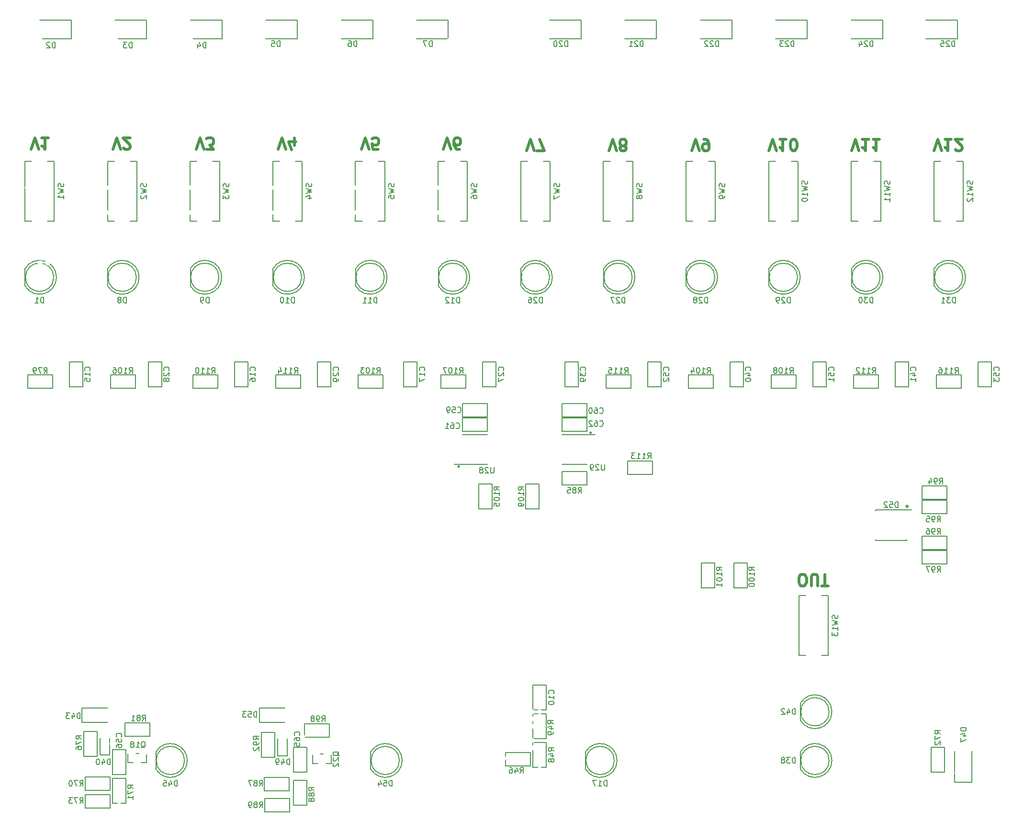
<source format=gbo>
G04 #@! TF.GenerationSoftware,KiCad,Pcbnew,(5.1.6)-1*
G04 #@! TF.CreationDate,2023-01-22T15:30:42+01:00*
G04 #@! TF.ProjectId,zone-controller,7a6f6e65-2d63-46f6-9e74-726f6c6c6572,rev?*
G04 #@! TF.SameCoordinates,Original*
G04 #@! TF.FileFunction,Legend,Bot*
G04 #@! TF.FilePolarity,Positive*
%FSLAX46Y46*%
G04 Gerber Fmt 4.6, Leading zero omitted, Abs format (unit mm)*
G04 Created by KiCad (PCBNEW (5.1.6)-1) date 2023-01-22 15:30:42*
%MOMM*%
%LPD*%
G01*
G04 APERTURE LIST*
%ADD10C,0.500000*%
%ADD11C,0.160000*%
%ADD12C,0.120000*%
%ADD13C,0.900000*%
%ADD14C,6.100000*%
%ADD15C,0.100000*%
%ADD16C,2.200000*%
%ADD17R,2.600000X2.600000*%
%ADD18R,1.400000X2.100000*%
%ADD19R,2.600000X2.100000*%
%ADD20R,2.100000X2.100000*%
%ADD21C,2.100000*%
%ADD22R,3.600000X3.600000*%
%ADD23C,3.600000*%
%ADD24R,2.100000X0.900000*%
%ADD25R,2.100000X0.600000*%
%ADD26R,1.100000X1.100000*%
%ADD27O,3.200000X3.200000*%
%ADD28R,3.200000X3.200000*%
%ADD29C,1.600000*%
%ADD30C,3.400000*%
%ADD31R,0.900000X0.900000*%
G04 APERTURE END LIST*
D10*
X202533571Y-20145238D02*
X203200238Y-18145238D01*
X203866904Y-20145238D01*
X205581190Y-18145238D02*
X204438333Y-18145238D01*
X205009761Y-18145238D02*
X205009761Y-20145238D01*
X204819285Y-19859523D01*
X204628809Y-19669047D01*
X204438333Y-19573809D01*
X206343095Y-19954761D02*
X206438333Y-20050000D01*
X206628809Y-20145238D01*
X207105000Y-20145238D01*
X207295476Y-20050000D01*
X207390714Y-19954761D01*
X207485952Y-19764285D01*
X207485952Y-19573809D01*
X207390714Y-19288095D01*
X206247857Y-18145238D01*
X207485952Y-18145238D01*
X187928571Y-20145238D02*
X188595238Y-18145238D01*
X189261904Y-20145238D01*
X190976190Y-18145238D02*
X189833333Y-18145238D01*
X190404761Y-18145238D02*
X190404761Y-20145238D01*
X190214285Y-19859523D01*
X190023809Y-19669047D01*
X189833333Y-19573809D01*
X192880952Y-18145238D02*
X191738095Y-18145238D01*
X192309523Y-18145238D02*
X192309523Y-20145238D01*
X192119047Y-19859523D01*
X191928571Y-19669047D01*
X191738095Y-19573809D01*
X173323571Y-20145238D02*
X173990238Y-18145238D01*
X174656904Y-20145238D01*
X176371190Y-18145238D02*
X175228333Y-18145238D01*
X175799761Y-18145238D02*
X175799761Y-20145238D01*
X175609285Y-19859523D01*
X175418809Y-19669047D01*
X175228333Y-19573809D01*
X177609285Y-20145238D02*
X177799761Y-20145238D01*
X177990238Y-20050000D01*
X178085476Y-19954761D01*
X178180714Y-19764285D01*
X178275952Y-19383333D01*
X178275952Y-18907142D01*
X178180714Y-18526190D01*
X178085476Y-18335714D01*
X177990238Y-18240476D01*
X177799761Y-18145238D01*
X177609285Y-18145238D01*
X177418809Y-18240476D01*
X177323571Y-18335714D01*
X177228333Y-18526190D01*
X177133095Y-18907142D01*
X177133095Y-19383333D01*
X177228333Y-19764285D01*
X177323571Y-19954761D01*
X177418809Y-20050000D01*
X177609285Y-20145238D01*
X159670952Y-20145238D02*
X160337619Y-18145238D01*
X161004285Y-20145238D01*
X161766190Y-18145238D02*
X162147142Y-18145238D01*
X162337619Y-18240476D01*
X162432857Y-18335714D01*
X162623333Y-18621428D01*
X162718571Y-19002380D01*
X162718571Y-19764285D01*
X162623333Y-19954761D01*
X162528095Y-20050000D01*
X162337619Y-20145238D01*
X161956666Y-20145238D01*
X161766190Y-20050000D01*
X161670952Y-19954761D01*
X161575714Y-19764285D01*
X161575714Y-19288095D01*
X161670952Y-19097619D01*
X161766190Y-19002380D01*
X161956666Y-18907142D01*
X162337619Y-18907142D01*
X162528095Y-19002380D01*
X162623333Y-19097619D01*
X162718571Y-19288095D01*
X145065952Y-20145238D02*
X145732619Y-18145238D01*
X146399285Y-20145238D01*
X147351666Y-19288095D02*
X147161190Y-19383333D01*
X147065952Y-19478571D01*
X146970714Y-19669047D01*
X146970714Y-19764285D01*
X147065952Y-19954761D01*
X147161190Y-20050000D01*
X147351666Y-20145238D01*
X147732619Y-20145238D01*
X147923095Y-20050000D01*
X148018333Y-19954761D01*
X148113571Y-19764285D01*
X148113571Y-19669047D01*
X148018333Y-19478571D01*
X147923095Y-19383333D01*
X147732619Y-19288095D01*
X147351666Y-19288095D01*
X147161190Y-19192857D01*
X147065952Y-19097619D01*
X146970714Y-18907142D01*
X146970714Y-18526190D01*
X147065952Y-18335714D01*
X147161190Y-18240476D01*
X147351666Y-18145238D01*
X147732619Y-18145238D01*
X147923095Y-18240476D01*
X148018333Y-18335714D01*
X148113571Y-18526190D01*
X148113571Y-18907142D01*
X148018333Y-19097619D01*
X147923095Y-19192857D01*
X147732619Y-19288095D01*
X130460952Y-20145238D02*
X131127619Y-18145238D01*
X131794285Y-20145238D01*
X132270476Y-20145238D02*
X133603809Y-20145238D01*
X132746666Y-18145238D01*
X115728952Y-19891238D02*
X116395619Y-17891238D01*
X117062285Y-19891238D01*
X118586095Y-19891238D02*
X118205142Y-19891238D01*
X118014666Y-19796000D01*
X117919428Y-19700761D01*
X117728952Y-19415047D01*
X117633714Y-19034095D01*
X117633714Y-18272190D01*
X117728952Y-18081714D01*
X117824190Y-17986476D01*
X118014666Y-17891238D01*
X118395619Y-17891238D01*
X118586095Y-17986476D01*
X118681333Y-18081714D01*
X118776571Y-18272190D01*
X118776571Y-18748380D01*
X118681333Y-18938857D01*
X118586095Y-19034095D01*
X118395619Y-19129333D01*
X118014666Y-19129333D01*
X117824190Y-19034095D01*
X117728952Y-18938857D01*
X117633714Y-18748380D01*
X101250952Y-19891238D02*
X101917619Y-17891238D01*
X102584285Y-19891238D01*
X104203333Y-19891238D02*
X103250952Y-19891238D01*
X103155714Y-18938857D01*
X103250952Y-19034095D01*
X103441428Y-19129333D01*
X103917619Y-19129333D01*
X104108095Y-19034095D01*
X104203333Y-18938857D01*
X104298571Y-18748380D01*
X104298571Y-18272190D01*
X104203333Y-18081714D01*
X104108095Y-17986476D01*
X103917619Y-17891238D01*
X103441428Y-17891238D01*
X103250952Y-17986476D01*
X103155714Y-18081714D01*
X86518952Y-19891238D02*
X87185619Y-17891238D01*
X87852285Y-19891238D01*
X89376095Y-19224571D02*
X89376095Y-17891238D01*
X88899904Y-19986476D02*
X88423714Y-18557904D01*
X89661809Y-18557904D01*
X72040952Y-19891238D02*
X72707619Y-17891238D01*
X73374285Y-19891238D01*
X73850476Y-19891238D02*
X75088571Y-19891238D01*
X74421904Y-19129333D01*
X74707619Y-19129333D01*
X74898095Y-19034095D01*
X74993333Y-18938857D01*
X75088571Y-18748380D01*
X75088571Y-18272190D01*
X74993333Y-18081714D01*
X74898095Y-17986476D01*
X74707619Y-17891238D01*
X74136190Y-17891238D01*
X73945714Y-17986476D01*
X73850476Y-18081714D01*
X57308952Y-19891238D02*
X57975619Y-17891238D01*
X58642285Y-19891238D01*
X59213714Y-19700761D02*
X59308952Y-19796000D01*
X59499428Y-19891238D01*
X59975619Y-19891238D01*
X60166095Y-19796000D01*
X60261333Y-19700761D01*
X60356571Y-19510285D01*
X60356571Y-19319809D01*
X60261333Y-19034095D01*
X59118476Y-17891238D01*
X60356571Y-17891238D01*
X42830952Y-19891238D02*
X43497619Y-17891238D01*
X44164285Y-19891238D01*
X45878571Y-17891238D02*
X44735714Y-17891238D01*
X45307142Y-17891238D02*
X45307142Y-19891238D01*
X45116666Y-19605523D01*
X44926190Y-19415047D01*
X44735714Y-19319809D01*
X179102000Y-97107238D02*
X179482952Y-97107238D01*
X179673428Y-97012000D01*
X179863904Y-96821523D01*
X179959142Y-96440571D01*
X179959142Y-95773904D01*
X179863904Y-95392952D01*
X179673428Y-95202476D01*
X179482952Y-95107238D01*
X179102000Y-95107238D01*
X178911523Y-95202476D01*
X178721047Y-95392952D01*
X178625809Y-95773904D01*
X178625809Y-96440571D01*
X178721047Y-96821523D01*
X178911523Y-97012000D01*
X179102000Y-97107238D01*
X180816285Y-97107238D02*
X180816285Y-95488190D01*
X180911523Y-95297714D01*
X181006761Y-95202476D01*
X181197238Y-95107238D01*
X181578190Y-95107238D01*
X181768666Y-95202476D01*
X181863904Y-95297714D01*
X181959142Y-95488190D01*
X181959142Y-97107238D01*
X182625809Y-97107238D02*
X183768666Y-97107238D01*
X183197238Y-95107238D02*
X183197238Y-97107238D01*
D11*
X207305000Y-59780000D02*
X202905000Y-59780000D01*
X202905000Y-59780000D02*
X202905000Y-62140000D01*
X202905000Y-62140000D02*
X207305000Y-62140000D01*
X207305000Y-62140000D02*
X207305000Y-59780000D01*
X148885000Y-59780000D02*
X144485000Y-59780000D01*
X144485000Y-59780000D02*
X144485000Y-62140000D01*
X144485000Y-62140000D02*
X148885000Y-62140000D01*
X148885000Y-62140000D02*
X148885000Y-59780000D01*
X90465000Y-59780000D02*
X86065000Y-59780000D01*
X86065000Y-59780000D02*
X86065000Y-62140000D01*
X86065000Y-62140000D02*
X90465000Y-62140000D01*
X90465000Y-62140000D02*
X90465000Y-59780000D01*
X148295000Y-77380000D02*
X152695000Y-77380000D01*
X152695000Y-77380000D02*
X152695000Y-75020000D01*
X152695000Y-75020000D02*
X148295000Y-75020000D01*
X148295000Y-75020000D02*
X148295000Y-77380000D01*
X192700000Y-59780000D02*
X188300000Y-59780000D01*
X188300000Y-59780000D02*
X188300000Y-62140000D01*
X188300000Y-62140000D02*
X192700000Y-62140000D01*
X192700000Y-62140000D02*
X192700000Y-59780000D01*
X75860000Y-59780000D02*
X71460000Y-59780000D01*
X71460000Y-59780000D02*
X71460000Y-62140000D01*
X71460000Y-62140000D02*
X75860000Y-62140000D01*
X75860000Y-62140000D02*
X75860000Y-59780000D01*
X130265000Y-79080000D02*
X130265000Y-83480000D01*
X130265000Y-83480000D02*
X132625000Y-83480000D01*
X132625000Y-83480000D02*
X132625000Y-79080000D01*
X132625000Y-79080000D02*
X130265000Y-79080000D01*
X178095000Y-59780000D02*
X173695000Y-59780000D01*
X173695000Y-59780000D02*
X173695000Y-62140000D01*
X173695000Y-62140000D02*
X178095000Y-62140000D01*
X178095000Y-62140000D02*
X178095000Y-59780000D01*
X119675000Y-59780000D02*
X115275000Y-59780000D01*
X115275000Y-59780000D02*
X115275000Y-62140000D01*
X115275000Y-62140000D02*
X119675000Y-62140000D01*
X119675000Y-62140000D02*
X119675000Y-59780000D01*
X61255000Y-59780000D02*
X56855000Y-59780000D01*
X56855000Y-59780000D02*
X56855000Y-62140000D01*
X56855000Y-62140000D02*
X61255000Y-62140000D01*
X61255000Y-62140000D02*
X61255000Y-59780000D01*
X122010000Y-79080000D02*
X122010000Y-83480000D01*
X122010000Y-83480000D02*
X124370000Y-83480000D01*
X124370000Y-83480000D02*
X124370000Y-79080000D01*
X124370000Y-79080000D02*
X122010000Y-79080000D01*
X163490000Y-59780000D02*
X159090000Y-59780000D01*
X159090000Y-59780000D02*
X159090000Y-62140000D01*
X159090000Y-62140000D02*
X163490000Y-62140000D01*
X163490000Y-62140000D02*
X163490000Y-59780000D01*
X105070000Y-59780000D02*
X100670000Y-59780000D01*
X100670000Y-59780000D02*
X100670000Y-62140000D01*
X100670000Y-62140000D02*
X105070000Y-62140000D01*
X105070000Y-62140000D02*
X105070000Y-59780000D01*
X46650000Y-59780000D02*
X42250000Y-59780000D01*
X42250000Y-59780000D02*
X42250000Y-62140000D01*
X42250000Y-62140000D02*
X46650000Y-62140000D01*
X46650000Y-62140000D02*
X46650000Y-59780000D01*
X46923000Y-22005000D02*
X45720000Y-22005000D01*
X42926000Y-22005000D02*
X41723000Y-22005000D01*
X42926000Y-32605000D02*
X41723000Y-32605000D01*
X46923000Y-32605000D02*
X45720000Y-32605000D01*
X41723000Y-22005000D02*
X41723000Y-32605000D01*
X46923000Y-32605000D02*
X46923000Y-22005000D01*
X61539540Y-22005000D02*
X60336540Y-22005000D01*
X57542540Y-22005000D02*
X56339540Y-22005000D01*
X57542540Y-32605000D02*
X56339540Y-32605000D01*
X61539540Y-32605000D02*
X60336540Y-32605000D01*
X56339540Y-22005000D02*
X56339540Y-32605000D01*
X61539540Y-32605000D02*
X61539540Y-22005000D01*
X49911000Y2921000D02*
X44355000Y2920000D01*
X49911000Y2921000D02*
X49911000Y-379000D01*
X49911000Y-379000D02*
X44355000Y-380000D01*
X149238818Y-22005000D02*
X148035818Y-22005000D01*
X145241818Y-22005000D02*
X144038818Y-22005000D01*
X145241818Y-32605000D02*
X144038818Y-32605000D01*
X149238818Y-32605000D02*
X148035818Y-32605000D01*
X144038818Y-22005000D02*
X144038818Y-32605000D01*
X149238818Y-32605000D02*
X149238818Y-22005000D01*
X120005727Y-22005000D02*
X118802727Y-22005000D01*
X116008727Y-22005000D02*
X114805727Y-22005000D01*
X116008727Y-32605000D02*
X114805727Y-32605000D01*
X120005727Y-32605000D02*
X118802727Y-32605000D01*
X114805727Y-22005000D02*
X114805727Y-32605000D01*
X120005727Y-32605000D02*
X120005727Y-22005000D01*
X134622273Y-22005000D02*
X133419273Y-22005000D01*
X130625273Y-22005000D02*
X129422273Y-22005000D01*
X130625273Y-32605000D02*
X129422273Y-32605000D01*
X134622273Y-32605000D02*
X133419273Y-32605000D01*
X129422273Y-22005000D02*
X129422273Y-32605000D01*
X134622273Y-32605000D02*
X134622273Y-22005000D01*
X207705000Y-22005000D02*
X206502000Y-22005000D01*
X203708000Y-22005000D02*
X202505000Y-22005000D01*
X203708000Y-32605000D02*
X202505000Y-32605000D01*
X207705000Y-32605000D02*
X206502000Y-32605000D01*
X202505000Y-22005000D02*
X202505000Y-32605000D01*
X207705000Y-32605000D02*
X207705000Y-22005000D01*
X193088455Y-22005000D02*
X191885455Y-22005000D01*
X189091455Y-22005000D02*
X187888455Y-22005000D01*
X189091455Y-32605000D02*
X187888455Y-32605000D01*
X193088455Y-32605000D02*
X191885455Y-32605000D01*
X187888455Y-22005000D02*
X187888455Y-32605000D01*
X193088455Y-32605000D02*
X193088455Y-22005000D01*
X178471909Y-22005000D02*
X177268909Y-22005000D01*
X174474909Y-22005000D02*
X173271909Y-22005000D01*
X174474909Y-32605000D02*
X173271909Y-32605000D01*
X178471909Y-32605000D02*
X177268909Y-32605000D01*
X173271909Y-22005000D02*
X173271909Y-32605000D01*
X178471909Y-32605000D02*
X178471909Y-22005000D01*
X163855364Y-22005000D02*
X162652364Y-22005000D01*
X159858364Y-22005000D02*
X158655364Y-22005000D01*
X159858364Y-32605000D02*
X158655364Y-32605000D01*
X163855364Y-32605000D02*
X162652364Y-32605000D01*
X158655364Y-22005000D02*
X158655364Y-32605000D01*
X163855364Y-32605000D02*
X163855364Y-22005000D01*
X105389182Y-22005000D02*
X104186182Y-22005000D01*
X101392182Y-22005000D02*
X100189182Y-22005000D01*
X101392182Y-32605000D02*
X100189182Y-32605000D01*
X105389182Y-32605000D02*
X104186182Y-32605000D01*
X100189182Y-22005000D02*
X100189182Y-32605000D01*
X105389182Y-32605000D02*
X105389182Y-22005000D01*
X90772636Y-22005000D02*
X89569636Y-22005000D01*
X86775636Y-22005000D02*
X85572636Y-22005000D01*
X86775636Y-32605000D02*
X85572636Y-32605000D01*
X90772636Y-32605000D02*
X89569636Y-32605000D01*
X85572636Y-22005000D02*
X85572636Y-32605000D01*
X90772636Y-32605000D02*
X90772636Y-22005000D01*
X76156091Y-22005000D02*
X74953091Y-22005000D01*
X72159091Y-22005000D02*
X70956091Y-22005000D01*
X72159091Y-32605000D02*
X70956091Y-32605000D01*
X76156091Y-32605000D02*
X74953091Y-32605000D01*
X70956091Y-22005000D02*
X70956091Y-32605000D01*
X76156091Y-32605000D02*
X76156091Y-22005000D01*
X183829000Y-98840000D02*
X182626000Y-98840000D01*
X179832000Y-98840000D02*
X178629000Y-98840000D01*
X179832000Y-109440000D02*
X178629000Y-109440000D01*
X183829000Y-109440000D02*
X182626000Y-109440000D01*
X178629000Y-98840000D02*
X178629000Y-109440000D01*
X183829000Y-109440000D02*
X183829000Y-98840000D01*
X56360000Y-121285000D02*
X51816000Y-121285000D01*
X51816000Y-118745000D02*
X56360000Y-118745000D01*
X51816000Y-121285000D02*
X51816000Y-118745000D01*
X87729000Y-121285000D02*
X83185000Y-121285000D01*
X83185000Y-118745000D02*
X87729000Y-118745000D01*
X83185000Y-121285000D02*
X83185000Y-118745000D01*
X59395000Y-123735000D02*
X63795000Y-123735000D01*
X63795000Y-123735000D02*
X63795000Y-121375000D01*
X63795000Y-121375000D02*
X59395000Y-121375000D01*
X59395000Y-121375000D02*
X59395000Y-123735000D01*
X209169000Y-131826000D02*
X206121000Y-131826000D01*
X206121000Y-131826000D02*
X206121000Y-126370000D01*
X209169000Y-131826000D02*
X209169000Y-126370000D01*
X46823000Y-42545000D02*
G75*
G03*
X46823000Y-42545000I-2500000J0D01*
G01*
X41763000Y-44090000D02*
X41763000Y-41000000D01*
X47313000Y-42545462D02*
G75*
G03*
X41763000Y-41000170I-2990000J462D01*
G01*
X47313000Y-42544538D02*
G75*
G02*
X41763000Y-44089830I-2990000J-462D01*
G01*
X206661000Y2921000D02*
X201105000Y2920000D01*
X206661000Y2921000D02*
X206661000Y-379000D01*
X206661000Y-379000D02*
X201105000Y-380000D01*
X197670000Y-89085000D02*
X192220000Y-89085000D01*
X197670000Y-89085000D02*
X197670000Y-88900000D01*
X192220000Y-83635000D02*
X192220000Y-83820000D01*
X192220000Y-89085000D02*
X192220000Y-88900000D01*
X198501000Y-83635000D02*
X192220000Y-83635000D01*
D12*
X197993000Y-83058000D02*
G75*
G03*
X197993000Y-83058000I-254000J0D01*
G01*
X197918605Y-83058000D02*
G75*
G03*
X197918605Y-83058000I-179605J0D01*
G01*
X197866000Y-83058000D02*
G75*
G03*
X197866000Y-83058000I-127000J0D01*
G01*
X197795796Y-83058000D02*
G75*
G03*
X197795796Y-83058000I-56796J0D01*
G01*
X118491000Y-76009500D02*
G75*
G03*
X118491000Y-76009500I-63500J0D01*
G01*
X118554500Y-76009500D02*
G75*
G03*
X118554500Y-76009500I-127000J0D01*
G01*
X118618000Y-76009500D02*
G75*
G03*
X118618000Y-76009500I-190500J0D01*
G01*
D11*
X123485000Y-70415000D02*
X119085000Y-70415000D01*
X123485000Y-75635000D02*
X117685000Y-75635000D01*
D12*
X141859000Y-70040500D02*
G75*
G03*
X141859000Y-70040500I-63500J0D01*
G01*
X141922500Y-70040500D02*
G75*
G03*
X141922500Y-70040500I-127000J0D01*
G01*
X141986000Y-70040500D02*
G75*
G03*
X141986000Y-70040500I-190500J0D01*
G01*
D11*
X136738000Y-75635000D02*
X141138000Y-75635000D01*
X136738000Y-70415000D02*
X142538000Y-70415000D01*
X161380000Y-93050000D02*
X161380000Y-97450000D01*
X161380000Y-97450000D02*
X163740000Y-97450000D01*
X163740000Y-97450000D02*
X163740000Y-93050000D01*
X163740000Y-93050000D02*
X161380000Y-93050000D01*
X167095000Y-93050000D02*
X167095000Y-97450000D01*
X167095000Y-97450000D02*
X169455000Y-97450000D01*
X169455000Y-97450000D02*
X169455000Y-93050000D01*
X169455000Y-93050000D02*
X167095000Y-93050000D01*
X91145000Y-123862000D02*
X95545000Y-123862000D01*
X95545000Y-123862000D02*
X95545000Y-121502000D01*
X95545000Y-121502000D02*
X91145000Y-121502000D01*
X91145000Y-121502000D02*
X91145000Y-123862000D01*
X200365000Y-93255000D02*
X204765000Y-93255000D01*
X204765000Y-93255000D02*
X204765000Y-90895000D01*
X204765000Y-90895000D02*
X200365000Y-90895000D01*
X200365000Y-90895000D02*
X200365000Y-93255000D01*
X200365000Y-90715000D02*
X204765000Y-90715000D01*
X204765000Y-90715000D02*
X204765000Y-88355000D01*
X204765000Y-88355000D02*
X200365000Y-88355000D01*
X200365000Y-88355000D02*
X200365000Y-90715000D01*
X200365000Y-84365000D02*
X204765000Y-84365000D01*
X204765000Y-84365000D02*
X204765000Y-82005000D01*
X204765000Y-82005000D02*
X200365000Y-82005000D01*
X200365000Y-82005000D02*
X200365000Y-84365000D01*
X200365000Y-81825000D02*
X204765000Y-81825000D01*
X204765000Y-81825000D02*
X204765000Y-79465000D01*
X204765000Y-79465000D02*
X200365000Y-79465000D01*
X200365000Y-79465000D02*
X200365000Y-81825000D01*
X85889000Y-127422000D02*
X85889000Y-123022000D01*
X85889000Y-123022000D02*
X83529000Y-123022000D01*
X83529000Y-123022000D02*
X83529000Y-127422000D01*
X83529000Y-127422000D02*
X85889000Y-127422000D01*
X88560000Y-134710000D02*
X84160000Y-134710000D01*
X84160000Y-134710000D02*
X84160000Y-137070000D01*
X84160000Y-137070000D02*
X88560000Y-137070000D01*
X88560000Y-137070000D02*
X88560000Y-134710000D01*
X89244000Y-131531000D02*
X89244000Y-135931000D01*
X89244000Y-135931000D02*
X91604000Y-135931000D01*
X91604000Y-135931000D02*
X91604000Y-131531000D01*
X91604000Y-131531000D02*
X89244000Y-131531000D01*
X88433000Y-131027000D02*
X84033000Y-131027000D01*
X84033000Y-131027000D02*
X84033000Y-133387000D01*
X84033000Y-133387000D02*
X88433000Y-133387000D01*
X88433000Y-133387000D02*
X88433000Y-131027000D01*
X136738000Y-79285000D02*
X141138000Y-79285000D01*
X141138000Y-79285000D02*
X141138000Y-76925000D01*
X141138000Y-76925000D02*
X136738000Y-76925000D01*
X136738000Y-76925000D02*
X136738000Y-79285000D01*
X54520000Y-127295000D02*
X54520000Y-122895000D01*
X54520000Y-122895000D02*
X52160000Y-122895000D01*
X52160000Y-122895000D02*
X52160000Y-127295000D01*
X52160000Y-127295000D02*
X54520000Y-127295000D01*
X56810000Y-134075000D02*
X52410000Y-134075000D01*
X52410000Y-134075000D02*
X52410000Y-136435000D01*
X52410000Y-136435000D02*
X56810000Y-136435000D01*
X56810000Y-136435000D02*
X56810000Y-134075000D01*
X202020000Y-125689000D02*
X202020000Y-130089000D01*
X202020000Y-130089000D02*
X204380000Y-130089000D01*
X204380000Y-130089000D02*
X204380000Y-125689000D01*
X204380000Y-125689000D02*
X202020000Y-125689000D01*
X57240000Y-131150000D02*
X57240000Y-135550000D01*
X57240000Y-135550000D02*
X59600000Y-135550000D01*
X59600000Y-135550000D02*
X59600000Y-131150000D01*
X59600000Y-131150000D02*
X57240000Y-131150000D01*
X56810000Y-130900000D02*
X52410000Y-130900000D01*
X52410000Y-130900000D02*
X52410000Y-133260000D01*
X52410000Y-133260000D02*
X56810000Y-133260000D01*
X56810000Y-133260000D02*
X56810000Y-130900000D01*
X131535000Y-119720000D02*
X131535000Y-124120000D01*
X131535000Y-124120000D02*
X133895000Y-124120000D01*
X133895000Y-124120000D02*
X133895000Y-119720000D01*
X133895000Y-119720000D02*
X131535000Y-119720000D01*
X133895000Y-129200000D02*
X133895000Y-124800000D01*
X133895000Y-124800000D02*
X131535000Y-124800000D01*
X131535000Y-124800000D02*
X131535000Y-129200000D01*
X131535000Y-129200000D02*
X133895000Y-129200000D01*
X131105000Y-126582000D02*
X126705000Y-126582000D01*
X126705000Y-126582000D02*
X126705000Y-128942000D01*
X126705000Y-128942000D02*
X131105000Y-128942000D01*
X131105000Y-128942000D02*
X131105000Y-126582000D01*
X93980000Y-126873000D02*
X94488000Y-126873000D01*
X95885000Y-128522000D02*
X94955000Y-128522000D01*
X92583000Y-128522000D02*
X93513000Y-128522000D01*
X92583000Y-128522000D02*
X92583000Y-127000000D01*
X95885000Y-128522000D02*
X95885000Y-127062000D01*
X61341000Y-126746000D02*
X61849000Y-126746000D01*
X63246000Y-128395000D02*
X62316000Y-128395000D01*
X59944000Y-128395000D02*
X60874000Y-128395000D01*
X59944000Y-128395000D02*
X59944000Y-126873000D01*
X63246000Y-128395000D02*
X63246000Y-126935000D01*
X107964000Y-128000000D02*
G75*
G03*
X107964000Y-128000000I-2500000J0D01*
G01*
X102904000Y-129545000D02*
X102904000Y-126455000D01*
X108454000Y-128000462D02*
G75*
G03*
X102904000Y-126455170I-2990000J462D01*
G01*
X108454000Y-127999538D02*
G75*
G02*
X102904000Y-129544830I-2990000J-462D01*
G01*
X88099000Y-127190500D02*
X88099000Y-124172000D01*
X86399000Y-127190500D02*
X86399000Y-124172000D01*
X88099000Y-127190500D02*
X86399000Y-127190500D01*
X69964000Y-128000000D02*
G75*
G03*
X69964000Y-128000000I-2500000J0D01*
G01*
X64904000Y-129545000D02*
X64904000Y-126455000D01*
X70454000Y-128000462D02*
G75*
G03*
X64904000Y-126455170I-2990000J462D01*
G01*
X70454000Y-127999538D02*
G75*
G02*
X64904000Y-129544830I-2990000J-462D01*
G01*
X183964000Y-119380000D02*
G75*
G03*
X183964000Y-119380000I-2500000J0D01*
G01*
X178904000Y-120925000D02*
X178904000Y-117835000D01*
X184454000Y-119380462D02*
G75*
G03*
X178904000Y-117835170I-2990000J462D01*
G01*
X184454000Y-119379538D02*
G75*
G02*
X178904000Y-120924830I-2990000J-462D01*
G01*
X56730000Y-127063500D02*
X56730000Y-124045000D01*
X55030000Y-127063500D02*
X55030000Y-124045000D01*
X56730000Y-127063500D02*
X55030000Y-127063500D01*
X183964000Y-128000000D02*
G75*
G03*
X183964000Y-128000000I-2500000J0D01*
G01*
X178904000Y-129545000D02*
X178904000Y-126455000D01*
X184454000Y-128000462D02*
G75*
G03*
X178904000Y-126455170I-2990000J462D01*
G01*
X184454000Y-127999538D02*
G75*
G02*
X178904000Y-129544830I-2990000J-462D01*
G01*
X207605000Y-42545000D02*
G75*
G03*
X207605000Y-42545000I-2500000J0D01*
G01*
X202545000Y-44090000D02*
X202545000Y-41000000D01*
X208095000Y-42545462D02*
G75*
G03*
X202545000Y-41000170I-2990000J462D01*
G01*
X208095000Y-42544538D02*
G75*
G02*
X202545000Y-44089830I-2990000J-462D01*
G01*
X192988455Y-42545000D02*
G75*
G03*
X192988455Y-42545000I-2500000J0D01*
G01*
X187928455Y-44090000D02*
X187928455Y-41000000D01*
X193478455Y-42545462D02*
G75*
G03*
X187928455Y-41000170I-2990000J462D01*
G01*
X193478455Y-42544538D02*
G75*
G02*
X187928455Y-44089830I-2990000J-462D01*
G01*
X178371909Y-42545000D02*
G75*
G03*
X178371909Y-42545000I-2500000J0D01*
G01*
X173311909Y-44090000D02*
X173311909Y-41000000D01*
X178861909Y-42545462D02*
G75*
G03*
X173311909Y-41000170I-2990000J462D01*
G01*
X178861909Y-42544538D02*
G75*
G02*
X173311909Y-44089830I-2990000J-462D01*
G01*
X163755364Y-42545000D02*
G75*
G03*
X163755364Y-42545000I-2500000J0D01*
G01*
X158695364Y-44090000D02*
X158695364Y-41000000D01*
X164245364Y-42545462D02*
G75*
G03*
X158695364Y-41000170I-2990000J462D01*
G01*
X164245364Y-42544538D02*
G75*
G02*
X158695364Y-44089830I-2990000J-462D01*
G01*
X149138818Y-42545000D02*
G75*
G03*
X149138818Y-42545000I-2500000J0D01*
G01*
X144078818Y-44090000D02*
X144078818Y-41000000D01*
X149628818Y-42545462D02*
G75*
G03*
X144078818Y-41000170I-2990000J462D01*
G01*
X149628818Y-42544538D02*
G75*
G02*
X144078818Y-44089830I-2990000J-462D01*
G01*
X134522273Y-42545000D02*
G75*
G03*
X134522273Y-42545000I-2500000J0D01*
G01*
X129462273Y-44090000D02*
X129462273Y-41000000D01*
X135012273Y-42545462D02*
G75*
G03*
X129462273Y-41000170I-2990000J462D01*
G01*
X135012273Y-42544538D02*
G75*
G02*
X129462273Y-44089830I-2990000J-462D01*
G01*
X193421000Y2921000D02*
X187865000Y2920000D01*
X193421000Y2921000D02*
X193421000Y-379000D01*
X193421000Y-379000D02*
X187865000Y-380000D01*
X180086000Y2921000D02*
X174530000Y2920000D01*
X180086000Y2921000D02*
X180086000Y-379000D01*
X180086000Y-379000D02*
X174530000Y-380000D01*
X166751000Y2921000D02*
X161195000Y2920000D01*
X166751000Y2921000D02*
X166751000Y-379000D01*
X166751000Y-379000D02*
X161195000Y-380000D01*
X153416000Y2921000D02*
X147860000Y2920000D01*
X153416000Y2921000D02*
X153416000Y-379000D01*
X153416000Y-379000D02*
X147860000Y-380000D01*
X140081000Y2921000D02*
X134525000Y2920000D01*
X140081000Y2921000D02*
X140081000Y-379000D01*
X140081000Y-379000D02*
X134525000Y-380000D01*
X145964000Y-128000000D02*
G75*
G03*
X145964000Y-128000000I-2500000J0D01*
G01*
X140904000Y-129545000D02*
X140904000Y-126455000D01*
X146454000Y-128000462D02*
G75*
G03*
X140904000Y-126455170I-2990000J462D01*
G01*
X146454000Y-127999538D02*
G75*
G02*
X140904000Y-129544830I-2990000J-462D01*
G01*
X119905727Y-42545000D02*
G75*
G03*
X119905727Y-42545000I-2500000J0D01*
G01*
X114845727Y-44090000D02*
X114845727Y-41000000D01*
X120395727Y-42545462D02*
G75*
G03*
X114845727Y-41000170I-2990000J462D01*
G01*
X120395727Y-42544538D02*
G75*
G02*
X114845727Y-44089830I-2990000J-462D01*
G01*
X105289182Y-42545000D02*
G75*
G03*
X105289182Y-42545000I-2500000J0D01*
G01*
X100229182Y-44090000D02*
X100229182Y-41000000D01*
X105779182Y-42545462D02*
G75*
G03*
X100229182Y-41000170I-2990000J462D01*
G01*
X105779182Y-42544538D02*
G75*
G02*
X100229182Y-44089830I-2990000J-462D01*
G01*
X90672636Y-42545000D02*
G75*
G03*
X90672636Y-42545000I-2500000J0D01*
G01*
X85612636Y-44090000D02*
X85612636Y-41000000D01*
X91162636Y-42545462D02*
G75*
G03*
X85612636Y-41000170I-2990000J462D01*
G01*
X91162636Y-42544538D02*
G75*
G02*
X85612636Y-44089830I-2990000J-462D01*
G01*
X76056091Y-42545000D02*
G75*
G03*
X76056091Y-42545000I-2500000J0D01*
G01*
X70996091Y-44090000D02*
X70996091Y-41000000D01*
X76546091Y-42545462D02*
G75*
G03*
X70996091Y-41000170I-2990000J462D01*
G01*
X76546091Y-42544538D02*
G75*
G02*
X70996091Y-44089830I-2990000J-462D01*
G01*
X61439540Y-42545000D02*
G75*
G03*
X61439540Y-42545000I-2500000J0D01*
G01*
X56379540Y-44090000D02*
X56379540Y-41000000D01*
X61929540Y-42545462D02*
G75*
G03*
X56379540Y-41000170I-2990000J462D01*
G01*
X61929540Y-42544538D02*
G75*
G02*
X56379540Y-44089830I-2990000J-462D01*
G01*
X116586000Y2921000D02*
X111030000Y2920000D01*
X116586000Y2921000D02*
X116586000Y-379000D01*
X116586000Y-379000D02*
X111030000Y-380000D01*
X103251000Y2921000D02*
X97695000Y2920000D01*
X103251000Y2921000D02*
X103251000Y-379000D01*
X103251000Y-379000D02*
X97695000Y-380000D01*
X89916000Y2921000D02*
X84360000Y2920000D01*
X89916000Y2921000D02*
X89916000Y-379000D01*
X89916000Y-379000D02*
X84360000Y-380000D01*
X76581000Y2921000D02*
X71025000Y2920000D01*
X76581000Y2921000D02*
X76581000Y-379000D01*
X76581000Y-379000D02*
X71025000Y-380000D01*
X63246000Y2921000D02*
X57690000Y2920000D01*
X63246000Y2921000D02*
X63246000Y-379000D01*
X63246000Y-379000D02*
X57690000Y-380000D01*
X89244000Y-125689000D02*
X89244000Y-130089000D01*
X91604000Y-130089000D02*
X91604000Y-125689000D01*
X91604000Y-125689000D02*
X89244000Y-125689000D01*
X89244000Y-130089000D02*
X91604000Y-130089000D01*
X136738000Y-69760000D02*
X141138000Y-69760000D01*
X141138000Y-67400000D02*
X136738000Y-67400000D01*
X136738000Y-67400000D02*
X136738000Y-69760000D01*
X141138000Y-69760000D02*
X141138000Y-67400000D01*
X119085000Y-69760000D02*
X123485000Y-69760000D01*
X123485000Y-67400000D02*
X119085000Y-67400000D01*
X119085000Y-67400000D02*
X119085000Y-69760000D01*
X123485000Y-69760000D02*
X123485000Y-67400000D01*
X136738000Y-67220000D02*
X141138000Y-67220000D01*
X141138000Y-64860000D02*
X136738000Y-64860000D01*
X136738000Y-64860000D02*
X136738000Y-67220000D01*
X141138000Y-67220000D02*
X141138000Y-64860000D01*
X119085000Y-67220000D02*
X123485000Y-67220000D01*
X123485000Y-64860000D02*
X119085000Y-64860000D01*
X119085000Y-64860000D02*
X119085000Y-67220000D01*
X123485000Y-67220000D02*
X123485000Y-64860000D01*
X57240000Y-126070000D02*
X57240000Y-130470000D01*
X59600000Y-130470000D02*
X59600000Y-126070000D01*
X59600000Y-126070000D02*
X57240000Y-126070000D01*
X57240000Y-130470000D02*
X59600000Y-130470000D01*
X210275000Y-57490000D02*
X210275000Y-61890000D01*
X212635000Y-61890000D02*
X212635000Y-57490000D01*
X212635000Y-57490000D02*
X210275000Y-57490000D01*
X210275000Y-61890000D02*
X212635000Y-61890000D01*
X151855000Y-57490000D02*
X151855000Y-61890000D01*
X154215000Y-61890000D02*
X154215000Y-57490000D01*
X154215000Y-57490000D02*
X151855000Y-57490000D01*
X151855000Y-61890000D02*
X154215000Y-61890000D01*
X181065000Y-57490000D02*
X181065000Y-61890000D01*
X183425000Y-61890000D02*
X183425000Y-57490000D01*
X183425000Y-57490000D02*
X181065000Y-57490000D01*
X181065000Y-61890000D02*
X183425000Y-61890000D01*
X195670000Y-57490000D02*
X195670000Y-61890000D01*
X198030000Y-61890000D02*
X198030000Y-57490000D01*
X198030000Y-57490000D02*
X195670000Y-57490000D01*
X195670000Y-61890000D02*
X198030000Y-61890000D01*
X166460000Y-57490000D02*
X166460000Y-61890000D01*
X168820000Y-61890000D02*
X168820000Y-57490000D01*
X168820000Y-57490000D02*
X166460000Y-57490000D01*
X166460000Y-61890000D02*
X168820000Y-61890000D01*
X137250000Y-57490000D02*
X137250000Y-61890000D01*
X139610000Y-61890000D02*
X139610000Y-57490000D01*
X139610000Y-57490000D02*
X137250000Y-57490000D01*
X137250000Y-61890000D02*
X139610000Y-61890000D01*
X93435000Y-57490000D02*
X93435000Y-61890000D01*
X95795000Y-61890000D02*
X95795000Y-57490000D01*
X95795000Y-57490000D02*
X93435000Y-57490000D01*
X93435000Y-61890000D02*
X95795000Y-61890000D01*
X63590000Y-57490000D02*
X63590000Y-61890000D01*
X65950000Y-61890000D02*
X65950000Y-57490000D01*
X65950000Y-57490000D02*
X63590000Y-57490000D01*
X63590000Y-61890000D02*
X65950000Y-61890000D01*
X122645000Y-57490000D02*
X122645000Y-61890000D01*
X125005000Y-61890000D02*
X125005000Y-57490000D01*
X125005000Y-57490000D02*
X122645000Y-57490000D01*
X122645000Y-61890000D02*
X125005000Y-61890000D01*
X108675000Y-57490000D02*
X108675000Y-61890000D01*
X111035000Y-61890000D02*
X111035000Y-57490000D01*
X111035000Y-57490000D02*
X108675000Y-57490000D01*
X108675000Y-61890000D02*
X111035000Y-61890000D01*
X78830000Y-57490000D02*
X78830000Y-61890000D01*
X81190000Y-61890000D02*
X81190000Y-57490000D01*
X81190000Y-57490000D02*
X78830000Y-57490000D01*
X78830000Y-61890000D02*
X81190000Y-61890000D01*
X49620000Y-57490000D02*
X49620000Y-61890000D01*
X51980000Y-61890000D02*
X51980000Y-57490000D01*
X51980000Y-57490000D02*
X49620000Y-57490000D01*
X49620000Y-61890000D02*
X51980000Y-61890000D01*
X131535000Y-114640000D02*
X131535000Y-119040000D01*
X133895000Y-119040000D02*
X133895000Y-114640000D01*
X133895000Y-114640000D02*
X131535000Y-114640000D01*
X131535000Y-119040000D02*
X133895000Y-119040000D01*
X206224047Y-59507380D02*
X206557380Y-59031190D01*
X206795476Y-59507380D02*
X206795476Y-58507380D01*
X206414523Y-58507380D01*
X206319285Y-58555000D01*
X206271666Y-58602619D01*
X206224047Y-58697857D01*
X206224047Y-58840714D01*
X206271666Y-58935952D01*
X206319285Y-58983571D01*
X206414523Y-59031190D01*
X206795476Y-59031190D01*
X205271666Y-59507380D02*
X205843095Y-59507380D01*
X205557380Y-59507380D02*
X205557380Y-58507380D01*
X205652619Y-58650238D01*
X205747857Y-58745476D01*
X205843095Y-58793095D01*
X204319285Y-59507380D02*
X204890714Y-59507380D01*
X204605000Y-59507380D02*
X204605000Y-58507380D01*
X204700238Y-58650238D01*
X204795476Y-58745476D01*
X204890714Y-58793095D01*
X203462142Y-58507380D02*
X203652619Y-58507380D01*
X203747857Y-58555000D01*
X203795476Y-58602619D01*
X203890714Y-58745476D01*
X203938333Y-58935952D01*
X203938333Y-59316904D01*
X203890714Y-59412142D01*
X203843095Y-59459761D01*
X203747857Y-59507380D01*
X203557380Y-59507380D01*
X203462142Y-59459761D01*
X203414523Y-59412142D01*
X203366904Y-59316904D01*
X203366904Y-59078809D01*
X203414523Y-58983571D01*
X203462142Y-58935952D01*
X203557380Y-58888333D01*
X203747857Y-58888333D01*
X203843095Y-58935952D01*
X203890714Y-58983571D01*
X203938333Y-59078809D01*
X147804047Y-59507380D02*
X148137380Y-59031190D01*
X148375476Y-59507380D02*
X148375476Y-58507380D01*
X147994523Y-58507380D01*
X147899285Y-58555000D01*
X147851666Y-58602619D01*
X147804047Y-58697857D01*
X147804047Y-58840714D01*
X147851666Y-58935952D01*
X147899285Y-58983571D01*
X147994523Y-59031190D01*
X148375476Y-59031190D01*
X146851666Y-59507380D02*
X147423095Y-59507380D01*
X147137380Y-59507380D02*
X147137380Y-58507380D01*
X147232619Y-58650238D01*
X147327857Y-58745476D01*
X147423095Y-58793095D01*
X145899285Y-59507380D02*
X146470714Y-59507380D01*
X146185000Y-59507380D02*
X146185000Y-58507380D01*
X146280238Y-58650238D01*
X146375476Y-58745476D01*
X146470714Y-58793095D01*
X144994523Y-58507380D02*
X145470714Y-58507380D01*
X145518333Y-58983571D01*
X145470714Y-58935952D01*
X145375476Y-58888333D01*
X145137380Y-58888333D01*
X145042142Y-58935952D01*
X144994523Y-58983571D01*
X144946904Y-59078809D01*
X144946904Y-59316904D01*
X144994523Y-59412142D01*
X145042142Y-59459761D01*
X145137380Y-59507380D01*
X145375476Y-59507380D01*
X145470714Y-59459761D01*
X145518333Y-59412142D01*
X89384047Y-59507380D02*
X89717380Y-59031190D01*
X89955476Y-59507380D02*
X89955476Y-58507380D01*
X89574523Y-58507380D01*
X89479285Y-58555000D01*
X89431666Y-58602619D01*
X89384047Y-58697857D01*
X89384047Y-58840714D01*
X89431666Y-58935952D01*
X89479285Y-58983571D01*
X89574523Y-59031190D01*
X89955476Y-59031190D01*
X88431666Y-59507380D02*
X89003095Y-59507380D01*
X88717380Y-59507380D02*
X88717380Y-58507380D01*
X88812619Y-58650238D01*
X88907857Y-58745476D01*
X89003095Y-58793095D01*
X87479285Y-59507380D02*
X88050714Y-59507380D01*
X87765000Y-59507380D02*
X87765000Y-58507380D01*
X87860238Y-58650238D01*
X87955476Y-58745476D01*
X88050714Y-58793095D01*
X86622142Y-58840714D02*
X86622142Y-59507380D01*
X86860238Y-58459761D02*
X87098333Y-59174047D01*
X86479285Y-59174047D01*
X151868047Y-74620380D02*
X152201380Y-74144190D01*
X152439476Y-74620380D02*
X152439476Y-73620380D01*
X152058523Y-73620380D01*
X151963285Y-73668000D01*
X151915666Y-73715619D01*
X151868047Y-73810857D01*
X151868047Y-73953714D01*
X151915666Y-74048952D01*
X151963285Y-74096571D01*
X152058523Y-74144190D01*
X152439476Y-74144190D01*
X150915666Y-74620380D02*
X151487095Y-74620380D01*
X151201380Y-74620380D02*
X151201380Y-73620380D01*
X151296619Y-73763238D01*
X151391857Y-73858476D01*
X151487095Y-73906095D01*
X149963285Y-74620380D02*
X150534714Y-74620380D01*
X150249000Y-74620380D02*
X150249000Y-73620380D01*
X150344238Y-73763238D01*
X150439476Y-73858476D01*
X150534714Y-73906095D01*
X149629952Y-73620380D02*
X149010904Y-73620380D01*
X149344238Y-74001333D01*
X149201380Y-74001333D01*
X149106142Y-74048952D01*
X149058523Y-74096571D01*
X149010904Y-74191809D01*
X149010904Y-74429904D01*
X149058523Y-74525142D01*
X149106142Y-74572761D01*
X149201380Y-74620380D01*
X149487095Y-74620380D01*
X149582333Y-74572761D01*
X149629952Y-74525142D01*
X191619047Y-59507380D02*
X191952380Y-59031190D01*
X192190476Y-59507380D02*
X192190476Y-58507380D01*
X191809523Y-58507380D01*
X191714285Y-58555000D01*
X191666666Y-58602619D01*
X191619047Y-58697857D01*
X191619047Y-58840714D01*
X191666666Y-58935952D01*
X191714285Y-58983571D01*
X191809523Y-59031190D01*
X192190476Y-59031190D01*
X190666666Y-59507380D02*
X191238095Y-59507380D01*
X190952380Y-59507380D02*
X190952380Y-58507380D01*
X191047619Y-58650238D01*
X191142857Y-58745476D01*
X191238095Y-58793095D01*
X189714285Y-59507380D02*
X190285714Y-59507380D01*
X190000000Y-59507380D02*
X190000000Y-58507380D01*
X190095238Y-58650238D01*
X190190476Y-58745476D01*
X190285714Y-58793095D01*
X189333333Y-58602619D02*
X189285714Y-58555000D01*
X189190476Y-58507380D01*
X188952380Y-58507380D01*
X188857142Y-58555000D01*
X188809523Y-58602619D01*
X188761904Y-58697857D01*
X188761904Y-58793095D01*
X188809523Y-58935952D01*
X189380952Y-59507380D01*
X188761904Y-59507380D01*
X74779047Y-59507380D02*
X75112380Y-59031190D01*
X75350476Y-59507380D02*
X75350476Y-58507380D01*
X74969523Y-58507380D01*
X74874285Y-58555000D01*
X74826666Y-58602619D01*
X74779047Y-58697857D01*
X74779047Y-58840714D01*
X74826666Y-58935952D01*
X74874285Y-58983571D01*
X74969523Y-59031190D01*
X75350476Y-59031190D01*
X73826666Y-59507380D02*
X74398095Y-59507380D01*
X74112380Y-59507380D02*
X74112380Y-58507380D01*
X74207619Y-58650238D01*
X74302857Y-58745476D01*
X74398095Y-58793095D01*
X72874285Y-59507380D02*
X73445714Y-59507380D01*
X73160000Y-59507380D02*
X73160000Y-58507380D01*
X73255238Y-58650238D01*
X73350476Y-58745476D01*
X73445714Y-58793095D01*
X72255238Y-58507380D02*
X72160000Y-58507380D01*
X72064761Y-58555000D01*
X72017142Y-58602619D01*
X71969523Y-58697857D01*
X71921904Y-58888333D01*
X71921904Y-59126428D01*
X71969523Y-59316904D01*
X72017142Y-59412142D01*
X72064761Y-59459761D01*
X72160000Y-59507380D01*
X72255238Y-59507380D01*
X72350476Y-59459761D01*
X72398095Y-59412142D01*
X72445714Y-59316904D01*
X72493333Y-59126428D01*
X72493333Y-58888333D01*
X72445714Y-58697857D01*
X72398095Y-58602619D01*
X72350476Y-58555000D01*
X72255238Y-58507380D01*
X129992380Y-80160952D02*
X129516190Y-79827619D01*
X129992380Y-79589523D02*
X128992380Y-79589523D01*
X128992380Y-79970476D01*
X129040000Y-80065714D01*
X129087619Y-80113333D01*
X129182857Y-80160952D01*
X129325714Y-80160952D01*
X129420952Y-80113333D01*
X129468571Y-80065714D01*
X129516190Y-79970476D01*
X129516190Y-79589523D01*
X129992380Y-81113333D02*
X129992380Y-80541904D01*
X129992380Y-80827619D02*
X128992380Y-80827619D01*
X129135238Y-80732380D01*
X129230476Y-80637142D01*
X129278095Y-80541904D01*
X128992380Y-81732380D02*
X128992380Y-81827619D01*
X129040000Y-81922857D01*
X129087619Y-81970476D01*
X129182857Y-82018095D01*
X129373333Y-82065714D01*
X129611428Y-82065714D01*
X129801904Y-82018095D01*
X129897142Y-81970476D01*
X129944761Y-81922857D01*
X129992380Y-81827619D01*
X129992380Y-81732380D01*
X129944761Y-81637142D01*
X129897142Y-81589523D01*
X129801904Y-81541904D01*
X129611428Y-81494285D01*
X129373333Y-81494285D01*
X129182857Y-81541904D01*
X129087619Y-81589523D01*
X129040000Y-81637142D01*
X128992380Y-81732380D01*
X129992380Y-82541904D02*
X129992380Y-82732380D01*
X129944761Y-82827619D01*
X129897142Y-82875238D01*
X129754285Y-82970476D01*
X129563809Y-83018095D01*
X129182857Y-83018095D01*
X129087619Y-82970476D01*
X129040000Y-82922857D01*
X128992380Y-82827619D01*
X128992380Y-82637142D01*
X129040000Y-82541904D01*
X129087619Y-82494285D01*
X129182857Y-82446666D01*
X129420952Y-82446666D01*
X129516190Y-82494285D01*
X129563809Y-82541904D01*
X129611428Y-82637142D01*
X129611428Y-82827619D01*
X129563809Y-82922857D01*
X129516190Y-82970476D01*
X129420952Y-83018095D01*
X177014047Y-59507380D02*
X177347380Y-59031190D01*
X177585476Y-59507380D02*
X177585476Y-58507380D01*
X177204523Y-58507380D01*
X177109285Y-58555000D01*
X177061666Y-58602619D01*
X177014047Y-58697857D01*
X177014047Y-58840714D01*
X177061666Y-58935952D01*
X177109285Y-58983571D01*
X177204523Y-59031190D01*
X177585476Y-59031190D01*
X176061666Y-59507380D02*
X176633095Y-59507380D01*
X176347380Y-59507380D02*
X176347380Y-58507380D01*
X176442619Y-58650238D01*
X176537857Y-58745476D01*
X176633095Y-58793095D01*
X175442619Y-58507380D02*
X175347380Y-58507380D01*
X175252142Y-58555000D01*
X175204523Y-58602619D01*
X175156904Y-58697857D01*
X175109285Y-58888333D01*
X175109285Y-59126428D01*
X175156904Y-59316904D01*
X175204523Y-59412142D01*
X175252142Y-59459761D01*
X175347380Y-59507380D01*
X175442619Y-59507380D01*
X175537857Y-59459761D01*
X175585476Y-59412142D01*
X175633095Y-59316904D01*
X175680714Y-59126428D01*
X175680714Y-58888333D01*
X175633095Y-58697857D01*
X175585476Y-58602619D01*
X175537857Y-58555000D01*
X175442619Y-58507380D01*
X174537857Y-58935952D02*
X174633095Y-58888333D01*
X174680714Y-58840714D01*
X174728333Y-58745476D01*
X174728333Y-58697857D01*
X174680714Y-58602619D01*
X174633095Y-58555000D01*
X174537857Y-58507380D01*
X174347380Y-58507380D01*
X174252142Y-58555000D01*
X174204523Y-58602619D01*
X174156904Y-58697857D01*
X174156904Y-58745476D01*
X174204523Y-58840714D01*
X174252142Y-58888333D01*
X174347380Y-58935952D01*
X174537857Y-58935952D01*
X174633095Y-58983571D01*
X174680714Y-59031190D01*
X174728333Y-59126428D01*
X174728333Y-59316904D01*
X174680714Y-59412142D01*
X174633095Y-59459761D01*
X174537857Y-59507380D01*
X174347380Y-59507380D01*
X174252142Y-59459761D01*
X174204523Y-59412142D01*
X174156904Y-59316904D01*
X174156904Y-59126428D01*
X174204523Y-59031190D01*
X174252142Y-58983571D01*
X174347380Y-58935952D01*
X118594047Y-59507380D02*
X118927380Y-59031190D01*
X119165476Y-59507380D02*
X119165476Y-58507380D01*
X118784523Y-58507380D01*
X118689285Y-58555000D01*
X118641666Y-58602619D01*
X118594047Y-58697857D01*
X118594047Y-58840714D01*
X118641666Y-58935952D01*
X118689285Y-58983571D01*
X118784523Y-59031190D01*
X119165476Y-59031190D01*
X117641666Y-59507380D02*
X118213095Y-59507380D01*
X117927380Y-59507380D02*
X117927380Y-58507380D01*
X118022619Y-58650238D01*
X118117857Y-58745476D01*
X118213095Y-58793095D01*
X117022619Y-58507380D02*
X116927380Y-58507380D01*
X116832142Y-58555000D01*
X116784523Y-58602619D01*
X116736904Y-58697857D01*
X116689285Y-58888333D01*
X116689285Y-59126428D01*
X116736904Y-59316904D01*
X116784523Y-59412142D01*
X116832142Y-59459761D01*
X116927380Y-59507380D01*
X117022619Y-59507380D01*
X117117857Y-59459761D01*
X117165476Y-59412142D01*
X117213095Y-59316904D01*
X117260714Y-59126428D01*
X117260714Y-58888333D01*
X117213095Y-58697857D01*
X117165476Y-58602619D01*
X117117857Y-58555000D01*
X117022619Y-58507380D01*
X116355952Y-58507380D02*
X115689285Y-58507380D01*
X116117857Y-59507380D01*
X60174047Y-59507380D02*
X60507380Y-59031190D01*
X60745476Y-59507380D02*
X60745476Y-58507380D01*
X60364523Y-58507380D01*
X60269285Y-58555000D01*
X60221666Y-58602619D01*
X60174047Y-58697857D01*
X60174047Y-58840714D01*
X60221666Y-58935952D01*
X60269285Y-58983571D01*
X60364523Y-59031190D01*
X60745476Y-59031190D01*
X59221666Y-59507380D02*
X59793095Y-59507380D01*
X59507380Y-59507380D02*
X59507380Y-58507380D01*
X59602619Y-58650238D01*
X59697857Y-58745476D01*
X59793095Y-58793095D01*
X58602619Y-58507380D02*
X58507380Y-58507380D01*
X58412142Y-58555000D01*
X58364523Y-58602619D01*
X58316904Y-58697857D01*
X58269285Y-58888333D01*
X58269285Y-59126428D01*
X58316904Y-59316904D01*
X58364523Y-59412142D01*
X58412142Y-59459761D01*
X58507380Y-59507380D01*
X58602619Y-59507380D01*
X58697857Y-59459761D01*
X58745476Y-59412142D01*
X58793095Y-59316904D01*
X58840714Y-59126428D01*
X58840714Y-58888333D01*
X58793095Y-58697857D01*
X58745476Y-58602619D01*
X58697857Y-58555000D01*
X58602619Y-58507380D01*
X57412142Y-58507380D02*
X57602619Y-58507380D01*
X57697857Y-58555000D01*
X57745476Y-58602619D01*
X57840714Y-58745476D01*
X57888333Y-58935952D01*
X57888333Y-59316904D01*
X57840714Y-59412142D01*
X57793095Y-59459761D01*
X57697857Y-59507380D01*
X57507380Y-59507380D01*
X57412142Y-59459761D01*
X57364523Y-59412142D01*
X57316904Y-59316904D01*
X57316904Y-59078809D01*
X57364523Y-58983571D01*
X57412142Y-58935952D01*
X57507380Y-58888333D01*
X57697857Y-58888333D01*
X57793095Y-58935952D01*
X57840714Y-58983571D01*
X57888333Y-59078809D01*
X125674380Y-80160952D02*
X125198190Y-79827619D01*
X125674380Y-79589523D02*
X124674380Y-79589523D01*
X124674380Y-79970476D01*
X124722000Y-80065714D01*
X124769619Y-80113333D01*
X124864857Y-80160952D01*
X125007714Y-80160952D01*
X125102952Y-80113333D01*
X125150571Y-80065714D01*
X125198190Y-79970476D01*
X125198190Y-79589523D01*
X125674380Y-81113333D02*
X125674380Y-80541904D01*
X125674380Y-80827619D02*
X124674380Y-80827619D01*
X124817238Y-80732380D01*
X124912476Y-80637142D01*
X124960095Y-80541904D01*
X124674380Y-81732380D02*
X124674380Y-81827619D01*
X124722000Y-81922857D01*
X124769619Y-81970476D01*
X124864857Y-82018095D01*
X125055333Y-82065714D01*
X125293428Y-82065714D01*
X125483904Y-82018095D01*
X125579142Y-81970476D01*
X125626761Y-81922857D01*
X125674380Y-81827619D01*
X125674380Y-81732380D01*
X125626761Y-81637142D01*
X125579142Y-81589523D01*
X125483904Y-81541904D01*
X125293428Y-81494285D01*
X125055333Y-81494285D01*
X124864857Y-81541904D01*
X124769619Y-81589523D01*
X124722000Y-81637142D01*
X124674380Y-81732380D01*
X124674380Y-82970476D02*
X124674380Y-82494285D01*
X125150571Y-82446666D01*
X125102952Y-82494285D01*
X125055333Y-82589523D01*
X125055333Y-82827619D01*
X125102952Y-82922857D01*
X125150571Y-82970476D01*
X125245809Y-83018095D01*
X125483904Y-83018095D01*
X125579142Y-82970476D01*
X125626761Y-82922857D01*
X125674380Y-82827619D01*
X125674380Y-82589523D01*
X125626761Y-82494285D01*
X125579142Y-82446666D01*
X162409047Y-59507380D02*
X162742380Y-59031190D01*
X162980476Y-59507380D02*
X162980476Y-58507380D01*
X162599523Y-58507380D01*
X162504285Y-58555000D01*
X162456666Y-58602619D01*
X162409047Y-58697857D01*
X162409047Y-58840714D01*
X162456666Y-58935952D01*
X162504285Y-58983571D01*
X162599523Y-59031190D01*
X162980476Y-59031190D01*
X161456666Y-59507380D02*
X162028095Y-59507380D01*
X161742380Y-59507380D02*
X161742380Y-58507380D01*
X161837619Y-58650238D01*
X161932857Y-58745476D01*
X162028095Y-58793095D01*
X160837619Y-58507380D02*
X160742380Y-58507380D01*
X160647142Y-58555000D01*
X160599523Y-58602619D01*
X160551904Y-58697857D01*
X160504285Y-58888333D01*
X160504285Y-59126428D01*
X160551904Y-59316904D01*
X160599523Y-59412142D01*
X160647142Y-59459761D01*
X160742380Y-59507380D01*
X160837619Y-59507380D01*
X160932857Y-59459761D01*
X160980476Y-59412142D01*
X161028095Y-59316904D01*
X161075714Y-59126428D01*
X161075714Y-58888333D01*
X161028095Y-58697857D01*
X160980476Y-58602619D01*
X160932857Y-58555000D01*
X160837619Y-58507380D01*
X159647142Y-58840714D02*
X159647142Y-59507380D01*
X159885238Y-58459761D02*
X160123333Y-59174047D01*
X159504285Y-59174047D01*
X103989047Y-59507380D02*
X104322380Y-59031190D01*
X104560476Y-59507380D02*
X104560476Y-58507380D01*
X104179523Y-58507380D01*
X104084285Y-58555000D01*
X104036666Y-58602619D01*
X103989047Y-58697857D01*
X103989047Y-58840714D01*
X104036666Y-58935952D01*
X104084285Y-58983571D01*
X104179523Y-59031190D01*
X104560476Y-59031190D01*
X103036666Y-59507380D02*
X103608095Y-59507380D01*
X103322380Y-59507380D02*
X103322380Y-58507380D01*
X103417619Y-58650238D01*
X103512857Y-58745476D01*
X103608095Y-58793095D01*
X102417619Y-58507380D02*
X102322380Y-58507380D01*
X102227142Y-58555000D01*
X102179523Y-58602619D01*
X102131904Y-58697857D01*
X102084285Y-58888333D01*
X102084285Y-59126428D01*
X102131904Y-59316904D01*
X102179523Y-59412142D01*
X102227142Y-59459761D01*
X102322380Y-59507380D01*
X102417619Y-59507380D01*
X102512857Y-59459761D01*
X102560476Y-59412142D01*
X102608095Y-59316904D01*
X102655714Y-59126428D01*
X102655714Y-58888333D01*
X102608095Y-58697857D01*
X102560476Y-58602619D01*
X102512857Y-58555000D01*
X102417619Y-58507380D01*
X101750952Y-58507380D02*
X101131904Y-58507380D01*
X101465238Y-58888333D01*
X101322380Y-58888333D01*
X101227142Y-58935952D01*
X101179523Y-58983571D01*
X101131904Y-59078809D01*
X101131904Y-59316904D01*
X101179523Y-59412142D01*
X101227142Y-59459761D01*
X101322380Y-59507380D01*
X101608095Y-59507380D01*
X101703333Y-59459761D01*
X101750952Y-59412142D01*
X45092857Y-59507380D02*
X45426190Y-59031190D01*
X45664285Y-59507380D02*
X45664285Y-58507380D01*
X45283333Y-58507380D01*
X45188095Y-58555000D01*
X45140476Y-58602619D01*
X45092857Y-58697857D01*
X45092857Y-58840714D01*
X45140476Y-58935952D01*
X45188095Y-58983571D01*
X45283333Y-59031190D01*
X45664285Y-59031190D01*
X44759523Y-58507380D02*
X44092857Y-58507380D01*
X44521428Y-59507380D01*
X43664285Y-59507380D02*
X43473809Y-59507380D01*
X43378571Y-59459761D01*
X43330952Y-59412142D01*
X43235714Y-59269285D01*
X43188095Y-59078809D01*
X43188095Y-58697857D01*
X43235714Y-58602619D01*
X43283333Y-58555000D01*
X43378571Y-58507380D01*
X43569047Y-58507380D01*
X43664285Y-58555000D01*
X43711904Y-58602619D01*
X43759523Y-58697857D01*
X43759523Y-58935952D01*
X43711904Y-59031190D01*
X43664285Y-59078809D01*
X43569047Y-59126428D01*
X43378571Y-59126428D01*
X43283333Y-59078809D01*
X43235714Y-59031190D01*
X43188095Y-58935952D01*
X48537761Y-25971666D02*
X48585380Y-26114523D01*
X48585380Y-26352619D01*
X48537761Y-26447857D01*
X48490142Y-26495476D01*
X48394904Y-26543095D01*
X48299666Y-26543095D01*
X48204428Y-26495476D01*
X48156809Y-26447857D01*
X48109190Y-26352619D01*
X48061571Y-26162142D01*
X48013952Y-26066904D01*
X47966333Y-26019285D01*
X47871095Y-25971666D01*
X47775857Y-25971666D01*
X47680619Y-26019285D01*
X47633000Y-26066904D01*
X47585380Y-26162142D01*
X47585380Y-26400238D01*
X47633000Y-26543095D01*
X47585380Y-26876428D02*
X48585380Y-27114523D01*
X47871095Y-27305000D01*
X48585380Y-27495476D01*
X47585380Y-27733571D01*
X48585380Y-28638333D02*
X48585380Y-28066904D01*
X48585380Y-28352619D02*
X47585380Y-28352619D01*
X47728238Y-28257380D01*
X47823476Y-28162142D01*
X47871095Y-28066904D01*
X63154301Y-25971666D02*
X63201920Y-26114523D01*
X63201920Y-26352619D01*
X63154301Y-26447857D01*
X63106682Y-26495476D01*
X63011444Y-26543095D01*
X62916206Y-26543095D01*
X62820968Y-26495476D01*
X62773349Y-26447857D01*
X62725730Y-26352619D01*
X62678111Y-26162142D01*
X62630492Y-26066904D01*
X62582873Y-26019285D01*
X62487635Y-25971666D01*
X62392397Y-25971666D01*
X62297159Y-26019285D01*
X62249540Y-26066904D01*
X62201920Y-26162142D01*
X62201920Y-26400238D01*
X62249540Y-26543095D01*
X62201920Y-26876428D02*
X63201920Y-27114523D01*
X62487635Y-27305000D01*
X63201920Y-27495476D01*
X62201920Y-27733571D01*
X62297159Y-28066904D02*
X62249540Y-28114523D01*
X62201920Y-28209761D01*
X62201920Y-28447857D01*
X62249540Y-28543095D01*
X62297159Y-28590714D01*
X62392397Y-28638333D01*
X62487635Y-28638333D01*
X62630492Y-28590714D01*
X63201920Y-28019285D01*
X63201920Y-28638333D01*
X47093095Y-1976380D02*
X47093095Y-976380D01*
X46855000Y-976380D01*
X46712142Y-1024000D01*
X46616904Y-1119238D01*
X46569285Y-1214476D01*
X46521666Y-1404952D01*
X46521666Y-1547809D01*
X46569285Y-1738285D01*
X46616904Y-1833523D01*
X46712142Y-1928761D01*
X46855000Y-1976380D01*
X47093095Y-1976380D01*
X46140714Y-1071619D02*
X46093095Y-1024000D01*
X45997857Y-976380D01*
X45759761Y-976380D01*
X45664523Y-1024000D01*
X45616904Y-1071619D01*
X45569285Y-1166857D01*
X45569285Y-1262095D01*
X45616904Y-1404952D01*
X46188333Y-1976380D01*
X45569285Y-1976380D01*
X150853579Y-25971666D02*
X150901198Y-26114523D01*
X150901198Y-26352619D01*
X150853579Y-26447857D01*
X150805960Y-26495476D01*
X150710722Y-26543095D01*
X150615484Y-26543095D01*
X150520246Y-26495476D01*
X150472627Y-26447857D01*
X150425008Y-26352619D01*
X150377389Y-26162142D01*
X150329770Y-26066904D01*
X150282151Y-26019285D01*
X150186913Y-25971666D01*
X150091675Y-25971666D01*
X149996437Y-26019285D01*
X149948818Y-26066904D01*
X149901198Y-26162142D01*
X149901198Y-26400238D01*
X149948818Y-26543095D01*
X149901198Y-26876428D02*
X150901198Y-27114523D01*
X150186913Y-27305000D01*
X150901198Y-27495476D01*
X149901198Y-27733571D01*
X150329770Y-28257380D02*
X150282151Y-28162142D01*
X150234532Y-28114523D01*
X150139294Y-28066904D01*
X150091675Y-28066904D01*
X149996437Y-28114523D01*
X149948818Y-28162142D01*
X149901198Y-28257380D01*
X149901198Y-28447857D01*
X149948818Y-28543095D01*
X149996437Y-28590714D01*
X150091675Y-28638333D01*
X150139294Y-28638333D01*
X150234532Y-28590714D01*
X150282151Y-28543095D01*
X150329770Y-28447857D01*
X150329770Y-28257380D01*
X150377389Y-28162142D01*
X150425008Y-28114523D01*
X150520246Y-28066904D01*
X150710722Y-28066904D01*
X150805960Y-28114523D01*
X150853579Y-28162142D01*
X150901198Y-28257380D01*
X150901198Y-28447857D01*
X150853579Y-28543095D01*
X150805960Y-28590714D01*
X150710722Y-28638333D01*
X150520246Y-28638333D01*
X150425008Y-28590714D01*
X150377389Y-28543095D01*
X150329770Y-28447857D01*
X121620488Y-25971666D02*
X121668107Y-26114523D01*
X121668107Y-26352619D01*
X121620488Y-26447857D01*
X121572869Y-26495476D01*
X121477631Y-26543095D01*
X121382393Y-26543095D01*
X121287155Y-26495476D01*
X121239536Y-26447857D01*
X121191917Y-26352619D01*
X121144298Y-26162142D01*
X121096679Y-26066904D01*
X121049060Y-26019285D01*
X120953822Y-25971666D01*
X120858584Y-25971666D01*
X120763346Y-26019285D01*
X120715727Y-26066904D01*
X120668107Y-26162142D01*
X120668107Y-26400238D01*
X120715727Y-26543095D01*
X120668107Y-26876428D02*
X121668107Y-27114523D01*
X120953822Y-27305000D01*
X121668107Y-27495476D01*
X120668107Y-27733571D01*
X120668107Y-28543095D02*
X120668107Y-28352619D01*
X120715727Y-28257380D01*
X120763346Y-28209761D01*
X120906203Y-28114523D01*
X121096679Y-28066904D01*
X121477631Y-28066904D01*
X121572869Y-28114523D01*
X121620488Y-28162142D01*
X121668107Y-28257380D01*
X121668107Y-28447857D01*
X121620488Y-28543095D01*
X121572869Y-28590714D01*
X121477631Y-28638333D01*
X121239536Y-28638333D01*
X121144298Y-28590714D01*
X121096679Y-28543095D01*
X121049060Y-28447857D01*
X121049060Y-28257380D01*
X121096679Y-28162142D01*
X121144298Y-28114523D01*
X121239536Y-28066904D01*
X136237034Y-25971666D02*
X136284653Y-26114523D01*
X136284653Y-26352619D01*
X136237034Y-26447857D01*
X136189415Y-26495476D01*
X136094177Y-26543095D01*
X135998939Y-26543095D01*
X135903701Y-26495476D01*
X135856082Y-26447857D01*
X135808463Y-26352619D01*
X135760844Y-26162142D01*
X135713225Y-26066904D01*
X135665606Y-26019285D01*
X135570368Y-25971666D01*
X135475130Y-25971666D01*
X135379892Y-26019285D01*
X135332273Y-26066904D01*
X135284653Y-26162142D01*
X135284653Y-26400238D01*
X135332273Y-26543095D01*
X135284653Y-26876428D02*
X136284653Y-27114523D01*
X135570368Y-27305000D01*
X136284653Y-27495476D01*
X135284653Y-27733571D01*
X135284653Y-28019285D02*
X135284653Y-28685952D01*
X136284653Y-28257380D01*
X209319761Y-25495476D02*
X209367380Y-25638333D01*
X209367380Y-25876428D01*
X209319761Y-25971666D01*
X209272142Y-26019285D01*
X209176904Y-26066904D01*
X209081666Y-26066904D01*
X208986428Y-26019285D01*
X208938809Y-25971666D01*
X208891190Y-25876428D01*
X208843571Y-25685952D01*
X208795952Y-25590714D01*
X208748333Y-25543095D01*
X208653095Y-25495476D01*
X208557857Y-25495476D01*
X208462619Y-25543095D01*
X208415000Y-25590714D01*
X208367380Y-25685952D01*
X208367380Y-25924047D01*
X208415000Y-26066904D01*
X208367380Y-26400238D02*
X209367380Y-26638333D01*
X208653095Y-26828809D01*
X209367380Y-27019285D01*
X208367380Y-27257380D01*
X209367380Y-28162142D02*
X209367380Y-27590714D01*
X209367380Y-27876428D02*
X208367380Y-27876428D01*
X208510238Y-27781190D01*
X208605476Y-27685952D01*
X208653095Y-27590714D01*
X208462619Y-28543095D02*
X208415000Y-28590714D01*
X208367380Y-28685952D01*
X208367380Y-28924047D01*
X208415000Y-29019285D01*
X208462619Y-29066904D01*
X208557857Y-29114523D01*
X208653095Y-29114523D01*
X208795952Y-29066904D01*
X209367380Y-28495476D01*
X209367380Y-29114523D01*
X194703216Y-25495476D02*
X194750835Y-25638333D01*
X194750835Y-25876428D01*
X194703216Y-25971666D01*
X194655597Y-26019285D01*
X194560359Y-26066904D01*
X194465121Y-26066904D01*
X194369883Y-26019285D01*
X194322264Y-25971666D01*
X194274645Y-25876428D01*
X194227026Y-25685952D01*
X194179407Y-25590714D01*
X194131788Y-25543095D01*
X194036550Y-25495476D01*
X193941312Y-25495476D01*
X193846074Y-25543095D01*
X193798455Y-25590714D01*
X193750835Y-25685952D01*
X193750835Y-25924047D01*
X193798455Y-26066904D01*
X193750835Y-26400238D02*
X194750835Y-26638333D01*
X194036550Y-26828809D01*
X194750835Y-27019285D01*
X193750835Y-27257380D01*
X194750835Y-28162142D02*
X194750835Y-27590714D01*
X194750835Y-27876428D02*
X193750835Y-27876428D01*
X193893693Y-27781190D01*
X193988931Y-27685952D01*
X194036550Y-27590714D01*
X194750835Y-29114523D02*
X194750835Y-28543095D01*
X194750835Y-28828809D02*
X193750835Y-28828809D01*
X193893693Y-28733571D01*
X193988931Y-28638333D01*
X194036550Y-28543095D01*
X180086670Y-25495476D02*
X180134289Y-25638333D01*
X180134289Y-25876428D01*
X180086670Y-25971666D01*
X180039051Y-26019285D01*
X179943813Y-26066904D01*
X179848575Y-26066904D01*
X179753337Y-26019285D01*
X179705718Y-25971666D01*
X179658099Y-25876428D01*
X179610480Y-25685952D01*
X179562861Y-25590714D01*
X179515242Y-25543095D01*
X179420004Y-25495476D01*
X179324766Y-25495476D01*
X179229528Y-25543095D01*
X179181909Y-25590714D01*
X179134289Y-25685952D01*
X179134289Y-25924047D01*
X179181909Y-26066904D01*
X179134289Y-26400238D02*
X180134289Y-26638333D01*
X179420004Y-26828809D01*
X180134289Y-27019285D01*
X179134289Y-27257380D01*
X180134289Y-28162142D02*
X180134289Y-27590714D01*
X180134289Y-27876428D02*
X179134289Y-27876428D01*
X179277147Y-27781190D01*
X179372385Y-27685952D01*
X179420004Y-27590714D01*
X179134289Y-28781190D02*
X179134289Y-28876428D01*
X179181909Y-28971666D01*
X179229528Y-29019285D01*
X179324766Y-29066904D01*
X179515242Y-29114523D01*
X179753337Y-29114523D01*
X179943813Y-29066904D01*
X180039051Y-29019285D01*
X180086670Y-28971666D01*
X180134289Y-28876428D01*
X180134289Y-28781190D01*
X180086670Y-28685952D01*
X180039051Y-28638333D01*
X179943813Y-28590714D01*
X179753337Y-28543095D01*
X179515242Y-28543095D01*
X179324766Y-28590714D01*
X179229528Y-28638333D01*
X179181909Y-28685952D01*
X179134289Y-28781190D01*
X165470125Y-25971666D02*
X165517744Y-26114523D01*
X165517744Y-26352619D01*
X165470125Y-26447857D01*
X165422506Y-26495476D01*
X165327268Y-26543095D01*
X165232030Y-26543095D01*
X165136792Y-26495476D01*
X165089173Y-26447857D01*
X165041554Y-26352619D01*
X164993935Y-26162142D01*
X164946316Y-26066904D01*
X164898697Y-26019285D01*
X164803459Y-25971666D01*
X164708221Y-25971666D01*
X164612983Y-26019285D01*
X164565364Y-26066904D01*
X164517744Y-26162142D01*
X164517744Y-26400238D01*
X164565364Y-26543095D01*
X164517744Y-26876428D02*
X165517744Y-27114523D01*
X164803459Y-27305000D01*
X165517744Y-27495476D01*
X164517744Y-27733571D01*
X165517744Y-28162142D02*
X165517744Y-28352619D01*
X165470125Y-28447857D01*
X165422506Y-28495476D01*
X165279649Y-28590714D01*
X165089173Y-28638333D01*
X164708221Y-28638333D01*
X164612983Y-28590714D01*
X164565364Y-28543095D01*
X164517744Y-28447857D01*
X164517744Y-28257380D01*
X164565364Y-28162142D01*
X164612983Y-28114523D01*
X164708221Y-28066904D01*
X164946316Y-28066904D01*
X165041554Y-28114523D01*
X165089173Y-28162142D01*
X165136792Y-28257380D01*
X165136792Y-28447857D01*
X165089173Y-28543095D01*
X165041554Y-28590714D01*
X164946316Y-28638333D01*
X107003943Y-25971666D02*
X107051562Y-26114523D01*
X107051562Y-26352619D01*
X107003943Y-26447857D01*
X106956324Y-26495476D01*
X106861086Y-26543095D01*
X106765848Y-26543095D01*
X106670610Y-26495476D01*
X106622991Y-26447857D01*
X106575372Y-26352619D01*
X106527753Y-26162142D01*
X106480134Y-26066904D01*
X106432515Y-26019285D01*
X106337277Y-25971666D01*
X106242039Y-25971666D01*
X106146801Y-26019285D01*
X106099182Y-26066904D01*
X106051562Y-26162142D01*
X106051562Y-26400238D01*
X106099182Y-26543095D01*
X106051562Y-26876428D02*
X107051562Y-27114523D01*
X106337277Y-27305000D01*
X107051562Y-27495476D01*
X106051562Y-27733571D01*
X106051562Y-28590714D02*
X106051562Y-28114523D01*
X106527753Y-28066904D01*
X106480134Y-28114523D01*
X106432515Y-28209761D01*
X106432515Y-28447857D01*
X106480134Y-28543095D01*
X106527753Y-28590714D01*
X106622991Y-28638333D01*
X106861086Y-28638333D01*
X106956324Y-28590714D01*
X107003943Y-28543095D01*
X107051562Y-28447857D01*
X107051562Y-28209761D01*
X107003943Y-28114523D01*
X106956324Y-28066904D01*
X92387397Y-25971666D02*
X92435016Y-26114523D01*
X92435016Y-26352619D01*
X92387397Y-26447857D01*
X92339778Y-26495476D01*
X92244540Y-26543095D01*
X92149302Y-26543095D01*
X92054064Y-26495476D01*
X92006445Y-26447857D01*
X91958826Y-26352619D01*
X91911207Y-26162142D01*
X91863588Y-26066904D01*
X91815969Y-26019285D01*
X91720731Y-25971666D01*
X91625493Y-25971666D01*
X91530255Y-26019285D01*
X91482636Y-26066904D01*
X91435016Y-26162142D01*
X91435016Y-26400238D01*
X91482636Y-26543095D01*
X91435016Y-26876428D02*
X92435016Y-27114523D01*
X91720731Y-27305000D01*
X92435016Y-27495476D01*
X91435016Y-27733571D01*
X91768350Y-28543095D02*
X92435016Y-28543095D01*
X91387397Y-28305000D02*
X92101683Y-28066904D01*
X92101683Y-28685952D01*
X77770852Y-25971666D02*
X77818471Y-26114523D01*
X77818471Y-26352619D01*
X77770852Y-26447857D01*
X77723233Y-26495476D01*
X77627995Y-26543095D01*
X77532757Y-26543095D01*
X77437519Y-26495476D01*
X77389900Y-26447857D01*
X77342281Y-26352619D01*
X77294662Y-26162142D01*
X77247043Y-26066904D01*
X77199424Y-26019285D01*
X77104186Y-25971666D01*
X77008948Y-25971666D01*
X76913710Y-26019285D01*
X76866091Y-26066904D01*
X76818471Y-26162142D01*
X76818471Y-26400238D01*
X76866091Y-26543095D01*
X76818471Y-26876428D02*
X77818471Y-27114523D01*
X77104186Y-27305000D01*
X77818471Y-27495476D01*
X76818471Y-27733571D01*
X76818471Y-28019285D02*
X76818471Y-28638333D01*
X77199424Y-28305000D01*
X77199424Y-28447857D01*
X77247043Y-28543095D01*
X77294662Y-28590714D01*
X77389900Y-28638333D01*
X77627995Y-28638333D01*
X77723233Y-28590714D01*
X77770852Y-28543095D01*
X77818471Y-28447857D01*
X77818471Y-28162142D01*
X77770852Y-28066904D01*
X77723233Y-28019285D01*
X185443761Y-102330476D02*
X185491380Y-102473333D01*
X185491380Y-102711428D01*
X185443761Y-102806666D01*
X185396142Y-102854285D01*
X185300904Y-102901904D01*
X185205666Y-102901904D01*
X185110428Y-102854285D01*
X185062809Y-102806666D01*
X185015190Y-102711428D01*
X184967571Y-102520952D01*
X184919952Y-102425714D01*
X184872333Y-102378095D01*
X184777095Y-102330476D01*
X184681857Y-102330476D01*
X184586619Y-102378095D01*
X184539000Y-102425714D01*
X184491380Y-102520952D01*
X184491380Y-102759047D01*
X184539000Y-102901904D01*
X184491380Y-103235238D02*
X185491380Y-103473333D01*
X184777095Y-103663809D01*
X185491380Y-103854285D01*
X184491380Y-104092380D01*
X185491380Y-104997142D02*
X185491380Y-104425714D01*
X185491380Y-104711428D02*
X184491380Y-104711428D01*
X184634238Y-104616190D01*
X184729476Y-104520952D01*
X184777095Y-104425714D01*
X184491380Y-105330476D02*
X184491380Y-105949523D01*
X184872333Y-105616190D01*
X184872333Y-105759047D01*
X184919952Y-105854285D01*
X184967571Y-105901904D01*
X185062809Y-105949523D01*
X185300904Y-105949523D01*
X185396142Y-105901904D01*
X185443761Y-105854285D01*
X185491380Y-105759047D01*
X185491380Y-105473333D01*
X185443761Y-105378095D01*
X185396142Y-105330476D01*
X51506285Y-120594380D02*
X51506285Y-119594380D01*
X51268190Y-119594380D01*
X51125333Y-119642000D01*
X51030095Y-119737238D01*
X50982476Y-119832476D01*
X50934857Y-120022952D01*
X50934857Y-120165809D01*
X50982476Y-120356285D01*
X51030095Y-120451523D01*
X51125333Y-120546761D01*
X51268190Y-120594380D01*
X51506285Y-120594380D01*
X50077714Y-119927714D02*
X50077714Y-120594380D01*
X50315809Y-119546761D02*
X50553904Y-120261047D01*
X49934857Y-120261047D01*
X49649142Y-119594380D02*
X49030095Y-119594380D01*
X49363428Y-119975333D01*
X49220571Y-119975333D01*
X49125333Y-120022952D01*
X49077714Y-120070571D01*
X49030095Y-120165809D01*
X49030095Y-120403904D01*
X49077714Y-120499142D01*
X49125333Y-120546761D01*
X49220571Y-120594380D01*
X49506285Y-120594380D01*
X49601523Y-120546761D01*
X49649142Y-120499142D01*
X82748285Y-120340380D02*
X82748285Y-119340380D01*
X82510190Y-119340380D01*
X82367333Y-119388000D01*
X82272095Y-119483238D01*
X82224476Y-119578476D01*
X82176857Y-119768952D01*
X82176857Y-119911809D01*
X82224476Y-120102285D01*
X82272095Y-120197523D01*
X82367333Y-120292761D01*
X82510190Y-120340380D01*
X82748285Y-120340380D01*
X81272095Y-119340380D02*
X81748285Y-119340380D01*
X81795904Y-119816571D01*
X81748285Y-119768952D01*
X81653047Y-119721333D01*
X81414952Y-119721333D01*
X81319714Y-119768952D01*
X81272095Y-119816571D01*
X81224476Y-119911809D01*
X81224476Y-120149904D01*
X81272095Y-120245142D01*
X81319714Y-120292761D01*
X81414952Y-120340380D01*
X81653047Y-120340380D01*
X81748285Y-120292761D01*
X81795904Y-120245142D01*
X80891142Y-119340380D02*
X80272095Y-119340380D01*
X80605428Y-119721333D01*
X80462571Y-119721333D01*
X80367333Y-119768952D01*
X80319714Y-119816571D01*
X80272095Y-119911809D01*
X80272095Y-120149904D01*
X80319714Y-120245142D01*
X80367333Y-120292761D01*
X80462571Y-120340380D01*
X80748285Y-120340380D01*
X80843523Y-120292761D01*
X80891142Y-120245142D01*
X62491857Y-120975380D02*
X62825190Y-120499190D01*
X63063285Y-120975380D02*
X63063285Y-119975380D01*
X62682333Y-119975380D01*
X62587095Y-120023000D01*
X62539476Y-120070619D01*
X62491857Y-120165857D01*
X62491857Y-120308714D01*
X62539476Y-120403952D01*
X62587095Y-120451571D01*
X62682333Y-120499190D01*
X63063285Y-120499190D01*
X61920428Y-120403952D02*
X62015666Y-120356333D01*
X62063285Y-120308714D01*
X62110904Y-120213476D01*
X62110904Y-120165857D01*
X62063285Y-120070619D01*
X62015666Y-120023000D01*
X61920428Y-119975380D01*
X61729952Y-119975380D01*
X61634714Y-120023000D01*
X61587095Y-120070619D01*
X61539476Y-120165857D01*
X61539476Y-120213476D01*
X61587095Y-120308714D01*
X61634714Y-120356333D01*
X61729952Y-120403952D01*
X61920428Y-120403952D01*
X62015666Y-120451571D01*
X62063285Y-120499190D01*
X62110904Y-120594428D01*
X62110904Y-120784904D01*
X62063285Y-120880142D01*
X62015666Y-120927761D01*
X61920428Y-120975380D01*
X61729952Y-120975380D01*
X61634714Y-120927761D01*
X61587095Y-120880142D01*
X61539476Y-120784904D01*
X61539476Y-120594428D01*
X61587095Y-120499190D01*
X61634714Y-120451571D01*
X61729952Y-120403952D01*
X60587095Y-120975380D02*
X61158523Y-120975380D01*
X60872809Y-120975380D02*
X60872809Y-119975380D01*
X60968047Y-120118238D01*
X61063285Y-120213476D01*
X61158523Y-120261095D01*
X208224380Y-122229714D02*
X207224380Y-122229714D01*
X207224380Y-122467809D01*
X207272000Y-122610666D01*
X207367238Y-122705904D01*
X207462476Y-122753523D01*
X207652952Y-122801142D01*
X207795809Y-122801142D01*
X207986285Y-122753523D01*
X208081523Y-122705904D01*
X208176761Y-122610666D01*
X208224380Y-122467809D01*
X208224380Y-122229714D01*
X207557714Y-123658285D02*
X208224380Y-123658285D01*
X207176761Y-123420190D02*
X207891047Y-123182095D01*
X207891047Y-123801142D01*
X207224380Y-124086857D02*
X207224380Y-124753523D01*
X208224380Y-124324952D01*
X45061095Y-47061380D02*
X45061095Y-46061380D01*
X44823000Y-46061380D01*
X44680142Y-46109000D01*
X44584904Y-46204238D01*
X44537285Y-46299476D01*
X44489666Y-46489952D01*
X44489666Y-46632809D01*
X44537285Y-46823285D01*
X44584904Y-46918523D01*
X44680142Y-47013761D01*
X44823000Y-47061380D01*
X45061095Y-47061380D01*
X43537285Y-47061380D02*
X44108714Y-47061380D01*
X43823000Y-47061380D02*
X43823000Y-46061380D01*
X43918238Y-46204238D01*
X44013476Y-46299476D01*
X44108714Y-46347095D01*
X206192285Y-1722380D02*
X206192285Y-722380D01*
X205954190Y-722380D01*
X205811333Y-770000D01*
X205716095Y-865238D01*
X205668476Y-960476D01*
X205620857Y-1150952D01*
X205620857Y-1293809D01*
X205668476Y-1484285D01*
X205716095Y-1579523D01*
X205811333Y-1674761D01*
X205954190Y-1722380D01*
X206192285Y-1722380D01*
X205239904Y-817619D02*
X205192285Y-770000D01*
X205097047Y-722380D01*
X204858952Y-722380D01*
X204763714Y-770000D01*
X204716095Y-817619D01*
X204668476Y-912857D01*
X204668476Y-1008095D01*
X204716095Y-1150952D01*
X205287523Y-1722380D01*
X204668476Y-1722380D01*
X203763714Y-722380D02*
X204239904Y-722380D01*
X204287523Y-1198571D01*
X204239904Y-1150952D01*
X204144666Y-1103333D01*
X203906571Y-1103333D01*
X203811333Y-1150952D01*
X203763714Y-1198571D01*
X203716095Y-1293809D01*
X203716095Y-1531904D01*
X203763714Y-1627142D01*
X203811333Y-1674761D01*
X203906571Y-1722380D01*
X204144666Y-1722380D01*
X204239904Y-1674761D01*
X204287523Y-1627142D01*
X196159285Y-83256380D02*
X196159285Y-82256380D01*
X195921190Y-82256380D01*
X195778333Y-82304000D01*
X195683095Y-82399238D01*
X195635476Y-82494476D01*
X195587857Y-82684952D01*
X195587857Y-82827809D01*
X195635476Y-83018285D01*
X195683095Y-83113523D01*
X195778333Y-83208761D01*
X195921190Y-83256380D01*
X196159285Y-83256380D01*
X194683095Y-82256380D02*
X195159285Y-82256380D01*
X195206904Y-82732571D01*
X195159285Y-82684952D01*
X195064047Y-82637333D01*
X194825952Y-82637333D01*
X194730714Y-82684952D01*
X194683095Y-82732571D01*
X194635476Y-82827809D01*
X194635476Y-83065904D01*
X194683095Y-83161142D01*
X194730714Y-83208761D01*
X194825952Y-83256380D01*
X195064047Y-83256380D01*
X195159285Y-83208761D01*
X195206904Y-83161142D01*
X194254523Y-82351619D02*
X194206904Y-82304000D01*
X194111666Y-82256380D01*
X193873571Y-82256380D01*
X193778333Y-82304000D01*
X193730714Y-82351619D01*
X193683095Y-82446857D01*
X193683095Y-82542095D01*
X193730714Y-82684952D01*
X194302142Y-83256380D01*
X193683095Y-83256380D01*
X124682095Y-76160380D02*
X124682095Y-76969904D01*
X124634476Y-77065142D01*
X124586857Y-77112761D01*
X124491619Y-77160380D01*
X124301142Y-77160380D01*
X124205904Y-77112761D01*
X124158285Y-77065142D01*
X124110666Y-76969904D01*
X124110666Y-76160380D01*
X123682095Y-76255619D02*
X123634476Y-76208000D01*
X123539238Y-76160380D01*
X123301142Y-76160380D01*
X123205904Y-76208000D01*
X123158285Y-76255619D01*
X123110666Y-76350857D01*
X123110666Y-76446095D01*
X123158285Y-76588952D01*
X123729714Y-77160380D01*
X123110666Y-77160380D01*
X122539238Y-76588952D02*
X122634476Y-76541333D01*
X122682095Y-76493714D01*
X122729714Y-76398476D01*
X122729714Y-76350857D01*
X122682095Y-76255619D01*
X122634476Y-76208000D01*
X122539238Y-76160380D01*
X122348761Y-76160380D01*
X122253523Y-76208000D01*
X122205904Y-76255619D01*
X122158285Y-76350857D01*
X122158285Y-76398476D01*
X122205904Y-76493714D01*
X122253523Y-76541333D01*
X122348761Y-76588952D01*
X122539238Y-76588952D01*
X122634476Y-76636571D01*
X122682095Y-76684190D01*
X122729714Y-76779428D01*
X122729714Y-76969904D01*
X122682095Y-77065142D01*
X122634476Y-77112761D01*
X122539238Y-77160380D01*
X122348761Y-77160380D01*
X122253523Y-77112761D01*
X122205904Y-77065142D01*
X122158285Y-76969904D01*
X122158285Y-76779428D01*
X122205904Y-76684190D01*
X122253523Y-76636571D01*
X122348761Y-76588952D01*
X144240095Y-75652380D02*
X144240095Y-76461904D01*
X144192476Y-76557142D01*
X144144857Y-76604761D01*
X144049619Y-76652380D01*
X143859142Y-76652380D01*
X143763904Y-76604761D01*
X143716285Y-76557142D01*
X143668666Y-76461904D01*
X143668666Y-75652380D01*
X143240095Y-75747619D02*
X143192476Y-75700000D01*
X143097238Y-75652380D01*
X142859142Y-75652380D01*
X142763904Y-75700000D01*
X142716285Y-75747619D01*
X142668666Y-75842857D01*
X142668666Y-75938095D01*
X142716285Y-76080952D01*
X143287714Y-76652380D01*
X142668666Y-76652380D01*
X142192476Y-76652380D02*
X142002000Y-76652380D01*
X141906761Y-76604761D01*
X141859142Y-76557142D01*
X141763904Y-76414285D01*
X141716285Y-76223809D01*
X141716285Y-75842857D01*
X141763904Y-75747619D01*
X141811523Y-75700000D01*
X141906761Y-75652380D01*
X142097238Y-75652380D01*
X142192476Y-75700000D01*
X142240095Y-75747619D01*
X142287714Y-75842857D01*
X142287714Y-76080952D01*
X142240095Y-76176190D01*
X142192476Y-76223809D01*
X142097238Y-76271428D01*
X141906761Y-76271428D01*
X141811523Y-76223809D01*
X141763904Y-76176190D01*
X141716285Y-76080952D01*
X165044380Y-94384952D02*
X164568190Y-94051619D01*
X165044380Y-93813523D02*
X164044380Y-93813523D01*
X164044380Y-94194476D01*
X164092000Y-94289714D01*
X164139619Y-94337333D01*
X164234857Y-94384952D01*
X164377714Y-94384952D01*
X164472952Y-94337333D01*
X164520571Y-94289714D01*
X164568190Y-94194476D01*
X164568190Y-93813523D01*
X165044380Y-95337333D02*
X165044380Y-94765904D01*
X165044380Y-95051619D02*
X164044380Y-95051619D01*
X164187238Y-94956380D01*
X164282476Y-94861142D01*
X164330095Y-94765904D01*
X164044380Y-95956380D02*
X164044380Y-96051619D01*
X164092000Y-96146857D01*
X164139619Y-96194476D01*
X164234857Y-96242095D01*
X164425333Y-96289714D01*
X164663428Y-96289714D01*
X164853904Y-96242095D01*
X164949142Y-96194476D01*
X164996761Y-96146857D01*
X165044380Y-96051619D01*
X165044380Y-95956380D01*
X164996761Y-95861142D01*
X164949142Y-95813523D01*
X164853904Y-95765904D01*
X164663428Y-95718285D01*
X164425333Y-95718285D01*
X164234857Y-95765904D01*
X164139619Y-95813523D01*
X164092000Y-95861142D01*
X164044380Y-95956380D01*
X165044380Y-97242095D02*
X165044380Y-96670666D01*
X165044380Y-96956380D02*
X164044380Y-96956380D01*
X164187238Y-96861142D01*
X164282476Y-96765904D01*
X164330095Y-96670666D01*
X170759380Y-94384952D02*
X170283190Y-94051619D01*
X170759380Y-93813523D02*
X169759380Y-93813523D01*
X169759380Y-94194476D01*
X169807000Y-94289714D01*
X169854619Y-94337333D01*
X169949857Y-94384952D01*
X170092714Y-94384952D01*
X170187952Y-94337333D01*
X170235571Y-94289714D01*
X170283190Y-94194476D01*
X170283190Y-93813523D01*
X170759380Y-95337333D02*
X170759380Y-94765904D01*
X170759380Y-95051619D02*
X169759380Y-95051619D01*
X169902238Y-94956380D01*
X169997476Y-94861142D01*
X170045095Y-94765904D01*
X169759380Y-95956380D02*
X169759380Y-96051619D01*
X169807000Y-96146857D01*
X169854619Y-96194476D01*
X169949857Y-96242095D01*
X170140333Y-96289714D01*
X170378428Y-96289714D01*
X170568904Y-96242095D01*
X170664142Y-96194476D01*
X170711761Y-96146857D01*
X170759380Y-96051619D01*
X170759380Y-95956380D01*
X170711761Y-95861142D01*
X170664142Y-95813523D01*
X170568904Y-95765904D01*
X170378428Y-95718285D01*
X170140333Y-95718285D01*
X169949857Y-95765904D01*
X169854619Y-95813523D01*
X169807000Y-95861142D01*
X169759380Y-95956380D01*
X169759380Y-96908761D02*
X169759380Y-97004000D01*
X169807000Y-97099238D01*
X169854619Y-97146857D01*
X169949857Y-97194476D01*
X170140333Y-97242095D01*
X170378428Y-97242095D01*
X170568904Y-97194476D01*
X170664142Y-97146857D01*
X170711761Y-97099238D01*
X170759380Y-97004000D01*
X170759380Y-96908761D01*
X170711761Y-96813523D01*
X170664142Y-96765904D01*
X170568904Y-96718285D01*
X170378428Y-96670666D01*
X170140333Y-96670666D01*
X169949857Y-96718285D01*
X169854619Y-96765904D01*
X169807000Y-96813523D01*
X169759380Y-96908761D01*
X94241857Y-121102380D02*
X94575190Y-120626190D01*
X94813285Y-121102380D02*
X94813285Y-120102380D01*
X94432333Y-120102380D01*
X94337095Y-120150000D01*
X94289476Y-120197619D01*
X94241857Y-120292857D01*
X94241857Y-120435714D01*
X94289476Y-120530952D01*
X94337095Y-120578571D01*
X94432333Y-120626190D01*
X94813285Y-120626190D01*
X93765666Y-121102380D02*
X93575190Y-121102380D01*
X93479952Y-121054761D01*
X93432333Y-121007142D01*
X93337095Y-120864285D01*
X93289476Y-120673809D01*
X93289476Y-120292857D01*
X93337095Y-120197619D01*
X93384714Y-120150000D01*
X93479952Y-120102380D01*
X93670428Y-120102380D01*
X93765666Y-120150000D01*
X93813285Y-120197619D01*
X93860904Y-120292857D01*
X93860904Y-120530952D01*
X93813285Y-120626190D01*
X93765666Y-120673809D01*
X93670428Y-120721428D01*
X93479952Y-120721428D01*
X93384714Y-120673809D01*
X93337095Y-120626190D01*
X93289476Y-120530952D01*
X92718047Y-120530952D02*
X92813285Y-120483333D01*
X92860904Y-120435714D01*
X92908523Y-120340476D01*
X92908523Y-120292857D01*
X92860904Y-120197619D01*
X92813285Y-120150000D01*
X92718047Y-120102380D01*
X92527571Y-120102380D01*
X92432333Y-120150000D01*
X92384714Y-120197619D01*
X92337095Y-120292857D01*
X92337095Y-120340476D01*
X92384714Y-120435714D01*
X92432333Y-120483333D01*
X92527571Y-120530952D01*
X92718047Y-120530952D01*
X92813285Y-120578571D01*
X92860904Y-120626190D01*
X92908523Y-120721428D01*
X92908523Y-120911904D01*
X92860904Y-121007142D01*
X92813285Y-121054761D01*
X92718047Y-121102380D01*
X92527571Y-121102380D01*
X92432333Y-121054761D01*
X92384714Y-121007142D01*
X92337095Y-120911904D01*
X92337095Y-120721428D01*
X92384714Y-120626190D01*
X92432333Y-120578571D01*
X92527571Y-120530952D01*
X203080857Y-94686380D02*
X203414190Y-94210190D01*
X203652285Y-94686380D02*
X203652285Y-93686380D01*
X203271333Y-93686380D01*
X203176095Y-93734000D01*
X203128476Y-93781619D01*
X203080857Y-93876857D01*
X203080857Y-94019714D01*
X203128476Y-94114952D01*
X203176095Y-94162571D01*
X203271333Y-94210190D01*
X203652285Y-94210190D01*
X202604666Y-94686380D02*
X202414190Y-94686380D01*
X202318952Y-94638761D01*
X202271333Y-94591142D01*
X202176095Y-94448285D01*
X202128476Y-94257809D01*
X202128476Y-93876857D01*
X202176095Y-93781619D01*
X202223714Y-93734000D01*
X202318952Y-93686380D01*
X202509428Y-93686380D01*
X202604666Y-93734000D01*
X202652285Y-93781619D01*
X202699904Y-93876857D01*
X202699904Y-94114952D01*
X202652285Y-94210190D01*
X202604666Y-94257809D01*
X202509428Y-94305428D01*
X202318952Y-94305428D01*
X202223714Y-94257809D01*
X202176095Y-94210190D01*
X202128476Y-94114952D01*
X201795142Y-93686380D02*
X201128476Y-93686380D01*
X201557047Y-94686380D01*
X203080857Y-87955380D02*
X203414190Y-87479190D01*
X203652285Y-87955380D02*
X203652285Y-86955380D01*
X203271333Y-86955380D01*
X203176095Y-87003000D01*
X203128476Y-87050619D01*
X203080857Y-87145857D01*
X203080857Y-87288714D01*
X203128476Y-87383952D01*
X203176095Y-87431571D01*
X203271333Y-87479190D01*
X203652285Y-87479190D01*
X202604666Y-87955380D02*
X202414190Y-87955380D01*
X202318952Y-87907761D01*
X202271333Y-87860142D01*
X202176095Y-87717285D01*
X202128476Y-87526809D01*
X202128476Y-87145857D01*
X202176095Y-87050619D01*
X202223714Y-87003000D01*
X202318952Y-86955380D01*
X202509428Y-86955380D01*
X202604666Y-87003000D01*
X202652285Y-87050619D01*
X202699904Y-87145857D01*
X202699904Y-87383952D01*
X202652285Y-87479190D01*
X202604666Y-87526809D01*
X202509428Y-87574428D01*
X202318952Y-87574428D01*
X202223714Y-87526809D01*
X202176095Y-87479190D01*
X202128476Y-87383952D01*
X201271333Y-86955380D02*
X201461809Y-86955380D01*
X201557047Y-87003000D01*
X201604666Y-87050619D01*
X201699904Y-87193476D01*
X201747523Y-87383952D01*
X201747523Y-87764904D01*
X201699904Y-87860142D01*
X201652285Y-87907761D01*
X201557047Y-87955380D01*
X201366571Y-87955380D01*
X201271333Y-87907761D01*
X201223714Y-87860142D01*
X201176095Y-87764904D01*
X201176095Y-87526809D01*
X201223714Y-87431571D01*
X201271333Y-87383952D01*
X201366571Y-87336333D01*
X201557047Y-87336333D01*
X201652285Y-87383952D01*
X201699904Y-87431571D01*
X201747523Y-87526809D01*
X203080857Y-85796380D02*
X203414190Y-85320190D01*
X203652285Y-85796380D02*
X203652285Y-84796380D01*
X203271333Y-84796380D01*
X203176095Y-84844000D01*
X203128476Y-84891619D01*
X203080857Y-84986857D01*
X203080857Y-85129714D01*
X203128476Y-85224952D01*
X203176095Y-85272571D01*
X203271333Y-85320190D01*
X203652285Y-85320190D01*
X202604666Y-85796380D02*
X202414190Y-85796380D01*
X202318952Y-85748761D01*
X202271333Y-85701142D01*
X202176095Y-85558285D01*
X202128476Y-85367809D01*
X202128476Y-84986857D01*
X202176095Y-84891619D01*
X202223714Y-84844000D01*
X202318952Y-84796380D01*
X202509428Y-84796380D01*
X202604666Y-84844000D01*
X202652285Y-84891619D01*
X202699904Y-84986857D01*
X202699904Y-85224952D01*
X202652285Y-85320190D01*
X202604666Y-85367809D01*
X202509428Y-85415428D01*
X202318952Y-85415428D01*
X202223714Y-85367809D01*
X202176095Y-85320190D01*
X202128476Y-85224952D01*
X201223714Y-84796380D02*
X201699904Y-84796380D01*
X201747523Y-85272571D01*
X201699904Y-85224952D01*
X201604666Y-85177333D01*
X201366571Y-85177333D01*
X201271333Y-85224952D01*
X201223714Y-85272571D01*
X201176095Y-85367809D01*
X201176095Y-85605904D01*
X201223714Y-85701142D01*
X201271333Y-85748761D01*
X201366571Y-85796380D01*
X201604666Y-85796380D01*
X201699904Y-85748761D01*
X201747523Y-85701142D01*
X203461857Y-79065380D02*
X203795190Y-78589190D01*
X204033285Y-79065380D02*
X204033285Y-78065380D01*
X203652333Y-78065380D01*
X203557095Y-78113000D01*
X203509476Y-78160619D01*
X203461857Y-78255857D01*
X203461857Y-78398714D01*
X203509476Y-78493952D01*
X203557095Y-78541571D01*
X203652333Y-78589190D01*
X204033285Y-78589190D01*
X202985666Y-79065380D02*
X202795190Y-79065380D01*
X202699952Y-79017761D01*
X202652333Y-78970142D01*
X202557095Y-78827285D01*
X202509476Y-78636809D01*
X202509476Y-78255857D01*
X202557095Y-78160619D01*
X202604714Y-78113000D01*
X202699952Y-78065380D01*
X202890428Y-78065380D01*
X202985666Y-78113000D01*
X203033285Y-78160619D01*
X203080904Y-78255857D01*
X203080904Y-78493952D01*
X203033285Y-78589190D01*
X202985666Y-78636809D01*
X202890428Y-78684428D01*
X202699952Y-78684428D01*
X202604714Y-78636809D01*
X202557095Y-78589190D01*
X202509476Y-78493952D01*
X201652333Y-78398714D02*
X201652333Y-79065380D01*
X201890428Y-78017761D02*
X202128523Y-78732047D01*
X201509476Y-78732047D01*
X83129380Y-124325142D02*
X82653190Y-123991809D01*
X83129380Y-123753714D02*
X82129380Y-123753714D01*
X82129380Y-124134666D01*
X82177000Y-124229904D01*
X82224619Y-124277523D01*
X82319857Y-124325142D01*
X82462714Y-124325142D01*
X82557952Y-124277523D01*
X82605571Y-124229904D01*
X82653190Y-124134666D01*
X82653190Y-123753714D01*
X83129380Y-124801333D02*
X83129380Y-124991809D01*
X83081761Y-125087047D01*
X83034142Y-125134666D01*
X82891285Y-125229904D01*
X82700809Y-125277523D01*
X82319857Y-125277523D01*
X82224619Y-125229904D01*
X82177000Y-125182285D01*
X82129380Y-125087047D01*
X82129380Y-124896571D01*
X82177000Y-124801333D01*
X82224619Y-124753714D01*
X82319857Y-124706095D01*
X82557952Y-124706095D01*
X82653190Y-124753714D01*
X82700809Y-124801333D01*
X82748428Y-124896571D01*
X82748428Y-125087047D01*
X82700809Y-125182285D01*
X82653190Y-125229904D01*
X82557952Y-125277523D01*
X82224619Y-125658476D02*
X82177000Y-125706095D01*
X82129380Y-125801333D01*
X82129380Y-126039428D01*
X82177000Y-126134666D01*
X82224619Y-126182285D01*
X82319857Y-126229904D01*
X82415095Y-126229904D01*
X82557952Y-126182285D01*
X83129380Y-125610857D01*
X83129380Y-126229904D01*
X83192857Y-136342380D02*
X83526190Y-135866190D01*
X83764285Y-136342380D02*
X83764285Y-135342380D01*
X83383333Y-135342380D01*
X83288095Y-135390000D01*
X83240476Y-135437619D01*
X83192857Y-135532857D01*
X83192857Y-135675714D01*
X83240476Y-135770952D01*
X83288095Y-135818571D01*
X83383333Y-135866190D01*
X83764285Y-135866190D01*
X82621428Y-135770952D02*
X82716666Y-135723333D01*
X82764285Y-135675714D01*
X82811904Y-135580476D01*
X82811904Y-135532857D01*
X82764285Y-135437619D01*
X82716666Y-135390000D01*
X82621428Y-135342380D01*
X82430952Y-135342380D01*
X82335714Y-135390000D01*
X82288095Y-135437619D01*
X82240476Y-135532857D01*
X82240476Y-135580476D01*
X82288095Y-135675714D01*
X82335714Y-135723333D01*
X82430952Y-135770952D01*
X82621428Y-135770952D01*
X82716666Y-135818571D01*
X82764285Y-135866190D01*
X82811904Y-135961428D01*
X82811904Y-136151904D01*
X82764285Y-136247142D01*
X82716666Y-136294761D01*
X82621428Y-136342380D01*
X82430952Y-136342380D01*
X82335714Y-136294761D01*
X82288095Y-136247142D01*
X82240476Y-136151904D01*
X82240476Y-135961428D01*
X82288095Y-135866190D01*
X82335714Y-135818571D01*
X82430952Y-135770952D01*
X81764285Y-136342380D02*
X81573809Y-136342380D01*
X81478571Y-136294761D01*
X81430952Y-136247142D01*
X81335714Y-136104285D01*
X81288095Y-135913809D01*
X81288095Y-135532857D01*
X81335714Y-135437619D01*
X81383333Y-135390000D01*
X81478571Y-135342380D01*
X81669047Y-135342380D01*
X81764285Y-135390000D01*
X81811904Y-135437619D01*
X81859523Y-135532857D01*
X81859523Y-135770952D01*
X81811904Y-135866190D01*
X81764285Y-135913809D01*
X81669047Y-135961428D01*
X81478571Y-135961428D01*
X81383333Y-135913809D01*
X81335714Y-135866190D01*
X81288095Y-135770952D01*
X92908380Y-133342142D02*
X92432190Y-133008809D01*
X92908380Y-132770714D02*
X91908380Y-132770714D01*
X91908380Y-133151666D01*
X91956000Y-133246904D01*
X92003619Y-133294523D01*
X92098857Y-133342142D01*
X92241714Y-133342142D01*
X92336952Y-133294523D01*
X92384571Y-133246904D01*
X92432190Y-133151666D01*
X92432190Y-132770714D01*
X92336952Y-133913571D02*
X92289333Y-133818333D01*
X92241714Y-133770714D01*
X92146476Y-133723095D01*
X92098857Y-133723095D01*
X92003619Y-133770714D01*
X91956000Y-133818333D01*
X91908380Y-133913571D01*
X91908380Y-134104047D01*
X91956000Y-134199285D01*
X92003619Y-134246904D01*
X92098857Y-134294523D01*
X92146476Y-134294523D01*
X92241714Y-134246904D01*
X92289333Y-134199285D01*
X92336952Y-134104047D01*
X92336952Y-133913571D01*
X92384571Y-133818333D01*
X92432190Y-133770714D01*
X92527428Y-133723095D01*
X92717904Y-133723095D01*
X92813142Y-133770714D01*
X92860761Y-133818333D01*
X92908380Y-133913571D01*
X92908380Y-134104047D01*
X92860761Y-134199285D01*
X92813142Y-134246904D01*
X92717904Y-134294523D01*
X92527428Y-134294523D01*
X92432190Y-134246904D01*
X92384571Y-134199285D01*
X92336952Y-134104047D01*
X92336952Y-134865952D02*
X92289333Y-134770714D01*
X92241714Y-134723095D01*
X92146476Y-134675476D01*
X92098857Y-134675476D01*
X92003619Y-134723095D01*
X91956000Y-134770714D01*
X91908380Y-134865952D01*
X91908380Y-135056428D01*
X91956000Y-135151666D01*
X92003619Y-135199285D01*
X92098857Y-135246904D01*
X92146476Y-135246904D01*
X92241714Y-135199285D01*
X92289333Y-135151666D01*
X92336952Y-135056428D01*
X92336952Y-134865952D01*
X92384571Y-134770714D01*
X92432190Y-134723095D01*
X92527428Y-134675476D01*
X92717904Y-134675476D01*
X92813142Y-134723095D01*
X92860761Y-134770714D01*
X92908380Y-134865952D01*
X92908380Y-135056428D01*
X92860761Y-135151666D01*
X92813142Y-135199285D01*
X92717904Y-135246904D01*
X92527428Y-135246904D01*
X92432190Y-135199285D01*
X92384571Y-135151666D01*
X92336952Y-135056428D01*
X83192857Y-132532380D02*
X83526190Y-132056190D01*
X83764285Y-132532380D02*
X83764285Y-131532380D01*
X83383333Y-131532380D01*
X83288095Y-131580000D01*
X83240476Y-131627619D01*
X83192857Y-131722857D01*
X83192857Y-131865714D01*
X83240476Y-131960952D01*
X83288095Y-132008571D01*
X83383333Y-132056190D01*
X83764285Y-132056190D01*
X82621428Y-131960952D02*
X82716666Y-131913333D01*
X82764285Y-131865714D01*
X82811904Y-131770476D01*
X82811904Y-131722857D01*
X82764285Y-131627619D01*
X82716666Y-131580000D01*
X82621428Y-131532380D01*
X82430952Y-131532380D01*
X82335714Y-131580000D01*
X82288095Y-131627619D01*
X82240476Y-131722857D01*
X82240476Y-131770476D01*
X82288095Y-131865714D01*
X82335714Y-131913333D01*
X82430952Y-131960952D01*
X82621428Y-131960952D01*
X82716666Y-132008571D01*
X82764285Y-132056190D01*
X82811904Y-132151428D01*
X82811904Y-132341904D01*
X82764285Y-132437142D01*
X82716666Y-132484761D01*
X82621428Y-132532380D01*
X82430952Y-132532380D01*
X82335714Y-132484761D01*
X82288095Y-132437142D01*
X82240476Y-132341904D01*
X82240476Y-132151428D01*
X82288095Y-132056190D01*
X82335714Y-132008571D01*
X82430952Y-131960952D01*
X81907142Y-131532380D02*
X81240476Y-131532380D01*
X81669047Y-132532380D01*
X139580857Y-80716380D02*
X139914190Y-80240190D01*
X140152285Y-80716380D02*
X140152285Y-79716380D01*
X139771333Y-79716380D01*
X139676095Y-79764000D01*
X139628476Y-79811619D01*
X139580857Y-79906857D01*
X139580857Y-80049714D01*
X139628476Y-80144952D01*
X139676095Y-80192571D01*
X139771333Y-80240190D01*
X140152285Y-80240190D01*
X139009428Y-80144952D02*
X139104666Y-80097333D01*
X139152285Y-80049714D01*
X139199904Y-79954476D01*
X139199904Y-79906857D01*
X139152285Y-79811619D01*
X139104666Y-79764000D01*
X139009428Y-79716380D01*
X138818952Y-79716380D01*
X138723714Y-79764000D01*
X138676095Y-79811619D01*
X138628476Y-79906857D01*
X138628476Y-79954476D01*
X138676095Y-80049714D01*
X138723714Y-80097333D01*
X138818952Y-80144952D01*
X139009428Y-80144952D01*
X139104666Y-80192571D01*
X139152285Y-80240190D01*
X139199904Y-80335428D01*
X139199904Y-80525904D01*
X139152285Y-80621142D01*
X139104666Y-80668761D01*
X139009428Y-80716380D01*
X138818952Y-80716380D01*
X138723714Y-80668761D01*
X138676095Y-80621142D01*
X138628476Y-80525904D01*
X138628476Y-80335428D01*
X138676095Y-80240190D01*
X138723714Y-80192571D01*
X138818952Y-80144952D01*
X137723714Y-79716380D02*
X138199904Y-79716380D01*
X138247523Y-80192571D01*
X138199904Y-80144952D01*
X138104666Y-80097333D01*
X137866571Y-80097333D01*
X137771333Y-80144952D01*
X137723714Y-80192571D01*
X137676095Y-80287809D01*
X137676095Y-80525904D01*
X137723714Y-80621142D01*
X137771333Y-80668761D01*
X137866571Y-80716380D01*
X138104666Y-80716380D01*
X138199904Y-80668761D01*
X138247523Y-80621142D01*
X51760380Y-124198142D02*
X51284190Y-123864809D01*
X51760380Y-123626714D02*
X50760380Y-123626714D01*
X50760380Y-124007666D01*
X50808000Y-124102904D01*
X50855619Y-124150523D01*
X50950857Y-124198142D01*
X51093714Y-124198142D01*
X51188952Y-124150523D01*
X51236571Y-124102904D01*
X51284190Y-124007666D01*
X51284190Y-123626714D01*
X50760380Y-124531476D02*
X50760380Y-125198142D01*
X51760380Y-124769571D01*
X50760380Y-126007666D02*
X50760380Y-125817190D01*
X50808000Y-125721952D01*
X50855619Y-125674333D01*
X50998476Y-125579095D01*
X51188952Y-125531476D01*
X51569904Y-125531476D01*
X51665142Y-125579095D01*
X51712761Y-125626714D01*
X51760380Y-125721952D01*
X51760380Y-125912428D01*
X51712761Y-126007666D01*
X51665142Y-126055285D01*
X51569904Y-126102904D01*
X51331809Y-126102904D01*
X51236571Y-126055285D01*
X51188952Y-126007666D01*
X51141333Y-125912428D01*
X51141333Y-125721952D01*
X51188952Y-125626714D01*
X51236571Y-125579095D01*
X51331809Y-125531476D01*
X51442857Y-135580380D02*
X51776190Y-135104190D01*
X52014285Y-135580380D02*
X52014285Y-134580380D01*
X51633333Y-134580380D01*
X51538095Y-134628000D01*
X51490476Y-134675619D01*
X51442857Y-134770857D01*
X51442857Y-134913714D01*
X51490476Y-135008952D01*
X51538095Y-135056571D01*
X51633333Y-135104190D01*
X52014285Y-135104190D01*
X51109523Y-134580380D02*
X50442857Y-134580380D01*
X50871428Y-135580380D01*
X50157142Y-134580380D02*
X49538095Y-134580380D01*
X49871428Y-134961333D01*
X49728571Y-134961333D01*
X49633333Y-135008952D01*
X49585714Y-135056571D01*
X49538095Y-135151809D01*
X49538095Y-135389904D01*
X49585714Y-135485142D01*
X49633333Y-135532761D01*
X49728571Y-135580380D01*
X50014285Y-135580380D01*
X50109523Y-135532761D01*
X50157142Y-135485142D01*
X203652380Y-123309142D02*
X203176190Y-122975809D01*
X203652380Y-122737714D02*
X202652380Y-122737714D01*
X202652380Y-123118666D01*
X202700000Y-123213904D01*
X202747619Y-123261523D01*
X202842857Y-123309142D01*
X202985714Y-123309142D01*
X203080952Y-123261523D01*
X203128571Y-123213904D01*
X203176190Y-123118666D01*
X203176190Y-122737714D01*
X202652380Y-123642476D02*
X202652380Y-124309142D01*
X203652380Y-123880571D01*
X202747619Y-124642476D02*
X202700000Y-124690095D01*
X202652380Y-124785333D01*
X202652380Y-125023428D01*
X202700000Y-125118666D01*
X202747619Y-125166285D01*
X202842857Y-125213904D01*
X202938095Y-125213904D01*
X203080952Y-125166285D01*
X203652380Y-124594857D01*
X203652380Y-125213904D01*
X60904380Y-132961142D02*
X60428190Y-132627809D01*
X60904380Y-132389714D02*
X59904380Y-132389714D01*
X59904380Y-132770666D01*
X59952000Y-132865904D01*
X59999619Y-132913523D01*
X60094857Y-132961142D01*
X60237714Y-132961142D01*
X60332952Y-132913523D01*
X60380571Y-132865904D01*
X60428190Y-132770666D01*
X60428190Y-132389714D01*
X59904380Y-133294476D02*
X59904380Y-133961142D01*
X60904380Y-133532571D01*
X60904380Y-134865904D02*
X60904380Y-134294476D01*
X60904380Y-134580190D02*
X59904380Y-134580190D01*
X60047238Y-134484952D01*
X60142476Y-134389714D01*
X60190095Y-134294476D01*
X51442857Y-132532380D02*
X51776190Y-132056190D01*
X52014285Y-132532380D02*
X52014285Y-131532380D01*
X51633333Y-131532380D01*
X51538095Y-131580000D01*
X51490476Y-131627619D01*
X51442857Y-131722857D01*
X51442857Y-131865714D01*
X51490476Y-131960952D01*
X51538095Y-132008571D01*
X51633333Y-132056190D01*
X52014285Y-132056190D01*
X51109523Y-131532380D02*
X50442857Y-131532380D01*
X50871428Y-132532380D01*
X49871428Y-131532380D02*
X49776190Y-131532380D01*
X49680952Y-131580000D01*
X49633333Y-131627619D01*
X49585714Y-131722857D01*
X49538095Y-131913333D01*
X49538095Y-132151428D01*
X49585714Y-132341904D01*
X49633333Y-132437142D01*
X49680952Y-132484761D01*
X49776190Y-132532380D01*
X49871428Y-132532380D01*
X49966666Y-132484761D01*
X50014285Y-132437142D01*
X50061904Y-132341904D01*
X50109523Y-132151428D01*
X50109523Y-131913333D01*
X50061904Y-131722857D01*
X50014285Y-131627619D01*
X49966666Y-131580000D01*
X49871428Y-131532380D01*
X135199380Y-121531142D02*
X134723190Y-121197809D01*
X135199380Y-120959714D02*
X134199380Y-120959714D01*
X134199380Y-121340666D01*
X134247000Y-121435904D01*
X134294619Y-121483523D01*
X134389857Y-121531142D01*
X134532714Y-121531142D01*
X134627952Y-121483523D01*
X134675571Y-121435904D01*
X134723190Y-121340666D01*
X134723190Y-120959714D01*
X134532714Y-122388285D02*
X135199380Y-122388285D01*
X134151761Y-122150190D02*
X134866047Y-121912095D01*
X134866047Y-122531142D01*
X135199380Y-122959714D02*
X135199380Y-123150190D01*
X135151761Y-123245428D01*
X135104142Y-123293047D01*
X134961285Y-123388285D01*
X134770809Y-123435904D01*
X134389857Y-123435904D01*
X134294619Y-123388285D01*
X134247000Y-123340666D01*
X134199380Y-123245428D01*
X134199380Y-123054952D01*
X134247000Y-122959714D01*
X134294619Y-122912095D01*
X134389857Y-122864476D01*
X134627952Y-122864476D01*
X134723190Y-122912095D01*
X134770809Y-122959714D01*
X134818428Y-123054952D01*
X134818428Y-123245428D01*
X134770809Y-123340666D01*
X134723190Y-123388285D01*
X134627952Y-123435904D01*
X135326380Y-126357142D02*
X134850190Y-126023809D01*
X135326380Y-125785714D02*
X134326380Y-125785714D01*
X134326380Y-126166666D01*
X134374000Y-126261904D01*
X134421619Y-126309523D01*
X134516857Y-126357142D01*
X134659714Y-126357142D01*
X134754952Y-126309523D01*
X134802571Y-126261904D01*
X134850190Y-126166666D01*
X134850190Y-125785714D01*
X134659714Y-127214285D02*
X135326380Y-127214285D01*
X134278761Y-126976190D02*
X134993047Y-126738095D01*
X134993047Y-127357142D01*
X134754952Y-127880952D02*
X134707333Y-127785714D01*
X134659714Y-127738095D01*
X134564476Y-127690476D01*
X134516857Y-127690476D01*
X134421619Y-127738095D01*
X134374000Y-127785714D01*
X134326380Y-127880952D01*
X134326380Y-128071428D01*
X134374000Y-128166666D01*
X134421619Y-128214285D01*
X134516857Y-128261904D01*
X134564476Y-128261904D01*
X134659714Y-128214285D01*
X134707333Y-128166666D01*
X134754952Y-128071428D01*
X134754952Y-127880952D01*
X134802571Y-127785714D01*
X134850190Y-127738095D01*
X134945428Y-127690476D01*
X135135904Y-127690476D01*
X135231142Y-127738095D01*
X135278761Y-127785714D01*
X135326380Y-127880952D01*
X135326380Y-128071428D01*
X135278761Y-128166666D01*
X135231142Y-128214285D01*
X135135904Y-128261904D01*
X134945428Y-128261904D01*
X134850190Y-128214285D01*
X134802571Y-128166666D01*
X134754952Y-128071428D01*
X129293857Y-130246380D02*
X129627190Y-129770190D01*
X129865285Y-130246380D02*
X129865285Y-129246380D01*
X129484333Y-129246380D01*
X129389095Y-129294000D01*
X129341476Y-129341619D01*
X129293857Y-129436857D01*
X129293857Y-129579714D01*
X129341476Y-129674952D01*
X129389095Y-129722571D01*
X129484333Y-129770190D01*
X129865285Y-129770190D01*
X128436714Y-129579714D02*
X128436714Y-130246380D01*
X128674809Y-129198761D02*
X128912904Y-129913047D01*
X128293857Y-129913047D01*
X127484333Y-129246380D02*
X127674809Y-129246380D01*
X127770047Y-129294000D01*
X127817666Y-129341619D01*
X127912904Y-129484476D01*
X127960523Y-129674952D01*
X127960523Y-130055904D01*
X127912904Y-130151142D01*
X127865285Y-130198761D01*
X127770047Y-130246380D01*
X127579571Y-130246380D01*
X127484333Y-130198761D01*
X127436714Y-130151142D01*
X127389095Y-130055904D01*
X127389095Y-129817809D01*
X127436714Y-129722571D01*
X127484333Y-129674952D01*
X127579571Y-129627333D01*
X127770047Y-129627333D01*
X127865285Y-129674952D01*
X127912904Y-129722571D01*
X127960523Y-129817809D01*
X97321619Y-127190571D02*
X97274000Y-127095333D01*
X97178761Y-127000095D01*
X97035904Y-126857238D01*
X96988285Y-126762000D01*
X96988285Y-126666761D01*
X97226380Y-126714380D02*
X97178761Y-126619142D01*
X97083523Y-126523904D01*
X96893047Y-126476285D01*
X96559714Y-126476285D01*
X96369238Y-126523904D01*
X96274000Y-126619142D01*
X96226380Y-126714380D01*
X96226380Y-126904857D01*
X96274000Y-127000095D01*
X96369238Y-127095333D01*
X96559714Y-127142952D01*
X96893047Y-127142952D01*
X97083523Y-127095333D01*
X97178761Y-127000095D01*
X97226380Y-126904857D01*
X97226380Y-126714380D01*
X96321619Y-127523904D02*
X96274000Y-127571523D01*
X96226380Y-127666761D01*
X96226380Y-127904857D01*
X96274000Y-128000095D01*
X96321619Y-128047714D01*
X96416857Y-128095333D01*
X96512095Y-128095333D01*
X96654952Y-128047714D01*
X97226380Y-127476285D01*
X97226380Y-128095333D01*
X96321619Y-128476285D02*
X96274000Y-128523904D01*
X96226380Y-128619142D01*
X96226380Y-128857238D01*
X96274000Y-128952476D01*
X96321619Y-129000095D01*
X96416857Y-129047714D01*
X96512095Y-129047714D01*
X96654952Y-129000095D01*
X97226380Y-128428666D01*
X97226380Y-129047714D01*
X62293428Y-125769619D02*
X62388666Y-125722000D01*
X62483904Y-125626761D01*
X62626761Y-125483904D01*
X62722000Y-125436285D01*
X62817238Y-125436285D01*
X62769619Y-125674380D02*
X62864857Y-125626761D01*
X62960095Y-125531523D01*
X63007714Y-125341047D01*
X63007714Y-125007714D01*
X62960095Y-124817238D01*
X62864857Y-124722000D01*
X62769619Y-124674380D01*
X62579142Y-124674380D01*
X62483904Y-124722000D01*
X62388666Y-124817238D01*
X62341047Y-125007714D01*
X62341047Y-125341047D01*
X62388666Y-125531523D01*
X62483904Y-125626761D01*
X62579142Y-125674380D01*
X62769619Y-125674380D01*
X61388666Y-125674380D02*
X61960095Y-125674380D01*
X61674380Y-125674380D02*
X61674380Y-124674380D01*
X61769619Y-124817238D01*
X61864857Y-124912476D01*
X61960095Y-124960095D01*
X60817238Y-125102952D02*
X60912476Y-125055333D01*
X60960095Y-125007714D01*
X61007714Y-124912476D01*
X61007714Y-124864857D01*
X60960095Y-124769619D01*
X60912476Y-124722000D01*
X60817238Y-124674380D01*
X60626761Y-124674380D01*
X60531523Y-124722000D01*
X60483904Y-124769619D01*
X60436285Y-124864857D01*
X60436285Y-124912476D01*
X60483904Y-125007714D01*
X60531523Y-125055333D01*
X60626761Y-125102952D01*
X60817238Y-125102952D01*
X60912476Y-125150571D01*
X60960095Y-125198190D01*
X61007714Y-125293428D01*
X61007714Y-125483904D01*
X60960095Y-125579142D01*
X60912476Y-125626761D01*
X60817238Y-125674380D01*
X60626761Y-125674380D01*
X60531523Y-125626761D01*
X60483904Y-125579142D01*
X60436285Y-125483904D01*
X60436285Y-125293428D01*
X60483904Y-125198190D01*
X60531523Y-125150571D01*
X60626761Y-125102952D01*
X106678285Y-132516380D02*
X106678285Y-131516380D01*
X106440190Y-131516380D01*
X106297333Y-131564000D01*
X106202095Y-131659238D01*
X106154476Y-131754476D01*
X106106857Y-131944952D01*
X106106857Y-132087809D01*
X106154476Y-132278285D01*
X106202095Y-132373523D01*
X106297333Y-132468761D01*
X106440190Y-132516380D01*
X106678285Y-132516380D01*
X105202095Y-131516380D02*
X105678285Y-131516380D01*
X105725904Y-131992571D01*
X105678285Y-131944952D01*
X105583047Y-131897333D01*
X105344952Y-131897333D01*
X105249714Y-131944952D01*
X105202095Y-131992571D01*
X105154476Y-132087809D01*
X105154476Y-132325904D01*
X105202095Y-132421142D01*
X105249714Y-132468761D01*
X105344952Y-132516380D01*
X105583047Y-132516380D01*
X105678285Y-132468761D01*
X105725904Y-132421142D01*
X104297333Y-131849714D02*
X104297333Y-132516380D01*
X104535428Y-131468761D02*
X104773523Y-132183047D01*
X104154476Y-132183047D01*
X88590285Y-128722380D02*
X88590285Y-127722380D01*
X88352190Y-127722380D01*
X88209333Y-127770000D01*
X88114095Y-127865238D01*
X88066476Y-127960476D01*
X88018857Y-128150952D01*
X88018857Y-128293809D01*
X88066476Y-128484285D01*
X88114095Y-128579523D01*
X88209333Y-128674761D01*
X88352190Y-128722380D01*
X88590285Y-128722380D01*
X87161714Y-128055714D02*
X87161714Y-128722380D01*
X87399809Y-127674761D02*
X87637904Y-128389047D01*
X87018857Y-128389047D01*
X86590285Y-128722380D02*
X86399809Y-128722380D01*
X86304571Y-128674761D01*
X86256952Y-128627142D01*
X86161714Y-128484285D01*
X86114095Y-128293809D01*
X86114095Y-127912857D01*
X86161714Y-127817619D01*
X86209333Y-127770000D01*
X86304571Y-127722380D01*
X86495047Y-127722380D01*
X86590285Y-127770000D01*
X86637904Y-127817619D01*
X86685523Y-127912857D01*
X86685523Y-128150952D01*
X86637904Y-128246190D01*
X86590285Y-128293809D01*
X86495047Y-128341428D01*
X86304571Y-128341428D01*
X86209333Y-128293809D01*
X86161714Y-128246190D01*
X86114095Y-128150952D01*
X68678285Y-132516380D02*
X68678285Y-131516380D01*
X68440190Y-131516380D01*
X68297333Y-131564000D01*
X68202095Y-131659238D01*
X68154476Y-131754476D01*
X68106857Y-131944952D01*
X68106857Y-132087809D01*
X68154476Y-132278285D01*
X68202095Y-132373523D01*
X68297333Y-132468761D01*
X68440190Y-132516380D01*
X68678285Y-132516380D01*
X67249714Y-131849714D02*
X67249714Y-132516380D01*
X67487809Y-131468761D02*
X67725904Y-132183047D01*
X67106857Y-132183047D01*
X66249714Y-131516380D02*
X66725904Y-131516380D01*
X66773523Y-131992571D01*
X66725904Y-131944952D01*
X66630666Y-131897333D01*
X66392571Y-131897333D01*
X66297333Y-131944952D01*
X66249714Y-131992571D01*
X66202095Y-132087809D01*
X66202095Y-132325904D01*
X66249714Y-132421142D01*
X66297333Y-132468761D01*
X66392571Y-132516380D01*
X66630666Y-132516380D01*
X66725904Y-132468761D01*
X66773523Y-132421142D01*
X177998285Y-119832380D02*
X177998285Y-118832380D01*
X177760190Y-118832380D01*
X177617333Y-118880000D01*
X177522095Y-118975238D01*
X177474476Y-119070476D01*
X177426857Y-119260952D01*
X177426857Y-119403809D01*
X177474476Y-119594285D01*
X177522095Y-119689523D01*
X177617333Y-119784761D01*
X177760190Y-119832380D01*
X177998285Y-119832380D01*
X176569714Y-119165714D02*
X176569714Y-119832380D01*
X176807809Y-118784761D02*
X177045904Y-119499047D01*
X176426857Y-119499047D01*
X176093523Y-118927619D02*
X176045904Y-118880000D01*
X175950666Y-118832380D01*
X175712571Y-118832380D01*
X175617333Y-118880000D01*
X175569714Y-118927619D01*
X175522095Y-119022857D01*
X175522095Y-119118095D01*
X175569714Y-119260952D01*
X176141142Y-119832380D01*
X175522095Y-119832380D01*
X56840285Y-128722380D02*
X56840285Y-127722380D01*
X56602190Y-127722380D01*
X56459333Y-127770000D01*
X56364095Y-127865238D01*
X56316476Y-127960476D01*
X56268857Y-128150952D01*
X56268857Y-128293809D01*
X56316476Y-128484285D01*
X56364095Y-128579523D01*
X56459333Y-128674761D01*
X56602190Y-128722380D01*
X56840285Y-128722380D01*
X55411714Y-128055714D02*
X55411714Y-128722380D01*
X55649809Y-127674761D02*
X55887904Y-128389047D01*
X55268857Y-128389047D01*
X54697428Y-127722380D02*
X54602190Y-127722380D01*
X54506952Y-127770000D01*
X54459333Y-127817619D01*
X54411714Y-127912857D01*
X54364095Y-128103333D01*
X54364095Y-128341428D01*
X54411714Y-128531904D01*
X54459333Y-128627142D01*
X54506952Y-128674761D01*
X54602190Y-128722380D01*
X54697428Y-128722380D01*
X54792666Y-128674761D01*
X54840285Y-128627142D01*
X54887904Y-128531904D01*
X54935523Y-128341428D01*
X54935523Y-128103333D01*
X54887904Y-127912857D01*
X54840285Y-127817619D01*
X54792666Y-127770000D01*
X54697428Y-127722380D01*
X177998285Y-128468380D02*
X177998285Y-127468380D01*
X177760190Y-127468380D01*
X177617333Y-127516000D01*
X177522095Y-127611238D01*
X177474476Y-127706476D01*
X177426857Y-127896952D01*
X177426857Y-128039809D01*
X177474476Y-128230285D01*
X177522095Y-128325523D01*
X177617333Y-128420761D01*
X177760190Y-128468380D01*
X177998285Y-128468380D01*
X177093523Y-127468380D02*
X176474476Y-127468380D01*
X176807809Y-127849333D01*
X176664952Y-127849333D01*
X176569714Y-127896952D01*
X176522095Y-127944571D01*
X176474476Y-128039809D01*
X176474476Y-128277904D01*
X176522095Y-128373142D01*
X176569714Y-128420761D01*
X176664952Y-128468380D01*
X176950666Y-128468380D01*
X177045904Y-128420761D01*
X177093523Y-128373142D01*
X175903047Y-127896952D02*
X175998285Y-127849333D01*
X176045904Y-127801714D01*
X176093523Y-127706476D01*
X176093523Y-127658857D01*
X176045904Y-127563619D01*
X175998285Y-127516000D01*
X175903047Y-127468380D01*
X175712571Y-127468380D01*
X175617333Y-127516000D01*
X175569714Y-127563619D01*
X175522095Y-127658857D01*
X175522095Y-127706476D01*
X175569714Y-127801714D01*
X175617333Y-127849333D01*
X175712571Y-127896952D01*
X175903047Y-127896952D01*
X175998285Y-127944571D01*
X176045904Y-127992190D01*
X176093523Y-128087428D01*
X176093523Y-128277904D01*
X176045904Y-128373142D01*
X175998285Y-128420761D01*
X175903047Y-128468380D01*
X175712571Y-128468380D01*
X175617333Y-128420761D01*
X175569714Y-128373142D01*
X175522095Y-128277904D01*
X175522095Y-128087428D01*
X175569714Y-127992190D01*
X175617333Y-127944571D01*
X175712571Y-127896952D01*
X206319285Y-47061380D02*
X206319285Y-46061380D01*
X206081190Y-46061380D01*
X205938333Y-46109000D01*
X205843095Y-46204238D01*
X205795476Y-46299476D01*
X205747857Y-46489952D01*
X205747857Y-46632809D01*
X205795476Y-46823285D01*
X205843095Y-46918523D01*
X205938333Y-47013761D01*
X206081190Y-47061380D01*
X206319285Y-47061380D01*
X205414523Y-46061380D02*
X204795476Y-46061380D01*
X205128809Y-46442333D01*
X204985952Y-46442333D01*
X204890714Y-46489952D01*
X204843095Y-46537571D01*
X204795476Y-46632809D01*
X204795476Y-46870904D01*
X204843095Y-46966142D01*
X204890714Y-47013761D01*
X204985952Y-47061380D01*
X205271666Y-47061380D01*
X205366904Y-47013761D01*
X205414523Y-46966142D01*
X203843095Y-47061380D02*
X204414523Y-47061380D01*
X204128809Y-47061380D02*
X204128809Y-46061380D01*
X204224047Y-46204238D01*
X204319285Y-46299476D01*
X204414523Y-46347095D01*
X191702740Y-47061380D02*
X191702740Y-46061380D01*
X191464645Y-46061380D01*
X191321788Y-46109000D01*
X191226550Y-46204238D01*
X191178931Y-46299476D01*
X191131312Y-46489952D01*
X191131312Y-46632809D01*
X191178931Y-46823285D01*
X191226550Y-46918523D01*
X191321788Y-47013761D01*
X191464645Y-47061380D01*
X191702740Y-47061380D01*
X190797978Y-46061380D02*
X190178931Y-46061380D01*
X190512264Y-46442333D01*
X190369407Y-46442333D01*
X190274169Y-46489952D01*
X190226550Y-46537571D01*
X190178931Y-46632809D01*
X190178931Y-46870904D01*
X190226550Y-46966142D01*
X190274169Y-47013761D01*
X190369407Y-47061380D01*
X190655121Y-47061380D01*
X190750359Y-47013761D01*
X190797978Y-46966142D01*
X189559883Y-46061380D02*
X189464645Y-46061380D01*
X189369407Y-46109000D01*
X189321788Y-46156619D01*
X189274169Y-46251857D01*
X189226550Y-46442333D01*
X189226550Y-46680428D01*
X189274169Y-46870904D01*
X189321788Y-46966142D01*
X189369407Y-47013761D01*
X189464645Y-47061380D01*
X189559883Y-47061380D01*
X189655121Y-47013761D01*
X189702740Y-46966142D01*
X189750359Y-46870904D01*
X189797978Y-46680428D01*
X189797978Y-46442333D01*
X189750359Y-46251857D01*
X189702740Y-46156619D01*
X189655121Y-46109000D01*
X189559883Y-46061380D01*
X177086194Y-47061380D02*
X177086194Y-46061380D01*
X176848099Y-46061380D01*
X176705242Y-46109000D01*
X176610004Y-46204238D01*
X176562385Y-46299476D01*
X176514766Y-46489952D01*
X176514766Y-46632809D01*
X176562385Y-46823285D01*
X176610004Y-46918523D01*
X176705242Y-47013761D01*
X176848099Y-47061380D01*
X177086194Y-47061380D01*
X176133813Y-46156619D02*
X176086194Y-46109000D01*
X175990956Y-46061380D01*
X175752861Y-46061380D01*
X175657623Y-46109000D01*
X175610004Y-46156619D01*
X175562385Y-46251857D01*
X175562385Y-46347095D01*
X175610004Y-46489952D01*
X176181432Y-47061380D01*
X175562385Y-47061380D01*
X175086194Y-47061380D02*
X174895718Y-47061380D01*
X174800480Y-47013761D01*
X174752861Y-46966142D01*
X174657623Y-46823285D01*
X174610004Y-46632809D01*
X174610004Y-46251857D01*
X174657623Y-46156619D01*
X174705242Y-46109000D01*
X174800480Y-46061380D01*
X174990956Y-46061380D01*
X175086194Y-46109000D01*
X175133813Y-46156619D01*
X175181432Y-46251857D01*
X175181432Y-46489952D01*
X175133813Y-46585190D01*
X175086194Y-46632809D01*
X174990956Y-46680428D01*
X174800480Y-46680428D01*
X174705242Y-46632809D01*
X174657623Y-46585190D01*
X174610004Y-46489952D01*
X162469649Y-47061380D02*
X162469649Y-46061380D01*
X162231554Y-46061380D01*
X162088697Y-46109000D01*
X161993459Y-46204238D01*
X161945840Y-46299476D01*
X161898221Y-46489952D01*
X161898221Y-46632809D01*
X161945840Y-46823285D01*
X161993459Y-46918523D01*
X162088697Y-47013761D01*
X162231554Y-47061380D01*
X162469649Y-47061380D01*
X161517268Y-46156619D02*
X161469649Y-46109000D01*
X161374411Y-46061380D01*
X161136316Y-46061380D01*
X161041078Y-46109000D01*
X160993459Y-46156619D01*
X160945840Y-46251857D01*
X160945840Y-46347095D01*
X160993459Y-46489952D01*
X161564887Y-47061380D01*
X160945840Y-47061380D01*
X160374411Y-46489952D02*
X160469649Y-46442333D01*
X160517268Y-46394714D01*
X160564887Y-46299476D01*
X160564887Y-46251857D01*
X160517268Y-46156619D01*
X160469649Y-46109000D01*
X160374411Y-46061380D01*
X160183935Y-46061380D01*
X160088697Y-46109000D01*
X160041078Y-46156619D01*
X159993459Y-46251857D01*
X159993459Y-46299476D01*
X160041078Y-46394714D01*
X160088697Y-46442333D01*
X160183935Y-46489952D01*
X160374411Y-46489952D01*
X160469649Y-46537571D01*
X160517268Y-46585190D01*
X160564887Y-46680428D01*
X160564887Y-46870904D01*
X160517268Y-46966142D01*
X160469649Y-47013761D01*
X160374411Y-47061380D01*
X160183935Y-47061380D01*
X160088697Y-47013761D01*
X160041078Y-46966142D01*
X159993459Y-46870904D01*
X159993459Y-46680428D01*
X160041078Y-46585190D01*
X160088697Y-46537571D01*
X160183935Y-46489952D01*
X147853103Y-47061380D02*
X147853103Y-46061380D01*
X147615008Y-46061380D01*
X147472151Y-46109000D01*
X147376913Y-46204238D01*
X147329294Y-46299476D01*
X147281675Y-46489952D01*
X147281675Y-46632809D01*
X147329294Y-46823285D01*
X147376913Y-46918523D01*
X147472151Y-47013761D01*
X147615008Y-47061380D01*
X147853103Y-47061380D01*
X146900722Y-46156619D02*
X146853103Y-46109000D01*
X146757865Y-46061380D01*
X146519770Y-46061380D01*
X146424532Y-46109000D01*
X146376913Y-46156619D01*
X146329294Y-46251857D01*
X146329294Y-46347095D01*
X146376913Y-46489952D01*
X146948341Y-47061380D01*
X146329294Y-47061380D01*
X145995960Y-46061380D02*
X145329294Y-46061380D01*
X145757865Y-47061380D01*
X133236558Y-47061380D02*
X133236558Y-46061380D01*
X132998463Y-46061380D01*
X132855606Y-46109000D01*
X132760368Y-46204238D01*
X132712749Y-46299476D01*
X132665130Y-46489952D01*
X132665130Y-46632809D01*
X132712749Y-46823285D01*
X132760368Y-46918523D01*
X132855606Y-47013761D01*
X132998463Y-47061380D01*
X133236558Y-47061380D01*
X132284177Y-46156619D02*
X132236558Y-46109000D01*
X132141320Y-46061380D01*
X131903225Y-46061380D01*
X131807987Y-46109000D01*
X131760368Y-46156619D01*
X131712749Y-46251857D01*
X131712749Y-46347095D01*
X131760368Y-46489952D01*
X132331796Y-47061380D01*
X131712749Y-47061380D01*
X130855606Y-46061380D02*
X131046082Y-46061380D01*
X131141320Y-46109000D01*
X131188939Y-46156619D01*
X131284177Y-46299476D01*
X131331796Y-46489952D01*
X131331796Y-46870904D01*
X131284177Y-46966142D01*
X131236558Y-47013761D01*
X131141320Y-47061380D01*
X130950844Y-47061380D01*
X130855606Y-47013761D01*
X130807987Y-46966142D01*
X130760368Y-46870904D01*
X130760368Y-46632809D01*
X130807987Y-46537571D01*
X130855606Y-46489952D01*
X130950844Y-46442333D01*
X131141320Y-46442333D01*
X131236558Y-46489952D01*
X131284177Y-46537571D01*
X131331796Y-46632809D01*
X191714285Y-1722380D02*
X191714285Y-722380D01*
X191476190Y-722380D01*
X191333333Y-770000D01*
X191238095Y-865238D01*
X191190476Y-960476D01*
X191142857Y-1150952D01*
X191142857Y-1293809D01*
X191190476Y-1484285D01*
X191238095Y-1579523D01*
X191333333Y-1674761D01*
X191476190Y-1722380D01*
X191714285Y-1722380D01*
X190761904Y-817619D02*
X190714285Y-770000D01*
X190619047Y-722380D01*
X190380952Y-722380D01*
X190285714Y-770000D01*
X190238095Y-817619D01*
X190190476Y-912857D01*
X190190476Y-1008095D01*
X190238095Y-1150952D01*
X190809523Y-1722380D01*
X190190476Y-1722380D01*
X189333333Y-1055714D02*
X189333333Y-1722380D01*
X189571428Y-674761D02*
X189809523Y-1389047D01*
X189190476Y-1389047D01*
X177744285Y-1722380D02*
X177744285Y-722380D01*
X177506190Y-722380D01*
X177363333Y-770000D01*
X177268095Y-865238D01*
X177220476Y-960476D01*
X177172857Y-1150952D01*
X177172857Y-1293809D01*
X177220476Y-1484285D01*
X177268095Y-1579523D01*
X177363333Y-1674761D01*
X177506190Y-1722380D01*
X177744285Y-1722380D01*
X176791904Y-817619D02*
X176744285Y-770000D01*
X176649047Y-722380D01*
X176410952Y-722380D01*
X176315714Y-770000D01*
X176268095Y-817619D01*
X176220476Y-912857D01*
X176220476Y-1008095D01*
X176268095Y-1150952D01*
X176839523Y-1722380D01*
X176220476Y-1722380D01*
X175887142Y-722380D02*
X175268095Y-722380D01*
X175601428Y-1103333D01*
X175458571Y-1103333D01*
X175363333Y-1150952D01*
X175315714Y-1198571D01*
X175268095Y-1293809D01*
X175268095Y-1531904D01*
X175315714Y-1627142D01*
X175363333Y-1674761D01*
X175458571Y-1722380D01*
X175744285Y-1722380D01*
X175839523Y-1674761D01*
X175887142Y-1627142D01*
X164409285Y-1722380D02*
X164409285Y-722380D01*
X164171190Y-722380D01*
X164028333Y-770000D01*
X163933095Y-865238D01*
X163885476Y-960476D01*
X163837857Y-1150952D01*
X163837857Y-1293809D01*
X163885476Y-1484285D01*
X163933095Y-1579523D01*
X164028333Y-1674761D01*
X164171190Y-1722380D01*
X164409285Y-1722380D01*
X163456904Y-817619D02*
X163409285Y-770000D01*
X163314047Y-722380D01*
X163075952Y-722380D01*
X162980714Y-770000D01*
X162933095Y-817619D01*
X162885476Y-912857D01*
X162885476Y-1008095D01*
X162933095Y-1150952D01*
X163504523Y-1722380D01*
X162885476Y-1722380D01*
X162504523Y-817619D02*
X162456904Y-770000D01*
X162361666Y-722380D01*
X162123571Y-722380D01*
X162028333Y-770000D01*
X161980714Y-817619D01*
X161933095Y-912857D01*
X161933095Y-1008095D01*
X161980714Y-1150952D01*
X162552142Y-1722380D01*
X161933095Y-1722380D01*
X151074285Y-1722380D02*
X151074285Y-722380D01*
X150836190Y-722380D01*
X150693333Y-770000D01*
X150598095Y-865238D01*
X150550476Y-960476D01*
X150502857Y-1150952D01*
X150502857Y-1293809D01*
X150550476Y-1484285D01*
X150598095Y-1579523D01*
X150693333Y-1674761D01*
X150836190Y-1722380D01*
X151074285Y-1722380D01*
X150121904Y-817619D02*
X150074285Y-770000D01*
X149979047Y-722380D01*
X149740952Y-722380D01*
X149645714Y-770000D01*
X149598095Y-817619D01*
X149550476Y-912857D01*
X149550476Y-1008095D01*
X149598095Y-1150952D01*
X150169523Y-1722380D01*
X149550476Y-1722380D01*
X148598095Y-1722380D02*
X149169523Y-1722380D01*
X148883809Y-1722380D02*
X148883809Y-722380D01*
X148979047Y-865238D01*
X149074285Y-960476D01*
X149169523Y-1008095D01*
X137739285Y-1722380D02*
X137739285Y-722380D01*
X137501190Y-722380D01*
X137358333Y-770000D01*
X137263095Y-865238D01*
X137215476Y-960476D01*
X137167857Y-1150952D01*
X137167857Y-1293809D01*
X137215476Y-1484285D01*
X137263095Y-1579523D01*
X137358333Y-1674761D01*
X137501190Y-1722380D01*
X137739285Y-1722380D01*
X136786904Y-817619D02*
X136739285Y-770000D01*
X136644047Y-722380D01*
X136405952Y-722380D01*
X136310714Y-770000D01*
X136263095Y-817619D01*
X136215476Y-912857D01*
X136215476Y-1008095D01*
X136263095Y-1150952D01*
X136834523Y-1722380D01*
X136215476Y-1722380D01*
X135596428Y-722380D02*
X135501190Y-722380D01*
X135405952Y-770000D01*
X135358333Y-817619D01*
X135310714Y-912857D01*
X135263095Y-1103333D01*
X135263095Y-1341428D01*
X135310714Y-1531904D01*
X135358333Y-1627142D01*
X135405952Y-1674761D01*
X135501190Y-1722380D01*
X135596428Y-1722380D01*
X135691666Y-1674761D01*
X135739285Y-1627142D01*
X135786904Y-1531904D01*
X135834523Y-1341428D01*
X135834523Y-1103333D01*
X135786904Y-912857D01*
X135739285Y-817619D01*
X135691666Y-770000D01*
X135596428Y-722380D01*
X144678285Y-132516380D02*
X144678285Y-131516380D01*
X144440190Y-131516380D01*
X144297333Y-131564000D01*
X144202095Y-131659238D01*
X144154476Y-131754476D01*
X144106857Y-131944952D01*
X144106857Y-132087809D01*
X144154476Y-132278285D01*
X144202095Y-132373523D01*
X144297333Y-132468761D01*
X144440190Y-132516380D01*
X144678285Y-132516380D01*
X143154476Y-132516380D02*
X143725904Y-132516380D01*
X143440190Y-132516380D02*
X143440190Y-131516380D01*
X143535428Y-131659238D01*
X143630666Y-131754476D01*
X143725904Y-131802095D01*
X142821142Y-131516380D02*
X142154476Y-131516380D01*
X142583047Y-132516380D01*
X118620012Y-47061380D02*
X118620012Y-46061380D01*
X118381917Y-46061380D01*
X118239060Y-46109000D01*
X118143822Y-46204238D01*
X118096203Y-46299476D01*
X118048584Y-46489952D01*
X118048584Y-46632809D01*
X118096203Y-46823285D01*
X118143822Y-46918523D01*
X118239060Y-47013761D01*
X118381917Y-47061380D01*
X118620012Y-47061380D01*
X117096203Y-47061380D02*
X117667631Y-47061380D01*
X117381917Y-47061380D02*
X117381917Y-46061380D01*
X117477155Y-46204238D01*
X117572393Y-46299476D01*
X117667631Y-46347095D01*
X116715250Y-46156619D02*
X116667631Y-46109000D01*
X116572393Y-46061380D01*
X116334298Y-46061380D01*
X116239060Y-46109000D01*
X116191441Y-46156619D01*
X116143822Y-46251857D01*
X116143822Y-46347095D01*
X116191441Y-46489952D01*
X116762869Y-47061380D01*
X116143822Y-47061380D01*
X104003467Y-47061380D02*
X104003467Y-46061380D01*
X103765372Y-46061380D01*
X103622515Y-46109000D01*
X103527277Y-46204238D01*
X103479658Y-46299476D01*
X103432039Y-46489952D01*
X103432039Y-46632809D01*
X103479658Y-46823285D01*
X103527277Y-46918523D01*
X103622515Y-47013761D01*
X103765372Y-47061380D01*
X104003467Y-47061380D01*
X102479658Y-47061380D02*
X103051086Y-47061380D01*
X102765372Y-47061380D02*
X102765372Y-46061380D01*
X102860610Y-46204238D01*
X102955848Y-46299476D01*
X103051086Y-46347095D01*
X101527277Y-47061380D02*
X102098705Y-47061380D01*
X101812991Y-47061380D02*
X101812991Y-46061380D01*
X101908229Y-46204238D01*
X102003467Y-46299476D01*
X102098705Y-46347095D01*
X89386921Y-47061380D02*
X89386921Y-46061380D01*
X89148826Y-46061380D01*
X89005969Y-46109000D01*
X88910731Y-46204238D01*
X88863112Y-46299476D01*
X88815493Y-46489952D01*
X88815493Y-46632809D01*
X88863112Y-46823285D01*
X88910731Y-46918523D01*
X89005969Y-47013761D01*
X89148826Y-47061380D01*
X89386921Y-47061380D01*
X87863112Y-47061380D02*
X88434540Y-47061380D01*
X88148826Y-47061380D02*
X88148826Y-46061380D01*
X88244064Y-46204238D01*
X88339302Y-46299476D01*
X88434540Y-46347095D01*
X87244064Y-46061380D02*
X87148826Y-46061380D01*
X87053588Y-46109000D01*
X87005969Y-46156619D01*
X86958350Y-46251857D01*
X86910731Y-46442333D01*
X86910731Y-46680428D01*
X86958350Y-46870904D01*
X87005969Y-46966142D01*
X87053588Y-47013761D01*
X87148826Y-47061380D01*
X87244064Y-47061380D01*
X87339302Y-47013761D01*
X87386921Y-46966142D01*
X87434540Y-46870904D01*
X87482159Y-46680428D01*
X87482159Y-46442333D01*
X87434540Y-46251857D01*
X87386921Y-46156619D01*
X87339302Y-46109000D01*
X87244064Y-46061380D01*
X74294186Y-47061380D02*
X74294186Y-46061380D01*
X74056091Y-46061380D01*
X73913233Y-46109000D01*
X73817995Y-46204238D01*
X73770376Y-46299476D01*
X73722757Y-46489952D01*
X73722757Y-46632809D01*
X73770376Y-46823285D01*
X73817995Y-46918523D01*
X73913233Y-47013761D01*
X74056091Y-47061380D01*
X74294186Y-47061380D01*
X73246567Y-47061380D02*
X73056091Y-47061380D01*
X72960852Y-47013761D01*
X72913233Y-46966142D01*
X72817995Y-46823285D01*
X72770376Y-46632809D01*
X72770376Y-46251857D01*
X72817995Y-46156619D01*
X72865614Y-46109000D01*
X72960852Y-46061380D01*
X73151329Y-46061380D01*
X73246567Y-46109000D01*
X73294186Y-46156619D01*
X73341805Y-46251857D01*
X73341805Y-46489952D01*
X73294186Y-46585190D01*
X73246567Y-46632809D01*
X73151329Y-46680428D01*
X72960852Y-46680428D01*
X72865614Y-46632809D01*
X72817995Y-46585190D01*
X72770376Y-46489952D01*
X59677635Y-47061380D02*
X59677635Y-46061380D01*
X59439540Y-46061380D01*
X59296682Y-46109000D01*
X59201444Y-46204238D01*
X59153825Y-46299476D01*
X59106206Y-46489952D01*
X59106206Y-46632809D01*
X59153825Y-46823285D01*
X59201444Y-46918523D01*
X59296682Y-47013761D01*
X59439540Y-47061380D01*
X59677635Y-47061380D01*
X58534778Y-46489952D02*
X58630016Y-46442333D01*
X58677635Y-46394714D01*
X58725254Y-46299476D01*
X58725254Y-46251857D01*
X58677635Y-46156619D01*
X58630016Y-46109000D01*
X58534778Y-46061380D01*
X58344301Y-46061380D01*
X58249063Y-46109000D01*
X58201444Y-46156619D01*
X58153825Y-46251857D01*
X58153825Y-46299476D01*
X58201444Y-46394714D01*
X58249063Y-46442333D01*
X58344301Y-46489952D01*
X58534778Y-46489952D01*
X58630016Y-46537571D01*
X58677635Y-46585190D01*
X58725254Y-46680428D01*
X58725254Y-46870904D01*
X58677635Y-46966142D01*
X58630016Y-47013761D01*
X58534778Y-47061380D01*
X58344301Y-47061380D01*
X58249063Y-47013761D01*
X58201444Y-46966142D01*
X58153825Y-46870904D01*
X58153825Y-46680428D01*
X58201444Y-46585190D01*
X58249063Y-46537571D01*
X58344301Y-46489952D01*
X113768095Y-1722380D02*
X113768095Y-722380D01*
X113530000Y-722380D01*
X113387142Y-770000D01*
X113291904Y-865238D01*
X113244285Y-960476D01*
X113196666Y-1150952D01*
X113196666Y-1293809D01*
X113244285Y-1484285D01*
X113291904Y-1579523D01*
X113387142Y-1674761D01*
X113530000Y-1722380D01*
X113768095Y-1722380D01*
X112863333Y-722380D02*
X112196666Y-722380D01*
X112625238Y-1722380D01*
X100433095Y-1722380D02*
X100433095Y-722380D01*
X100195000Y-722380D01*
X100052142Y-770000D01*
X99956904Y-865238D01*
X99909285Y-960476D01*
X99861666Y-1150952D01*
X99861666Y-1293809D01*
X99909285Y-1484285D01*
X99956904Y-1579523D01*
X100052142Y-1674761D01*
X100195000Y-1722380D01*
X100433095Y-1722380D01*
X99004523Y-722380D02*
X99195000Y-722380D01*
X99290238Y-770000D01*
X99337857Y-817619D01*
X99433095Y-960476D01*
X99480714Y-1150952D01*
X99480714Y-1531904D01*
X99433095Y-1627142D01*
X99385476Y-1674761D01*
X99290238Y-1722380D01*
X99099761Y-1722380D01*
X99004523Y-1674761D01*
X98956904Y-1627142D01*
X98909285Y-1531904D01*
X98909285Y-1293809D01*
X98956904Y-1198571D01*
X99004523Y-1150952D01*
X99099761Y-1103333D01*
X99290238Y-1103333D01*
X99385476Y-1150952D01*
X99433095Y-1198571D01*
X99480714Y-1293809D01*
X86844095Y-1722380D02*
X86844095Y-722380D01*
X86606000Y-722380D01*
X86463142Y-770000D01*
X86367904Y-865238D01*
X86320285Y-960476D01*
X86272666Y-1150952D01*
X86272666Y-1293809D01*
X86320285Y-1484285D01*
X86367904Y-1579523D01*
X86463142Y-1674761D01*
X86606000Y-1722380D01*
X86844095Y-1722380D01*
X85367904Y-722380D02*
X85844095Y-722380D01*
X85891714Y-1198571D01*
X85844095Y-1150952D01*
X85748857Y-1103333D01*
X85510761Y-1103333D01*
X85415523Y-1150952D01*
X85367904Y-1198571D01*
X85320285Y-1293809D01*
X85320285Y-1531904D01*
X85367904Y-1627142D01*
X85415523Y-1674761D01*
X85510761Y-1722380D01*
X85748857Y-1722380D01*
X85844095Y-1674761D01*
X85891714Y-1627142D01*
X73763095Y-1976380D02*
X73763095Y-976380D01*
X73525000Y-976380D01*
X73382142Y-1024000D01*
X73286904Y-1119238D01*
X73239285Y-1214476D01*
X73191666Y-1404952D01*
X73191666Y-1547809D01*
X73239285Y-1738285D01*
X73286904Y-1833523D01*
X73382142Y-1928761D01*
X73525000Y-1976380D01*
X73763095Y-1976380D01*
X72334523Y-1309714D02*
X72334523Y-1976380D01*
X72572619Y-928761D02*
X72810714Y-1643047D01*
X72191666Y-1643047D01*
X60682095Y-1976380D02*
X60682095Y-976380D01*
X60444000Y-976380D01*
X60301142Y-1024000D01*
X60205904Y-1119238D01*
X60158285Y-1214476D01*
X60110666Y-1404952D01*
X60110666Y-1547809D01*
X60158285Y-1738285D01*
X60205904Y-1833523D01*
X60301142Y-1928761D01*
X60444000Y-1976380D01*
X60682095Y-1976380D01*
X59777333Y-976380D02*
X59158285Y-976380D01*
X59491619Y-1357333D01*
X59348761Y-1357333D01*
X59253523Y-1404952D01*
X59205904Y-1452571D01*
X59158285Y-1547809D01*
X59158285Y-1785904D01*
X59205904Y-1881142D01*
X59253523Y-1928761D01*
X59348761Y-1976380D01*
X59634476Y-1976380D01*
X59729714Y-1928761D01*
X59777333Y-1881142D01*
X90273142Y-123563142D02*
X90320761Y-123515523D01*
X90368380Y-123372666D01*
X90368380Y-123277428D01*
X90320761Y-123134571D01*
X90225523Y-123039333D01*
X90130285Y-122991714D01*
X89939809Y-122944095D01*
X89796952Y-122944095D01*
X89606476Y-122991714D01*
X89511238Y-123039333D01*
X89416000Y-123134571D01*
X89368380Y-123277428D01*
X89368380Y-123372666D01*
X89416000Y-123515523D01*
X89463619Y-123563142D01*
X89368380Y-124420285D02*
X89368380Y-124229809D01*
X89416000Y-124134571D01*
X89463619Y-124086952D01*
X89606476Y-123991714D01*
X89796952Y-123944095D01*
X90177904Y-123944095D01*
X90273142Y-123991714D01*
X90320761Y-124039333D01*
X90368380Y-124134571D01*
X90368380Y-124325047D01*
X90320761Y-124420285D01*
X90273142Y-124467904D01*
X90177904Y-124515523D01*
X89939809Y-124515523D01*
X89844571Y-124467904D01*
X89796952Y-124420285D01*
X89749333Y-124325047D01*
X89749333Y-124134571D01*
X89796952Y-124039333D01*
X89844571Y-123991714D01*
X89939809Y-123944095D01*
X89368380Y-125420285D02*
X89368380Y-124944095D01*
X89844571Y-124896476D01*
X89796952Y-124944095D01*
X89749333Y-125039333D01*
X89749333Y-125277428D01*
X89796952Y-125372666D01*
X89844571Y-125420285D01*
X89939809Y-125467904D01*
X90177904Y-125467904D01*
X90273142Y-125420285D01*
X90320761Y-125372666D01*
X90368380Y-125277428D01*
X90368380Y-125039333D01*
X90320761Y-124944095D01*
X90273142Y-124896476D01*
X143390857Y-68810142D02*
X143438476Y-68857761D01*
X143581333Y-68905380D01*
X143676571Y-68905380D01*
X143819428Y-68857761D01*
X143914666Y-68762523D01*
X143962285Y-68667285D01*
X144009904Y-68476809D01*
X144009904Y-68333952D01*
X143962285Y-68143476D01*
X143914666Y-68048238D01*
X143819428Y-67953000D01*
X143676571Y-67905380D01*
X143581333Y-67905380D01*
X143438476Y-67953000D01*
X143390857Y-68000619D01*
X142533714Y-67905380D02*
X142724190Y-67905380D01*
X142819428Y-67953000D01*
X142867047Y-68000619D01*
X142962285Y-68143476D01*
X143009904Y-68333952D01*
X143009904Y-68714904D01*
X142962285Y-68810142D01*
X142914666Y-68857761D01*
X142819428Y-68905380D01*
X142628952Y-68905380D01*
X142533714Y-68857761D01*
X142486095Y-68810142D01*
X142438476Y-68714904D01*
X142438476Y-68476809D01*
X142486095Y-68381571D01*
X142533714Y-68333952D01*
X142628952Y-68286333D01*
X142819428Y-68286333D01*
X142914666Y-68333952D01*
X142962285Y-68381571D01*
X143009904Y-68476809D01*
X142057523Y-68000619D02*
X142009904Y-67953000D01*
X141914666Y-67905380D01*
X141676571Y-67905380D01*
X141581333Y-67953000D01*
X141533714Y-68000619D01*
X141486095Y-68095857D01*
X141486095Y-68191095D01*
X141533714Y-68333952D01*
X142105142Y-68905380D01*
X141486095Y-68905380D01*
X117990857Y-69191142D02*
X118038476Y-69238761D01*
X118181333Y-69286380D01*
X118276571Y-69286380D01*
X118419428Y-69238761D01*
X118514666Y-69143523D01*
X118562285Y-69048285D01*
X118609904Y-68857809D01*
X118609904Y-68714952D01*
X118562285Y-68524476D01*
X118514666Y-68429238D01*
X118419428Y-68334000D01*
X118276571Y-68286380D01*
X118181333Y-68286380D01*
X118038476Y-68334000D01*
X117990857Y-68381619D01*
X117133714Y-68286380D02*
X117324190Y-68286380D01*
X117419428Y-68334000D01*
X117467047Y-68381619D01*
X117562285Y-68524476D01*
X117609904Y-68714952D01*
X117609904Y-69095904D01*
X117562285Y-69191142D01*
X117514666Y-69238761D01*
X117419428Y-69286380D01*
X117228952Y-69286380D01*
X117133714Y-69238761D01*
X117086095Y-69191142D01*
X117038476Y-69095904D01*
X117038476Y-68857809D01*
X117086095Y-68762571D01*
X117133714Y-68714952D01*
X117228952Y-68667333D01*
X117419428Y-68667333D01*
X117514666Y-68714952D01*
X117562285Y-68762571D01*
X117609904Y-68857809D01*
X116086095Y-69286380D02*
X116657523Y-69286380D01*
X116371809Y-69286380D02*
X116371809Y-68286380D01*
X116467047Y-68429238D01*
X116562285Y-68524476D01*
X116657523Y-68572095D01*
X143390857Y-66524142D02*
X143438476Y-66571761D01*
X143581333Y-66619380D01*
X143676571Y-66619380D01*
X143819428Y-66571761D01*
X143914666Y-66476523D01*
X143962285Y-66381285D01*
X144009904Y-66190809D01*
X144009904Y-66047952D01*
X143962285Y-65857476D01*
X143914666Y-65762238D01*
X143819428Y-65667000D01*
X143676571Y-65619380D01*
X143581333Y-65619380D01*
X143438476Y-65667000D01*
X143390857Y-65714619D01*
X142533714Y-65619380D02*
X142724190Y-65619380D01*
X142819428Y-65667000D01*
X142867047Y-65714619D01*
X142962285Y-65857476D01*
X143009904Y-66047952D01*
X143009904Y-66428904D01*
X142962285Y-66524142D01*
X142914666Y-66571761D01*
X142819428Y-66619380D01*
X142628952Y-66619380D01*
X142533714Y-66571761D01*
X142486095Y-66524142D01*
X142438476Y-66428904D01*
X142438476Y-66190809D01*
X142486095Y-66095571D01*
X142533714Y-66047952D01*
X142628952Y-66000333D01*
X142819428Y-66000333D01*
X142914666Y-66047952D01*
X142962285Y-66095571D01*
X143009904Y-66190809D01*
X141819428Y-65619380D02*
X141724190Y-65619380D01*
X141628952Y-65667000D01*
X141581333Y-65714619D01*
X141533714Y-65809857D01*
X141486095Y-66000333D01*
X141486095Y-66238428D01*
X141533714Y-66428904D01*
X141581333Y-66524142D01*
X141628952Y-66571761D01*
X141724190Y-66619380D01*
X141819428Y-66619380D01*
X141914666Y-66571761D01*
X141962285Y-66524142D01*
X142009904Y-66428904D01*
X142057523Y-66238428D01*
X142057523Y-66000333D01*
X142009904Y-65809857D01*
X141962285Y-65714619D01*
X141914666Y-65667000D01*
X141819428Y-65619380D01*
X118244857Y-66397142D02*
X118292476Y-66444761D01*
X118435333Y-66492380D01*
X118530571Y-66492380D01*
X118673428Y-66444761D01*
X118768666Y-66349523D01*
X118816285Y-66254285D01*
X118863904Y-66063809D01*
X118863904Y-65920952D01*
X118816285Y-65730476D01*
X118768666Y-65635238D01*
X118673428Y-65540000D01*
X118530571Y-65492380D01*
X118435333Y-65492380D01*
X118292476Y-65540000D01*
X118244857Y-65587619D01*
X117340095Y-65492380D02*
X117816285Y-65492380D01*
X117863904Y-65968571D01*
X117816285Y-65920952D01*
X117721047Y-65873333D01*
X117482952Y-65873333D01*
X117387714Y-65920952D01*
X117340095Y-65968571D01*
X117292476Y-66063809D01*
X117292476Y-66301904D01*
X117340095Y-66397142D01*
X117387714Y-66444761D01*
X117482952Y-66492380D01*
X117721047Y-66492380D01*
X117816285Y-66444761D01*
X117863904Y-66397142D01*
X116816285Y-66492380D02*
X116625809Y-66492380D01*
X116530571Y-66444761D01*
X116482952Y-66397142D01*
X116387714Y-66254285D01*
X116340095Y-66063809D01*
X116340095Y-65682857D01*
X116387714Y-65587619D01*
X116435333Y-65540000D01*
X116530571Y-65492380D01*
X116721047Y-65492380D01*
X116816285Y-65540000D01*
X116863904Y-65587619D01*
X116911523Y-65682857D01*
X116911523Y-65920952D01*
X116863904Y-66016190D01*
X116816285Y-66063809D01*
X116721047Y-66111428D01*
X116530571Y-66111428D01*
X116435333Y-66063809D01*
X116387714Y-66016190D01*
X116340095Y-65920952D01*
X58777142Y-123817142D02*
X58824761Y-123769523D01*
X58872380Y-123626666D01*
X58872380Y-123531428D01*
X58824761Y-123388571D01*
X58729523Y-123293333D01*
X58634285Y-123245714D01*
X58443809Y-123198095D01*
X58300952Y-123198095D01*
X58110476Y-123245714D01*
X58015238Y-123293333D01*
X57920000Y-123388571D01*
X57872380Y-123531428D01*
X57872380Y-123626666D01*
X57920000Y-123769523D01*
X57967619Y-123817142D01*
X57872380Y-124721904D02*
X57872380Y-124245714D01*
X58348571Y-124198095D01*
X58300952Y-124245714D01*
X58253333Y-124340952D01*
X58253333Y-124579047D01*
X58300952Y-124674285D01*
X58348571Y-124721904D01*
X58443809Y-124769523D01*
X58681904Y-124769523D01*
X58777142Y-124721904D01*
X58824761Y-124674285D01*
X58872380Y-124579047D01*
X58872380Y-124340952D01*
X58824761Y-124245714D01*
X58777142Y-124198095D01*
X57872380Y-125626666D02*
X57872380Y-125436190D01*
X57920000Y-125340952D01*
X57967619Y-125293333D01*
X58110476Y-125198095D01*
X58300952Y-125150476D01*
X58681904Y-125150476D01*
X58777142Y-125198095D01*
X58824761Y-125245714D01*
X58872380Y-125340952D01*
X58872380Y-125531428D01*
X58824761Y-125626666D01*
X58777142Y-125674285D01*
X58681904Y-125721904D01*
X58443809Y-125721904D01*
X58348571Y-125674285D01*
X58300952Y-125626666D01*
X58253333Y-125531428D01*
X58253333Y-125340952D01*
X58300952Y-125245714D01*
X58348571Y-125198095D01*
X58443809Y-125150476D01*
X213971142Y-59047142D02*
X214018761Y-58999523D01*
X214066380Y-58856666D01*
X214066380Y-58761428D01*
X214018761Y-58618571D01*
X213923523Y-58523333D01*
X213828285Y-58475714D01*
X213637809Y-58428095D01*
X213494952Y-58428095D01*
X213304476Y-58475714D01*
X213209238Y-58523333D01*
X213114000Y-58618571D01*
X213066380Y-58761428D01*
X213066380Y-58856666D01*
X213114000Y-58999523D01*
X213161619Y-59047142D01*
X213066380Y-59951904D02*
X213066380Y-59475714D01*
X213542571Y-59428095D01*
X213494952Y-59475714D01*
X213447333Y-59570952D01*
X213447333Y-59809047D01*
X213494952Y-59904285D01*
X213542571Y-59951904D01*
X213637809Y-59999523D01*
X213875904Y-59999523D01*
X213971142Y-59951904D01*
X214018761Y-59904285D01*
X214066380Y-59809047D01*
X214066380Y-59570952D01*
X214018761Y-59475714D01*
X213971142Y-59428095D01*
X213066380Y-60332857D02*
X213066380Y-60951904D01*
X213447333Y-60618571D01*
X213447333Y-60761428D01*
X213494952Y-60856666D01*
X213542571Y-60904285D01*
X213637809Y-60951904D01*
X213875904Y-60951904D01*
X213971142Y-60904285D01*
X214018761Y-60856666D01*
X214066380Y-60761428D01*
X214066380Y-60475714D01*
X214018761Y-60380476D01*
X213971142Y-60332857D01*
X155551142Y-59047142D02*
X155598761Y-58999523D01*
X155646380Y-58856666D01*
X155646380Y-58761428D01*
X155598761Y-58618571D01*
X155503523Y-58523333D01*
X155408285Y-58475714D01*
X155217809Y-58428095D01*
X155074952Y-58428095D01*
X154884476Y-58475714D01*
X154789238Y-58523333D01*
X154694000Y-58618571D01*
X154646380Y-58761428D01*
X154646380Y-58856666D01*
X154694000Y-58999523D01*
X154741619Y-59047142D01*
X154646380Y-59951904D02*
X154646380Y-59475714D01*
X155122571Y-59428095D01*
X155074952Y-59475714D01*
X155027333Y-59570952D01*
X155027333Y-59809047D01*
X155074952Y-59904285D01*
X155122571Y-59951904D01*
X155217809Y-59999523D01*
X155455904Y-59999523D01*
X155551142Y-59951904D01*
X155598761Y-59904285D01*
X155646380Y-59809047D01*
X155646380Y-59570952D01*
X155598761Y-59475714D01*
X155551142Y-59428095D01*
X154741619Y-60380476D02*
X154694000Y-60428095D01*
X154646380Y-60523333D01*
X154646380Y-60761428D01*
X154694000Y-60856666D01*
X154741619Y-60904285D01*
X154836857Y-60951904D01*
X154932095Y-60951904D01*
X155074952Y-60904285D01*
X155646380Y-60332857D01*
X155646380Y-60951904D01*
X184761142Y-59047142D02*
X184808761Y-58999523D01*
X184856380Y-58856666D01*
X184856380Y-58761428D01*
X184808761Y-58618571D01*
X184713523Y-58523333D01*
X184618285Y-58475714D01*
X184427809Y-58428095D01*
X184284952Y-58428095D01*
X184094476Y-58475714D01*
X183999238Y-58523333D01*
X183904000Y-58618571D01*
X183856380Y-58761428D01*
X183856380Y-58856666D01*
X183904000Y-58999523D01*
X183951619Y-59047142D01*
X183856380Y-59951904D02*
X183856380Y-59475714D01*
X184332571Y-59428095D01*
X184284952Y-59475714D01*
X184237333Y-59570952D01*
X184237333Y-59809047D01*
X184284952Y-59904285D01*
X184332571Y-59951904D01*
X184427809Y-59999523D01*
X184665904Y-59999523D01*
X184761142Y-59951904D01*
X184808761Y-59904285D01*
X184856380Y-59809047D01*
X184856380Y-59570952D01*
X184808761Y-59475714D01*
X184761142Y-59428095D01*
X184856380Y-60951904D02*
X184856380Y-60380476D01*
X184856380Y-60666190D02*
X183856380Y-60666190D01*
X183999238Y-60570952D01*
X184094476Y-60475714D01*
X184142095Y-60380476D01*
X199239142Y-59047142D02*
X199286761Y-58999523D01*
X199334380Y-58856666D01*
X199334380Y-58761428D01*
X199286761Y-58618571D01*
X199191523Y-58523333D01*
X199096285Y-58475714D01*
X198905809Y-58428095D01*
X198762952Y-58428095D01*
X198572476Y-58475714D01*
X198477238Y-58523333D01*
X198382000Y-58618571D01*
X198334380Y-58761428D01*
X198334380Y-58856666D01*
X198382000Y-58999523D01*
X198429619Y-59047142D01*
X198667714Y-59904285D02*
X199334380Y-59904285D01*
X198286761Y-59666190D02*
X199001047Y-59428095D01*
X199001047Y-60047142D01*
X199334380Y-60951904D02*
X199334380Y-60380476D01*
X199334380Y-60666190D02*
X198334380Y-60666190D01*
X198477238Y-60570952D01*
X198572476Y-60475714D01*
X198620095Y-60380476D01*
X170029142Y-59047142D02*
X170076761Y-58999523D01*
X170124380Y-58856666D01*
X170124380Y-58761428D01*
X170076761Y-58618571D01*
X169981523Y-58523333D01*
X169886285Y-58475714D01*
X169695809Y-58428095D01*
X169552952Y-58428095D01*
X169362476Y-58475714D01*
X169267238Y-58523333D01*
X169172000Y-58618571D01*
X169124380Y-58761428D01*
X169124380Y-58856666D01*
X169172000Y-58999523D01*
X169219619Y-59047142D01*
X169457714Y-59904285D02*
X170124380Y-59904285D01*
X169076761Y-59666190D02*
X169791047Y-59428095D01*
X169791047Y-60047142D01*
X169124380Y-60618571D02*
X169124380Y-60713809D01*
X169172000Y-60809047D01*
X169219619Y-60856666D01*
X169314857Y-60904285D01*
X169505333Y-60951904D01*
X169743428Y-60951904D01*
X169933904Y-60904285D01*
X170029142Y-60856666D01*
X170076761Y-60809047D01*
X170124380Y-60713809D01*
X170124380Y-60618571D01*
X170076761Y-60523333D01*
X170029142Y-60475714D01*
X169933904Y-60428095D01*
X169743428Y-60380476D01*
X169505333Y-60380476D01*
X169314857Y-60428095D01*
X169219619Y-60475714D01*
X169172000Y-60523333D01*
X169124380Y-60618571D01*
X140819142Y-59047142D02*
X140866761Y-58999523D01*
X140914380Y-58856666D01*
X140914380Y-58761428D01*
X140866761Y-58618571D01*
X140771523Y-58523333D01*
X140676285Y-58475714D01*
X140485809Y-58428095D01*
X140342952Y-58428095D01*
X140152476Y-58475714D01*
X140057238Y-58523333D01*
X139962000Y-58618571D01*
X139914380Y-58761428D01*
X139914380Y-58856666D01*
X139962000Y-58999523D01*
X140009619Y-59047142D01*
X139914380Y-59380476D02*
X139914380Y-59999523D01*
X140295333Y-59666190D01*
X140295333Y-59809047D01*
X140342952Y-59904285D01*
X140390571Y-59951904D01*
X140485809Y-59999523D01*
X140723904Y-59999523D01*
X140819142Y-59951904D01*
X140866761Y-59904285D01*
X140914380Y-59809047D01*
X140914380Y-59523333D01*
X140866761Y-59428095D01*
X140819142Y-59380476D01*
X140914380Y-60475714D02*
X140914380Y-60666190D01*
X140866761Y-60761428D01*
X140819142Y-60809047D01*
X140676285Y-60904285D01*
X140485809Y-60951904D01*
X140104857Y-60951904D01*
X140009619Y-60904285D01*
X139962000Y-60856666D01*
X139914380Y-60761428D01*
X139914380Y-60570952D01*
X139962000Y-60475714D01*
X140009619Y-60428095D01*
X140104857Y-60380476D01*
X140342952Y-60380476D01*
X140438190Y-60428095D01*
X140485809Y-60475714D01*
X140533428Y-60570952D01*
X140533428Y-60761428D01*
X140485809Y-60856666D01*
X140438190Y-60904285D01*
X140342952Y-60951904D01*
X97131142Y-59047142D02*
X97178761Y-58999523D01*
X97226380Y-58856666D01*
X97226380Y-58761428D01*
X97178761Y-58618571D01*
X97083523Y-58523333D01*
X96988285Y-58475714D01*
X96797809Y-58428095D01*
X96654952Y-58428095D01*
X96464476Y-58475714D01*
X96369238Y-58523333D01*
X96274000Y-58618571D01*
X96226380Y-58761428D01*
X96226380Y-58856666D01*
X96274000Y-58999523D01*
X96321619Y-59047142D01*
X96321619Y-59428095D02*
X96274000Y-59475714D01*
X96226380Y-59570952D01*
X96226380Y-59809047D01*
X96274000Y-59904285D01*
X96321619Y-59951904D01*
X96416857Y-59999523D01*
X96512095Y-59999523D01*
X96654952Y-59951904D01*
X97226380Y-59380476D01*
X97226380Y-59999523D01*
X97226380Y-60475714D02*
X97226380Y-60666190D01*
X97178761Y-60761428D01*
X97131142Y-60809047D01*
X96988285Y-60904285D01*
X96797809Y-60951904D01*
X96416857Y-60951904D01*
X96321619Y-60904285D01*
X96274000Y-60856666D01*
X96226380Y-60761428D01*
X96226380Y-60570952D01*
X96274000Y-60475714D01*
X96321619Y-60428095D01*
X96416857Y-60380476D01*
X96654952Y-60380476D01*
X96750190Y-60428095D01*
X96797809Y-60475714D01*
X96845428Y-60570952D01*
X96845428Y-60761428D01*
X96797809Y-60856666D01*
X96750190Y-60904285D01*
X96654952Y-60951904D01*
X67159142Y-59047142D02*
X67206761Y-58999523D01*
X67254380Y-58856666D01*
X67254380Y-58761428D01*
X67206761Y-58618571D01*
X67111523Y-58523333D01*
X67016285Y-58475714D01*
X66825809Y-58428095D01*
X66682952Y-58428095D01*
X66492476Y-58475714D01*
X66397238Y-58523333D01*
X66302000Y-58618571D01*
X66254380Y-58761428D01*
X66254380Y-58856666D01*
X66302000Y-58999523D01*
X66349619Y-59047142D01*
X66349619Y-59428095D02*
X66302000Y-59475714D01*
X66254380Y-59570952D01*
X66254380Y-59809047D01*
X66302000Y-59904285D01*
X66349619Y-59951904D01*
X66444857Y-59999523D01*
X66540095Y-59999523D01*
X66682952Y-59951904D01*
X67254380Y-59380476D01*
X67254380Y-59999523D01*
X66682952Y-60570952D02*
X66635333Y-60475714D01*
X66587714Y-60428095D01*
X66492476Y-60380476D01*
X66444857Y-60380476D01*
X66349619Y-60428095D01*
X66302000Y-60475714D01*
X66254380Y-60570952D01*
X66254380Y-60761428D01*
X66302000Y-60856666D01*
X66349619Y-60904285D01*
X66444857Y-60951904D01*
X66492476Y-60951904D01*
X66587714Y-60904285D01*
X66635333Y-60856666D01*
X66682952Y-60761428D01*
X66682952Y-60570952D01*
X66730571Y-60475714D01*
X66778190Y-60428095D01*
X66873428Y-60380476D01*
X67063904Y-60380476D01*
X67159142Y-60428095D01*
X67206761Y-60475714D01*
X67254380Y-60570952D01*
X67254380Y-60761428D01*
X67206761Y-60856666D01*
X67159142Y-60904285D01*
X67063904Y-60951904D01*
X66873428Y-60951904D01*
X66778190Y-60904285D01*
X66730571Y-60856666D01*
X66682952Y-60761428D01*
X126341142Y-59047142D02*
X126388761Y-58999523D01*
X126436380Y-58856666D01*
X126436380Y-58761428D01*
X126388761Y-58618571D01*
X126293523Y-58523333D01*
X126198285Y-58475714D01*
X126007809Y-58428095D01*
X125864952Y-58428095D01*
X125674476Y-58475714D01*
X125579238Y-58523333D01*
X125484000Y-58618571D01*
X125436380Y-58761428D01*
X125436380Y-58856666D01*
X125484000Y-58999523D01*
X125531619Y-59047142D01*
X125531619Y-59428095D02*
X125484000Y-59475714D01*
X125436380Y-59570952D01*
X125436380Y-59809047D01*
X125484000Y-59904285D01*
X125531619Y-59951904D01*
X125626857Y-59999523D01*
X125722095Y-59999523D01*
X125864952Y-59951904D01*
X126436380Y-59380476D01*
X126436380Y-59999523D01*
X125436380Y-60332857D02*
X125436380Y-60999523D01*
X126436380Y-60570952D01*
X112371142Y-59047142D02*
X112418761Y-58999523D01*
X112466380Y-58856666D01*
X112466380Y-58761428D01*
X112418761Y-58618571D01*
X112323523Y-58523333D01*
X112228285Y-58475714D01*
X112037809Y-58428095D01*
X111894952Y-58428095D01*
X111704476Y-58475714D01*
X111609238Y-58523333D01*
X111514000Y-58618571D01*
X111466380Y-58761428D01*
X111466380Y-58856666D01*
X111514000Y-58999523D01*
X111561619Y-59047142D01*
X112466380Y-59999523D02*
X112466380Y-59428095D01*
X112466380Y-59713809D02*
X111466380Y-59713809D01*
X111609238Y-59618571D01*
X111704476Y-59523333D01*
X111752095Y-59428095D01*
X111466380Y-60332857D02*
X111466380Y-60999523D01*
X112466380Y-60570952D01*
X82399142Y-59047142D02*
X82446761Y-58999523D01*
X82494380Y-58856666D01*
X82494380Y-58761428D01*
X82446761Y-58618571D01*
X82351523Y-58523333D01*
X82256285Y-58475714D01*
X82065809Y-58428095D01*
X81922952Y-58428095D01*
X81732476Y-58475714D01*
X81637238Y-58523333D01*
X81542000Y-58618571D01*
X81494380Y-58761428D01*
X81494380Y-58856666D01*
X81542000Y-58999523D01*
X81589619Y-59047142D01*
X82494380Y-59999523D02*
X82494380Y-59428095D01*
X82494380Y-59713809D02*
X81494380Y-59713809D01*
X81637238Y-59618571D01*
X81732476Y-59523333D01*
X81780095Y-59428095D01*
X81494380Y-60856666D02*
X81494380Y-60666190D01*
X81542000Y-60570952D01*
X81589619Y-60523333D01*
X81732476Y-60428095D01*
X81922952Y-60380476D01*
X82303904Y-60380476D01*
X82399142Y-60428095D01*
X82446761Y-60475714D01*
X82494380Y-60570952D01*
X82494380Y-60761428D01*
X82446761Y-60856666D01*
X82399142Y-60904285D01*
X82303904Y-60951904D01*
X82065809Y-60951904D01*
X81970571Y-60904285D01*
X81922952Y-60856666D01*
X81875333Y-60761428D01*
X81875333Y-60570952D01*
X81922952Y-60475714D01*
X81970571Y-60428095D01*
X82065809Y-60380476D01*
X53189142Y-59047142D02*
X53236761Y-58999523D01*
X53284380Y-58856666D01*
X53284380Y-58761428D01*
X53236761Y-58618571D01*
X53141523Y-58523333D01*
X53046285Y-58475714D01*
X52855809Y-58428095D01*
X52712952Y-58428095D01*
X52522476Y-58475714D01*
X52427238Y-58523333D01*
X52332000Y-58618571D01*
X52284380Y-58761428D01*
X52284380Y-58856666D01*
X52332000Y-58999523D01*
X52379619Y-59047142D01*
X53284380Y-59999523D02*
X53284380Y-59428095D01*
X53284380Y-59713809D02*
X52284380Y-59713809D01*
X52427238Y-59618571D01*
X52522476Y-59523333D01*
X52570095Y-59428095D01*
X52284380Y-60904285D02*
X52284380Y-60428095D01*
X52760571Y-60380476D01*
X52712952Y-60428095D01*
X52665333Y-60523333D01*
X52665333Y-60761428D01*
X52712952Y-60856666D01*
X52760571Y-60904285D01*
X52855809Y-60951904D01*
X53093904Y-60951904D01*
X53189142Y-60904285D01*
X53236761Y-60856666D01*
X53284380Y-60761428D01*
X53284380Y-60523333D01*
X53236761Y-60428095D01*
X53189142Y-60380476D01*
X135231142Y-116197142D02*
X135278761Y-116149523D01*
X135326380Y-116006666D01*
X135326380Y-115911428D01*
X135278761Y-115768571D01*
X135183523Y-115673333D01*
X135088285Y-115625714D01*
X134897809Y-115578095D01*
X134754952Y-115578095D01*
X134564476Y-115625714D01*
X134469238Y-115673333D01*
X134374000Y-115768571D01*
X134326380Y-115911428D01*
X134326380Y-116006666D01*
X134374000Y-116149523D01*
X134421619Y-116197142D01*
X135326380Y-117149523D02*
X135326380Y-116578095D01*
X135326380Y-116863809D02*
X134326380Y-116863809D01*
X134469238Y-116768571D01*
X134564476Y-116673333D01*
X134612095Y-116578095D01*
X134326380Y-117768571D02*
X134326380Y-117863809D01*
X134374000Y-117959047D01*
X134421619Y-118006666D01*
X134516857Y-118054285D01*
X134707333Y-118101904D01*
X134945428Y-118101904D01*
X135135904Y-118054285D01*
X135231142Y-118006666D01*
X135278761Y-117959047D01*
X135326380Y-117863809D01*
X135326380Y-117768571D01*
X135278761Y-117673333D01*
X135231142Y-117625714D01*
X135135904Y-117578095D01*
X134945428Y-117530476D01*
X134707333Y-117530476D01*
X134516857Y-117578095D01*
X134421619Y-117625714D01*
X134374000Y-117673333D01*
X134326380Y-117768571D01*
%LPC*%
D13*
X89535000Y-100965000D03*
X57785000Y-100965000D03*
X107950000Y-135890000D03*
X33655000Y-74930000D03*
X37465000Y-78740000D03*
X46355000Y-87630000D03*
X41910000Y-83185000D03*
X51435000Y-92710000D03*
X59690000Y-90170000D03*
X65405000Y-90170000D03*
X71120000Y-90170000D03*
D14*
X34925000Y-90170000D03*
X214630000Y-27305000D03*
X114300000Y-139700000D03*
X211455000Y-73025000D03*
D13*
X184150000Y-71755000D03*
X184150000Y-76835000D03*
X160020000Y-84455000D03*
X171450000Y-81915000D03*
X173355000Y-104140000D03*
X180975000Y-69850000D03*
X180975000Y-87630000D03*
X191135000Y-83185000D03*
X194945000Y-99060000D03*
X193040000Y-92075000D03*
X193675000Y-78740000D03*
X195580000Y-74295000D03*
X192405000Y-73025000D03*
X186690000Y-92075000D03*
X179070000Y-91440000D03*
X179070000Y-89535000D03*
X155575000Y-98425000D03*
X157480000Y-88900000D03*
X157480000Y-81280000D03*
X133604000Y-76200000D03*
X121285000Y-76835000D03*
X121285000Y-79375000D03*
X133350000Y-79375000D03*
X130175000Y-60960000D03*
X130175000Y-58420000D03*
D15*
G36*
X205675000Y-61910000D02*
G01*
X205675000Y-60010000D01*
X207075000Y-60010000D01*
X207075000Y-61910000D01*
X205675000Y-61910000D01*
G37*
G36*
X203135000Y-61910000D02*
G01*
X203135000Y-60010000D01*
X204535000Y-60010000D01*
X204535000Y-61910000D01*
X203135000Y-61910000D01*
G37*
G36*
X147255000Y-61910000D02*
G01*
X147255000Y-60010000D01*
X148655000Y-60010000D01*
X148655000Y-61910000D01*
X147255000Y-61910000D01*
G37*
G36*
X144715000Y-61910000D02*
G01*
X144715000Y-60010000D01*
X146115000Y-60010000D01*
X146115000Y-61910000D01*
X144715000Y-61910000D01*
G37*
G36*
X88835000Y-61910000D02*
G01*
X88835000Y-60010000D01*
X90235000Y-60010000D01*
X90235000Y-61910000D01*
X88835000Y-61910000D01*
G37*
G36*
X86295000Y-61910000D02*
G01*
X86295000Y-60010000D01*
X87695000Y-60010000D01*
X87695000Y-61910000D01*
X86295000Y-61910000D01*
G37*
G36*
X149925000Y-75250000D02*
G01*
X149925000Y-77150000D01*
X148525000Y-77150000D01*
X148525000Y-75250000D01*
X149925000Y-75250000D01*
G37*
G36*
X152465000Y-75250000D02*
G01*
X152465000Y-77150000D01*
X151065000Y-77150000D01*
X151065000Y-75250000D01*
X152465000Y-75250000D01*
G37*
G36*
X191070000Y-61910000D02*
G01*
X191070000Y-60010000D01*
X192470000Y-60010000D01*
X192470000Y-61910000D01*
X191070000Y-61910000D01*
G37*
G36*
X188530000Y-61910000D02*
G01*
X188530000Y-60010000D01*
X189930000Y-60010000D01*
X189930000Y-61910000D01*
X188530000Y-61910000D01*
G37*
G36*
X74230000Y-61910000D02*
G01*
X74230000Y-60010000D01*
X75630000Y-60010000D01*
X75630000Y-61910000D01*
X74230000Y-61910000D01*
G37*
G36*
X71690000Y-61910000D02*
G01*
X71690000Y-60010000D01*
X73090000Y-60010000D01*
X73090000Y-61910000D01*
X71690000Y-61910000D01*
G37*
G36*
X132395000Y-80710000D02*
G01*
X130495000Y-80710000D01*
X130495000Y-79310000D01*
X132395000Y-79310000D01*
X132395000Y-80710000D01*
G37*
G36*
X132395000Y-83250000D02*
G01*
X130495000Y-83250000D01*
X130495000Y-81850000D01*
X132395000Y-81850000D01*
X132395000Y-83250000D01*
G37*
G36*
X176465000Y-61910000D02*
G01*
X176465000Y-60010000D01*
X177865000Y-60010000D01*
X177865000Y-61910000D01*
X176465000Y-61910000D01*
G37*
G36*
X173925000Y-61910000D02*
G01*
X173925000Y-60010000D01*
X175325000Y-60010000D01*
X175325000Y-61910000D01*
X173925000Y-61910000D01*
G37*
G36*
X118045000Y-61910000D02*
G01*
X118045000Y-60010000D01*
X119445000Y-60010000D01*
X119445000Y-61910000D01*
X118045000Y-61910000D01*
G37*
G36*
X115505000Y-61910000D02*
G01*
X115505000Y-60010000D01*
X116905000Y-60010000D01*
X116905000Y-61910000D01*
X115505000Y-61910000D01*
G37*
G36*
X59625000Y-61910000D02*
G01*
X59625000Y-60010000D01*
X61025000Y-60010000D01*
X61025000Y-61910000D01*
X59625000Y-61910000D01*
G37*
G36*
X57085000Y-61910000D02*
G01*
X57085000Y-60010000D01*
X58485000Y-60010000D01*
X58485000Y-61910000D01*
X57085000Y-61910000D01*
G37*
G36*
X124140000Y-80710000D02*
G01*
X122240000Y-80710000D01*
X122240000Y-79310000D01*
X124140000Y-79310000D01*
X124140000Y-80710000D01*
G37*
G36*
X124140000Y-83250000D02*
G01*
X122240000Y-83250000D01*
X122240000Y-81850000D01*
X124140000Y-81850000D01*
X124140000Y-83250000D01*
G37*
G36*
X161860000Y-61910000D02*
G01*
X161860000Y-60010000D01*
X163260000Y-60010000D01*
X163260000Y-61910000D01*
X161860000Y-61910000D01*
G37*
G36*
X159320000Y-61910000D02*
G01*
X159320000Y-60010000D01*
X160720000Y-60010000D01*
X160720000Y-61910000D01*
X159320000Y-61910000D01*
G37*
G36*
X103440000Y-61910000D02*
G01*
X103440000Y-60010000D01*
X104840000Y-60010000D01*
X104840000Y-61910000D01*
X103440000Y-61910000D01*
G37*
G36*
X100900000Y-61910000D02*
G01*
X100900000Y-60010000D01*
X102300000Y-60010000D01*
X102300000Y-61910000D01*
X100900000Y-61910000D01*
G37*
G36*
X45020000Y-61910000D02*
G01*
X45020000Y-60010000D01*
X46420000Y-60010000D01*
X46420000Y-61910000D01*
X45020000Y-61910000D01*
G37*
G36*
X42480000Y-61910000D02*
G01*
X42480000Y-60010000D01*
X43880000Y-60010000D01*
X43880000Y-61910000D01*
X42480000Y-61910000D01*
G37*
D13*
X112395000Y-67310000D03*
X109855000Y-116205000D03*
X200660000Y-36195000D03*
X184150000Y-36195000D03*
X169545000Y-36195000D03*
X154940000Y-36195000D03*
X132080000Y-36195000D03*
X205740000Y-36195000D03*
X191135000Y-36195000D03*
X176530000Y-36195000D03*
X161925000Y-36195000D03*
X147320000Y-36195000D03*
X39370000Y6350000D03*
X49530000Y-36195000D03*
X64135000Y-36195000D03*
X78740000Y-36195000D03*
X93345000Y-36195000D03*
X93980000Y-41275000D03*
X107950000Y-36195000D03*
X108585000Y-41275000D03*
X130175000Y-34290000D03*
X209550000Y-9525000D03*
X207645000Y-9525000D03*
X205740000Y-9525000D03*
X205740000Y-7620000D03*
X207645000Y-7620000D03*
X209550000Y-7620000D03*
X209550000Y-5715000D03*
X207645000Y-5715000D03*
X205740000Y-5715000D03*
X191135000Y-9525000D03*
X193040000Y-9525000D03*
X194945000Y-9525000D03*
X194945000Y-7620000D03*
X193040000Y-7620000D03*
X191135000Y-7620000D03*
X194945000Y-5715000D03*
X193040000Y-5715000D03*
X191135000Y-5715000D03*
X180340000Y-9525000D03*
X178435000Y-9525000D03*
X176530000Y-9525000D03*
X176530000Y-7620000D03*
X178435000Y-7620000D03*
X180340000Y-7620000D03*
X180340000Y-5715000D03*
X178435000Y-5715000D03*
X176530000Y-5715000D03*
X165735000Y-9525000D03*
X163830000Y-9525000D03*
X161925000Y-9525000D03*
X161925000Y-7620000D03*
X163830000Y-7620000D03*
X165735000Y-7620000D03*
X165735000Y-5715000D03*
X163830000Y-5715000D03*
X161925000Y-5715000D03*
X146685000Y-9525000D03*
X148590000Y-9525000D03*
X150495000Y-9525000D03*
X150495000Y-7620000D03*
X148590000Y-7620000D03*
X146685000Y-7620000D03*
X150495000Y-5715000D03*
X148590000Y-5715000D03*
X146685000Y-5715000D03*
X135890000Y-9525000D03*
X133985000Y-9525000D03*
X132080000Y-9525000D03*
X132080000Y-7620000D03*
X133985000Y-7620000D03*
X135890000Y-7620000D03*
X135890000Y-5715000D03*
X133985000Y-5715000D03*
X132080000Y-5715000D03*
X121285000Y-9525000D03*
X119380000Y-9525000D03*
X117475000Y-9525000D03*
X117475000Y-7620000D03*
X119380000Y-7620000D03*
X121285000Y-7620000D03*
X121285000Y-5715000D03*
X119380000Y-5715000D03*
X117475000Y-5715000D03*
X106680000Y-9525000D03*
X104775000Y-9525000D03*
X102870000Y-9525000D03*
X106680000Y-7620000D03*
X104775000Y-7620000D03*
X102870000Y-7620000D03*
X106680000Y-5715000D03*
X104775000Y-5715000D03*
X102870000Y-5715000D03*
X91440000Y-9525000D03*
X89535000Y-9525000D03*
X87630000Y-9525000D03*
X87630000Y-7620000D03*
X89535000Y-7620000D03*
X91440000Y-7620000D03*
X91440000Y-5715000D03*
X89535000Y-5715000D03*
X87630000Y-5715000D03*
X73025000Y-9525000D03*
X74930000Y-9525000D03*
X76835000Y-9525000D03*
X76835000Y-7620000D03*
X74930000Y-7620000D03*
X72957000Y-7620000D03*
X76835000Y-5715000D03*
X74930000Y-5715000D03*
X73025000Y-5715000D03*
X58420000Y-9525000D03*
X58420000Y-7620000D03*
X60325000Y-7620000D03*
X60325000Y-9525000D03*
X62230000Y-9525000D03*
X62230000Y-7620000D03*
X62230000Y-5715000D03*
X60325000Y-5715000D03*
X58420000Y-5715000D03*
X45720000Y-9525000D03*
X45720000Y-5715000D03*
X45720000Y-7620000D03*
X47625000Y-7620000D03*
X47625000Y-9525000D03*
X43815000Y-9525000D03*
X43815000Y-7620000D03*
X47625000Y-5715000D03*
X43815000Y-5715000D03*
X44450000Y-116840000D03*
X48260000Y-116840000D03*
X52070000Y-116840000D03*
X52070000Y-113665000D03*
X48260000Y-113665000D03*
X44450000Y-113665000D03*
X44450000Y-110490000D03*
X48260000Y-110490000D03*
X52070000Y-110490000D03*
X60325000Y-113665000D03*
X56515000Y-113665000D03*
X56515000Y-116840000D03*
X60325000Y-116840000D03*
X64135000Y-116840000D03*
X64135000Y-113665000D03*
X64135000Y-110490000D03*
X60325000Y-110490000D03*
X56515000Y-110490000D03*
X88265000Y-90170000D03*
X82550000Y-90170000D03*
X76835000Y-90170000D03*
X78740000Y-123825000D03*
X78740000Y-130175000D03*
X83820000Y-116840000D03*
X83820000Y-113665000D03*
X80010000Y-113665000D03*
X80010000Y-116840000D03*
X76200000Y-116840000D03*
X76200000Y-113665000D03*
X76200000Y-110490000D03*
X80010000Y-110490000D03*
X83820000Y-110490000D03*
X92075000Y-110490000D03*
X95885000Y-113665000D03*
X88900000Y-113665000D03*
X92075000Y-113665000D03*
X92075000Y-116840000D03*
X95885000Y-116840000D03*
X95885000Y-110490000D03*
X88900000Y-110490000D03*
X88900000Y-116840000D03*
X107315000Y-105410000D03*
X111125000Y-111125000D03*
X111125000Y-120650000D03*
X111125000Y-130175000D03*
X107950000Y-142875000D03*
X99695000Y-142875000D03*
X90170000Y-142875000D03*
X217805000Y-104140000D03*
X217805000Y-114300000D03*
X217805000Y-121285000D03*
X217805000Y-133985000D03*
X55245000Y-73660000D03*
X60325000Y-78740000D03*
X65405000Y-80645000D03*
X80645000Y-80645000D03*
X87630000Y-80645000D03*
X94615000Y-83820000D03*
X100965000Y-90805000D03*
X107950000Y-97155000D03*
X114935000Y-103505000D03*
X50165000Y-68580000D03*
X118110000Y-111125000D03*
X118110000Y-120650000D03*
X118110000Y-130175000D03*
X136525000Y-142875000D03*
X120650000Y-142875000D03*
X151130000Y-142875000D03*
X160655000Y-142875000D03*
X170180000Y-142875000D03*
X179705000Y-142875000D03*
X189230000Y-142875000D03*
X198755000Y-142875000D03*
X208280000Y-142875000D03*
X51435000Y-142875000D03*
X40640000Y-142875000D03*
X31115000Y-134620000D03*
X31115000Y-125095000D03*
X31115000Y-115570000D03*
X31115000Y-106045000D03*
X31115000Y-96520000D03*
X31115000Y-86995000D03*
X31115000Y-77470000D03*
X31115000Y-67945000D03*
X31750000Y-58420000D03*
X118110000Y-36195000D03*
X103505000Y-36195000D03*
X88900000Y-36195000D03*
X74295000Y-36195000D03*
X59690000Y-36195000D03*
X218440000Y-35560000D03*
X218440000Y-13335000D03*
X218440000Y-20320000D03*
X218440000Y-6985000D03*
X218440000Y-635000D03*
X196850000Y6350000D03*
X183515000Y6350000D03*
X170180000Y6350000D03*
X156845000Y6350000D03*
X143510000Y6350000D03*
X31750000Y-1270000D03*
X31750000Y-10795000D03*
X106680000Y6350000D03*
X93345000Y6350000D03*
X80010000Y6350000D03*
X66675000Y6350000D03*
X53340000Y6350000D03*
X31750000Y-48895000D03*
X31750000Y-39370000D03*
X31750000Y-29845000D03*
X31750000Y-20320000D03*
X166370000Y-86995000D03*
X120650000Y-99060000D03*
X126365000Y-104775000D03*
X179070000Y-111760000D03*
X137795000Y-17145000D03*
X211455000Y-17145000D03*
X203200000Y-34290000D03*
X188595000Y-34290000D03*
X173990000Y-34290000D03*
X197485000Y-17145000D03*
X182880000Y-17145000D03*
X168275000Y-17145000D03*
X144780000Y-34290000D03*
X159385000Y-34290000D03*
X153670000Y-17145000D03*
X139065000Y-17145000D03*
X196215000Y-17145000D03*
X158115000Y-13970000D03*
X167005000Y-17145000D03*
X151765000Y-40005000D03*
X139700000Y-41275000D03*
X123190000Y-39370000D03*
D16*
X44323000Y-22225000D03*
X44323000Y-32385000D03*
X44323000Y-27305000D03*
X44323000Y-29845000D03*
X44323000Y-24765000D03*
X58939540Y-22225000D03*
X58939540Y-32385000D03*
X58939540Y-27305000D03*
X58939540Y-29845000D03*
X58939540Y-24765000D03*
D14*
X142240000Y-139700000D03*
D13*
X197485000Y-2540000D03*
X196215000Y-1270000D03*
X189230000Y-2540000D03*
X187960000Y-1270000D03*
X203835000Y-2540000D03*
X202565000Y-1270000D03*
X211455000Y-2540000D03*
X210185000Y-1270000D03*
X175260000Y-2540000D03*
X173990000Y-1270000D03*
X182880000Y-2540000D03*
X181610000Y-1270000D03*
X159385000Y-2540000D03*
X160655000Y-1270000D03*
X168275000Y-2540000D03*
X167005000Y-1270000D03*
X145415000Y-2540000D03*
X146685000Y-1270000D03*
X153670000Y-2540000D03*
X152400000Y-1270000D03*
X139065000Y-2540000D03*
X139065000Y-1270000D03*
X133985000Y-2540000D03*
X133985000Y-1270000D03*
X112395000Y-2540000D03*
X111125000Y-1270000D03*
X118110000Y-635000D03*
X116840000Y-635000D03*
X104775000Y-1270000D03*
X103505000Y-1270000D03*
X99060000Y-2540000D03*
X97790000Y-1270000D03*
X91440000Y-1905000D03*
X90170000Y-1905000D03*
X85725000Y-2540000D03*
X84455000Y-1270000D03*
X77470000Y-1905000D03*
X76200000Y-1905000D03*
X71120000Y-1905000D03*
X71120000Y-635000D03*
X57785000Y-1905000D03*
X57785000Y-635000D03*
X64770000Y-3175000D03*
X63500000Y-1905000D03*
X50800000Y-3175000D03*
X50165000Y-1905000D03*
X44450000Y-1905000D03*
X44450000Y-635000D03*
D17*
X44355000Y1270000D03*
X48355000Y1270000D03*
D14*
X124714000Y3175000D03*
X139700000Y-35052000D03*
X175895000Y-78105000D03*
X73660000Y-78105000D03*
X34925000Y-139700000D03*
X214630000Y-139700000D03*
X214630000Y3175000D03*
X34925000Y3175000D03*
D16*
X146638818Y-22225000D03*
X146638818Y-32385000D03*
X146638818Y-27305000D03*
X146638818Y-29845000D03*
X146638818Y-24765000D03*
X117405727Y-22225000D03*
X117405727Y-32385000D03*
X117405727Y-27305000D03*
X117405727Y-29845000D03*
X117405727Y-24765000D03*
X132022273Y-22225000D03*
X132022273Y-32385000D03*
X132022273Y-27305000D03*
X132022273Y-29845000D03*
X132022273Y-24765000D03*
X205105000Y-22225000D03*
X205105000Y-32385000D03*
X205105000Y-27305000D03*
X205105000Y-29845000D03*
X205105000Y-24765000D03*
X190488455Y-22225000D03*
X190488455Y-32385000D03*
X190488455Y-27305000D03*
X190488455Y-29845000D03*
X190488455Y-24765000D03*
X175871909Y-22225000D03*
X175871909Y-32385000D03*
X175871909Y-27305000D03*
X175871909Y-29845000D03*
X175871909Y-24765000D03*
X161255364Y-22225000D03*
X161255364Y-32385000D03*
X161255364Y-27305000D03*
X161255364Y-29845000D03*
X161255364Y-24765000D03*
X102789182Y-22225000D03*
X102789182Y-32385000D03*
X102789182Y-27305000D03*
X102789182Y-29845000D03*
X102789182Y-24765000D03*
X88172636Y-22225000D03*
X88172636Y-32385000D03*
X88172636Y-27305000D03*
X88172636Y-29845000D03*
X88172636Y-24765000D03*
X73556091Y-22225000D03*
X73556091Y-32385000D03*
X73556091Y-27305000D03*
X73556091Y-29845000D03*
X73556091Y-24765000D03*
X181229000Y-99060000D03*
X181229000Y-109220000D03*
X181229000Y-104140000D03*
X181229000Y-106680000D03*
X181229000Y-101600000D03*
D18*
X52860000Y-120015000D03*
X56360000Y-120015000D03*
X84229000Y-120015000D03*
X87729000Y-120015000D03*
D15*
G36*
X61025000Y-121605000D02*
G01*
X61025000Y-123505000D01*
X59625000Y-123505000D01*
X59625000Y-121605000D01*
X61025000Y-121605000D01*
G37*
G36*
X63565000Y-121605000D02*
G01*
X63565000Y-123505000D01*
X62165000Y-123505000D01*
X62165000Y-121605000D01*
X63565000Y-121605000D01*
G37*
D19*
X207645000Y-130470000D03*
X207645000Y-126070000D03*
D20*
X43053000Y-42545000D03*
D21*
X45593000Y-42545000D03*
D13*
X83820000Y-104775000D03*
X52070000Y-104775000D03*
D17*
X201105000Y1270000D03*
X205105000Y1270000D03*
D22*
X205740000Y5080000D03*
D23*
X200660000Y5080000D03*
D22*
X192405000Y5080000D03*
D23*
X187325000Y5080000D03*
D22*
X179070000Y5080000D03*
D23*
X173990000Y5080000D03*
D22*
X165735000Y5080000D03*
D23*
X160655000Y5080000D03*
D22*
X152400000Y5080000D03*
D23*
X147320000Y5080000D03*
D22*
X139065000Y5080000D03*
D23*
X133985000Y5080000D03*
D22*
X115570000Y5080000D03*
D23*
X110490000Y5080000D03*
D22*
X102235000Y5080000D03*
D23*
X97155000Y5080000D03*
D22*
X88900000Y5080000D03*
D23*
X83820000Y5080000D03*
D22*
X75565000Y5080000D03*
D23*
X70485000Y5080000D03*
D22*
X62230000Y5080000D03*
D23*
X57150000Y5080000D03*
D22*
X216408000Y-45212000D03*
D23*
X216408000Y-40132000D03*
D22*
X216408000Y-130175000D03*
D23*
X216408000Y-125095000D03*
D22*
X48895000Y5080000D03*
D23*
X43815000Y5080000D03*
D22*
X127508000Y-141732000D03*
D23*
X132588000Y-141732000D03*
D22*
X67945000Y-141732000D03*
D23*
X73025000Y-141732000D03*
D24*
X197705000Y-85725000D03*
X192185000Y-86995000D03*
X192185000Y-85725000D03*
X197705000Y-84455000D03*
X192185000Y-88265000D03*
X192185000Y-84455000D03*
X197705000Y-86995000D03*
X197705000Y-88265000D03*
D25*
X118422500Y-72375000D03*
D15*
G36*
X117372500Y-71375000D02*
G01*
X117372500Y-70775000D01*
X119472500Y-70775000D01*
X119472500Y-71375000D01*
X117372500Y-71375000D01*
G37*
D25*
X124147500Y-73025000D03*
X118422500Y-71725000D03*
X118422500Y-73675000D03*
X124147500Y-73675000D03*
X124147500Y-71725000D03*
X118422500Y-74975000D03*
X118422500Y-74325000D03*
X118422500Y-73025000D03*
X124147500Y-72375000D03*
X124147500Y-74325000D03*
X124147500Y-71075000D03*
X124147500Y-74975000D03*
X141800500Y-73675000D03*
D15*
G36*
X142850500Y-74675000D02*
G01*
X142850500Y-75275000D01*
X140750500Y-75275000D01*
X140750500Y-74675000D01*
X142850500Y-74675000D01*
G37*
D25*
X136075500Y-73025000D03*
X141800500Y-74325000D03*
X141800500Y-72375000D03*
X136075500Y-72375000D03*
X136075500Y-74325000D03*
X141800500Y-71075000D03*
X141800500Y-71725000D03*
X141800500Y-73025000D03*
X136075500Y-73675000D03*
X136075500Y-71725000D03*
X136075500Y-74975000D03*
X136075500Y-71075000D03*
D13*
X93345000Y-104775000D03*
X84455000Y-121920000D03*
X86995000Y-121920000D03*
X96520000Y-121285000D03*
X90805000Y-123825000D03*
X88900000Y-125095000D03*
X86233000Y-130175000D03*
X87757000Y-130175000D03*
X93980000Y-130175000D03*
X94742000Y-132334000D03*
X90170000Y-136525000D03*
X89535000Y-138430000D03*
X81915000Y-133985000D03*
X81915000Y-137795000D03*
X61595000Y-104775000D03*
X53340000Y-121920000D03*
X55245000Y-121920000D03*
X59690000Y-124460000D03*
X64770000Y-121285000D03*
X57150000Y-125095000D03*
X62230000Y-130175000D03*
X62865000Y-132080000D03*
X58420000Y-135890000D03*
X50800000Y-133985000D03*
X50800000Y-137795000D03*
X69850000Y-124460000D03*
X65405000Y-134620000D03*
X73025000Y-136525000D03*
X69850000Y-118110000D03*
X149225000Y-78740000D03*
X63500000Y-86995000D03*
X69215000Y-86995000D03*
X67310000Y-86995000D03*
X65405000Y-86995000D03*
X44450000Y-40005000D03*
X45720000Y-40005000D03*
X44450000Y-36830000D03*
X45720000Y-36830000D03*
X45720000Y-38735000D03*
X45720000Y-35560000D03*
X46990000Y-45085000D03*
X42164000Y-26670000D03*
X41275000Y-47625000D03*
X40386000Y-43180000D03*
X161925000Y-76200000D03*
X146050000Y-76200000D03*
X162560000Y-86995000D03*
X165100000Y-91440000D03*
X212090000Y-83185000D03*
X167005000Y-123190000D03*
X154940000Y-83185000D03*
X161290000Y-72390000D03*
X151765000Y-93980000D03*
X151765000Y-93980000D03*
X139065000Y-63500000D03*
X135890000Y-63500000D03*
X142875000Y-92075000D03*
X200660000Y-125730000D03*
X201930000Y-122555000D03*
X140335000Y-76200000D03*
X44450000Y-35560000D03*
X44450000Y-38735000D03*
X41275000Y-12065000D03*
X198755000Y-41275000D03*
X184150000Y-41275000D03*
X169545000Y-41275000D03*
X154940000Y-41275000D03*
X113030000Y-36195000D03*
X114935000Y-31115000D03*
X114935000Y-26670000D03*
X113665000Y-12065000D03*
X96520000Y-36195000D03*
X100330000Y-31115000D03*
X100330000Y-26670000D03*
X99060000Y-12065000D03*
X83820000Y-36195000D03*
X85852000Y-31115000D03*
X85852000Y-26670000D03*
X84455000Y-12065000D03*
X69215000Y-12065000D03*
X69215000Y-36195000D03*
X71120000Y-31115000D03*
X71120000Y-26670000D03*
X54610000Y-12065000D03*
X50165000Y-41275000D03*
X56515000Y-31115000D03*
X56515000Y-26670000D03*
X176276000Y-113792000D03*
X203200000Y-130810000D03*
X200660000Y-130810000D03*
X205105000Y-126365000D03*
X205740000Y-130175000D03*
X172339000Y-100330000D03*
X166370000Y-93980000D03*
X160655000Y-93980000D03*
X139065000Y-84455000D03*
X134620000Y-84455000D03*
X130175000Y-84455000D03*
X125730000Y-84455000D03*
X121285000Y-84455000D03*
X116840000Y-84455000D03*
X47625000Y-59690000D03*
X62230000Y-59690000D03*
X76835000Y-59690000D03*
X91440000Y-59690000D03*
X106680000Y-68580000D03*
X108204000Y-69088000D03*
X109728000Y-70104000D03*
X111252000Y-70612000D03*
X106680000Y-77724000D03*
X108204000Y-77724000D03*
X109728000Y-77724000D03*
X111252000Y-77724000D03*
X112776000Y-71120000D03*
X112776000Y-77724000D03*
X106426000Y-59690000D03*
X135255000Y-59690000D03*
X120650000Y-59690000D03*
X208280000Y-59690000D03*
X193675000Y-59690000D03*
X179070000Y-59690000D03*
X164465000Y-59690000D03*
X149860000Y-59690000D03*
X119380000Y-78105000D03*
X120015000Y-68580000D03*
X122555000Y-68580000D03*
X142240000Y-64770000D03*
X139446000Y-70866000D03*
X138430000Y-74295000D03*
X139700000Y-72390000D03*
X125095000Y-66675000D03*
X125984000Y-70739000D03*
X133985000Y-66040000D03*
X132715000Y-67310000D03*
X132080000Y-68580000D03*
X131445000Y-69850000D03*
X130302000Y-66675000D03*
X128016000Y-74422000D03*
X128905000Y-74930000D03*
X130175000Y-74930000D03*
X132715000Y-74930000D03*
X131445000Y-74930000D03*
X122555000Y-74930000D03*
X205105000Y-55880000D03*
X211455000Y-62865000D03*
X205105000Y-62865000D03*
X211455000Y-56515000D03*
X196850000Y-56515000D03*
X182245000Y-56515000D03*
X189865000Y-62865000D03*
X174625000Y-62865000D03*
X190500000Y-55880000D03*
X175895000Y-55880000D03*
X196850000Y-62865000D03*
X182245000Y-62865000D03*
X167640000Y-56515000D03*
X153035000Y-56515000D03*
X161290000Y-55880000D03*
X146685000Y-55880000D03*
X144145000Y-62865000D03*
X159385000Y-62865000D03*
X167640000Y-62865000D03*
X153035000Y-62865000D03*
X138430000Y-56515000D03*
X123825000Y-56515000D03*
X132080000Y-55880000D03*
X117475000Y-55880000D03*
X128905000Y-62865000D03*
X114300000Y-62865000D03*
X132715000Y-62865000D03*
X123825000Y-62865000D03*
X109855000Y-56515000D03*
X109855000Y-62865000D03*
X102870000Y-55880000D03*
X101600000Y-62865000D03*
X94615000Y-62865000D03*
X88265000Y-55880000D03*
X86995000Y-62865000D03*
X94615000Y-56515000D03*
X80010000Y-56515000D03*
X71755000Y-62865000D03*
X57785000Y-62865000D03*
X80010000Y-62865000D03*
X73025000Y-55880000D03*
X59055000Y-55880000D03*
X64770000Y-56515000D03*
X64770000Y-62865000D03*
X50800000Y-62865000D03*
X50800000Y-56515000D03*
X104902000Y-67310000D03*
X103632000Y-67310000D03*
X102362000Y-67310000D03*
X101092000Y-67310000D03*
X99822000Y-68580000D03*
X98552000Y-69850000D03*
X97282000Y-71120000D03*
X97282000Y-73025000D03*
X98552000Y-73660000D03*
X99822000Y-74295000D03*
X101092000Y-74930000D03*
X102362000Y-75565000D03*
X103632000Y-76200000D03*
X104902000Y-76835000D03*
X54610000Y-36195000D03*
X131445000Y-121920000D03*
X131445000Y-119380000D03*
X131445000Y-120650000D03*
X136525000Y-132715000D03*
X132715000Y-119380000D03*
X130810000Y-113030000D03*
X134620000Y-119380000D03*
X131445000Y-125730000D03*
X128270000Y-115570000D03*
X132715000Y-129540000D03*
X127381000Y-125730000D03*
X126365000Y-127635000D03*
X131445000Y-124460000D03*
X212725000Y-47625000D03*
X205105000Y-48895000D03*
X211455000Y-47625000D03*
X203835000Y-47625000D03*
X200025000Y-47625000D03*
X201930000Y-13970000D03*
X212725000Y-17145000D03*
X189865000Y-48895000D03*
X195580000Y-40005000D03*
X189230000Y-47625000D03*
X185420000Y-47625000D03*
X181610000Y-17145000D03*
X187325000Y-13970000D03*
X172720000Y-13970000D03*
X175260000Y-48895000D03*
X160655000Y-48895000D03*
X146050000Y-48895000D03*
X131445000Y-48895000D03*
X180975000Y-40005000D03*
X174625000Y-47625000D03*
X170815000Y-47625000D03*
X166370000Y-40005000D03*
X160020000Y-47625000D03*
X156210000Y-47625000D03*
X145415000Y-47625000D03*
X141605000Y-47625000D03*
X134620000Y-38100000D03*
X130810000Y-47625000D03*
X127000000Y-47625000D03*
X152400000Y-17145000D03*
X143510000Y-13970000D03*
X128905000Y-13970000D03*
X124460000Y-13970000D03*
X116840000Y-48895000D03*
X116205000Y-47625000D03*
X112395000Y-47625000D03*
X112395000Y-6985000D03*
X97155000Y-6985000D03*
X111125000Y-36195000D03*
X109220000Y-39370000D03*
X102235000Y-48895000D03*
X101600000Y-47625000D03*
X97790000Y-47625000D03*
X98425000Y-36195000D03*
X94615000Y-39370000D03*
X87630000Y-48895000D03*
X86995000Y-47625000D03*
X83185000Y-47625000D03*
X83185000Y-6985000D03*
X81915000Y-36195000D03*
X80010000Y-39370000D03*
X79375000Y-41275000D03*
X73025000Y-48895000D03*
X72390000Y-47625000D03*
X68580000Y-47625000D03*
X67945000Y-6985000D03*
X67310000Y-36195000D03*
X64770000Y-41275000D03*
X58420000Y-48895000D03*
X57785000Y-47625000D03*
X53975000Y-47625000D03*
X65405000Y-39370000D03*
X50800000Y-39370000D03*
X52705000Y-36195000D03*
X53340000Y-6985000D03*
X44323000Y-48895000D03*
X39370000Y-7620000D03*
X54610000Y-130175000D03*
X55880000Y-130175000D03*
D15*
G36*
X163510000Y-94680000D02*
G01*
X161610000Y-94680000D01*
X161610000Y-93280000D01*
X163510000Y-93280000D01*
X163510000Y-94680000D01*
G37*
G36*
X163510000Y-97220000D02*
G01*
X161610000Y-97220000D01*
X161610000Y-95820000D01*
X163510000Y-95820000D01*
X163510000Y-97220000D01*
G37*
G36*
X169225000Y-94680000D02*
G01*
X167325000Y-94680000D01*
X167325000Y-93280000D01*
X169225000Y-93280000D01*
X169225000Y-94680000D01*
G37*
G36*
X169225000Y-97220000D02*
G01*
X167325000Y-97220000D01*
X167325000Y-95820000D01*
X169225000Y-95820000D01*
X169225000Y-97220000D01*
G37*
G36*
X92775000Y-121732000D02*
G01*
X92775000Y-123632000D01*
X91375000Y-123632000D01*
X91375000Y-121732000D01*
X92775000Y-121732000D01*
G37*
G36*
X95315000Y-121732000D02*
G01*
X95315000Y-123632000D01*
X93915000Y-123632000D01*
X93915000Y-121732000D01*
X95315000Y-121732000D01*
G37*
G36*
X201995000Y-91125000D02*
G01*
X201995000Y-93025000D01*
X200595000Y-93025000D01*
X200595000Y-91125000D01*
X201995000Y-91125000D01*
G37*
G36*
X204535000Y-91125000D02*
G01*
X204535000Y-93025000D01*
X203135000Y-93025000D01*
X203135000Y-91125000D01*
X204535000Y-91125000D01*
G37*
G36*
X201995000Y-88585000D02*
G01*
X201995000Y-90485000D01*
X200595000Y-90485000D01*
X200595000Y-88585000D01*
X201995000Y-88585000D01*
G37*
G36*
X204535000Y-88585000D02*
G01*
X204535000Y-90485000D01*
X203135000Y-90485000D01*
X203135000Y-88585000D01*
X204535000Y-88585000D01*
G37*
G36*
X201995000Y-82235000D02*
G01*
X201995000Y-84135000D01*
X200595000Y-84135000D01*
X200595000Y-82235000D01*
X201995000Y-82235000D01*
G37*
G36*
X204535000Y-82235000D02*
G01*
X204535000Y-84135000D01*
X203135000Y-84135000D01*
X203135000Y-82235000D01*
X204535000Y-82235000D01*
G37*
G36*
X201995000Y-79695000D02*
G01*
X201995000Y-81595000D01*
X200595000Y-81595000D01*
X200595000Y-79695000D01*
X201995000Y-79695000D01*
G37*
G36*
X204535000Y-79695000D02*
G01*
X204535000Y-81595000D01*
X203135000Y-81595000D01*
X203135000Y-79695000D01*
X204535000Y-79695000D01*
G37*
G36*
X83759000Y-125792000D02*
G01*
X85659000Y-125792000D01*
X85659000Y-127192000D01*
X83759000Y-127192000D01*
X83759000Y-125792000D01*
G37*
G36*
X83759000Y-123252000D02*
G01*
X85659000Y-123252000D01*
X85659000Y-124652000D01*
X83759000Y-124652000D01*
X83759000Y-123252000D01*
G37*
G36*
X86930000Y-136840000D02*
G01*
X86930000Y-134940000D01*
X88330000Y-134940000D01*
X88330000Y-136840000D01*
X86930000Y-136840000D01*
G37*
G36*
X84390000Y-136840000D02*
G01*
X84390000Y-134940000D01*
X85790000Y-134940000D01*
X85790000Y-136840000D01*
X84390000Y-136840000D01*
G37*
G36*
X91374000Y-133161000D02*
G01*
X89474000Y-133161000D01*
X89474000Y-131761000D01*
X91374000Y-131761000D01*
X91374000Y-133161000D01*
G37*
G36*
X91374000Y-135701000D02*
G01*
X89474000Y-135701000D01*
X89474000Y-134301000D01*
X91374000Y-134301000D01*
X91374000Y-135701000D01*
G37*
G36*
X86803000Y-133157000D02*
G01*
X86803000Y-131257000D01*
X88203000Y-131257000D01*
X88203000Y-133157000D01*
X86803000Y-133157000D01*
G37*
G36*
X84263000Y-133157000D02*
G01*
X84263000Y-131257000D01*
X85663000Y-131257000D01*
X85663000Y-133157000D01*
X84263000Y-133157000D01*
G37*
G36*
X138368000Y-77155000D02*
G01*
X138368000Y-79055000D01*
X136968000Y-79055000D01*
X136968000Y-77155000D01*
X138368000Y-77155000D01*
G37*
G36*
X140908000Y-77155000D02*
G01*
X140908000Y-79055000D01*
X139508000Y-79055000D01*
X139508000Y-77155000D01*
X140908000Y-77155000D01*
G37*
G36*
X52390000Y-125665000D02*
G01*
X54290000Y-125665000D01*
X54290000Y-127065000D01*
X52390000Y-127065000D01*
X52390000Y-125665000D01*
G37*
G36*
X52390000Y-123125000D02*
G01*
X54290000Y-123125000D01*
X54290000Y-124525000D01*
X52390000Y-124525000D01*
X52390000Y-123125000D01*
G37*
G36*
X55180000Y-136205000D02*
G01*
X55180000Y-134305000D01*
X56580000Y-134305000D01*
X56580000Y-136205000D01*
X55180000Y-136205000D01*
G37*
G36*
X52640000Y-136205000D02*
G01*
X52640000Y-134305000D01*
X54040000Y-134305000D01*
X54040000Y-136205000D01*
X52640000Y-136205000D01*
G37*
G36*
X204150000Y-127319000D02*
G01*
X202250000Y-127319000D01*
X202250000Y-125919000D01*
X204150000Y-125919000D01*
X204150000Y-127319000D01*
G37*
G36*
X204150000Y-129859000D02*
G01*
X202250000Y-129859000D01*
X202250000Y-128459000D01*
X204150000Y-128459000D01*
X204150000Y-129859000D01*
G37*
G36*
X59370000Y-132780000D02*
G01*
X57470000Y-132780000D01*
X57470000Y-131380000D01*
X59370000Y-131380000D01*
X59370000Y-132780000D01*
G37*
G36*
X59370000Y-135320000D02*
G01*
X57470000Y-135320000D01*
X57470000Y-133920000D01*
X59370000Y-133920000D01*
X59370000Y-135320000D01*
G37*
G36*
X55180000Y-133030000D02*
G01*
X55180000Y-131130000D01*
X56580000Y-131130000D01*
X56580000Y-133030000D01*
X55180000Y-133030000D01*
G37*
G36*
X52640000Y-133030000D02*
G01*
X52640000Y-131130000D01*
X54040000Y-131130000D01*
X54040000Y-133030000D01*
X52640000Y-133030000D01*
G37*
D21*
X139141200Y-120650000D03*
X136588500Y-123190000D03*
X136588500Y-118110000D03*
D15*
G36*
X133665000Y-121350000D02*
G01*
X131765000Y-121350000D01*
X131765000Y-119950000D01*
X133665000Y-119950000D01*
X133665000Y-121350000D01*
G37*
G36*
X133665000Y-123890000D02*
G01*
X131765000Y-123890000D01*
X131765000Y-122490000D01*
X133665000Y-122490000D01*
X133665000Y-123890000D01*
G37*
G36*
X131765000Y-127570000D02*
G01*
X133665000Y-127570000D01*
X133665000Y-128970000D01*
X131765000Y-128970000D01*
X131765000Y-127570000D01*
G37*
G36*
X131765000Y-125030000D02*
G01*
X133665000Y-125030000D01*
X133665000Y-126430000D01*
X131765000Y-126430000D01*
X131765000Y-125030000D01*
G37*
G36*
X129475000Y-128712000D02*
G01*
X129475000Y-126812000D01*
X130875000Y-126812000D01*
X130875000Y-128712000D01*
X129475000Y-128712000D01*
G37*
G36*
X126935000Y-128712000D02*
G01*
X126935000Y-126812000D01*
X128335000Y-126812000D01*
X128335000Y-128712000D01*
X126935000Y-128712000D01*
G37*
D26*
X94234000Y-128962000D03*
X95184000Y-126762000D03*
X93284000Y-126762000D03*
X61595000Y-128835000D03*
X62545000Y-126635000D03*
X60645000Y-126635000D03*
D27*
X201170000Y-117475000D03*
X204810000Y-117475000D03*
D28*
X212090000Y-117475000D03*
D27*
X208450000Y-117475000D03*
D29*
X209296000Y-88264000D03*
X206756000Y-81914000D03*
D30*
X215646000Y-92076000D03*
D29*
X209296000Y-83184000D03*
X206756000Y-89534000D03*
X209296000Y-85724000D03*
X206756000Y-86994000D03*
X206756000Y-84454000D03*
X209296000Y-90804000D03*
D30*
X215646000Y-80644000D03*
D27*
X201170000Y-100965000D03*
X204810000Y-100965000D03*
D28*
X212090000Y-100965000D03*
D27*
X208450000Y-100965000D03*
D20*
X104194000Y-128000000D03*
D21*
X106734000Y-128000000D03*
D31*
X87249000Y-126492000D03*
X87249000Y-123952000D03*
D20*
X66194000Y-128000000D03*
D21*
X68734000Y-128000000D03*
D20*
X180194000Y-119380000D03*
D21*
X182734000Y-119380000D03*
D31*
X55880000Y-126365000D03*
X55880000Y-123825000D03*
D20*
X180194000Y-128000000D03*
D21*
X182734000Y-128000000D03*
D20*
X203835000Y-42545000D03*
D21*
X206375000Y-42545000D03*
D20*
X189218455Y-42545000D03*
D21*
X191758455Y-42545000D03*
D20*
X174601909Y-42545000D03*
D21*
X177141909Y-42545000D03*
D20*
X159985364Y-42545000D03*
D21*
X162525364Y-42545000D03*
D20*
X145368818Y-42545000D03*
D21*
X147908818Y-42545000D03*
D20*
X130752273Y-42545000D03*
D21*
X133292273Y-42545000D03*
D17*
X187865000Y1270000D03*
X191865000Y1270000D03*
X174530000Y1270000D03*
X178530000Y1270000D03*
X161195000Y1270000D03*
X165195000Y1270000D03*
X147860000Y1270000D03*
X151860000Y1270000D03*
X134525000Y1270000D03*
X138525000Y1270000D03*
D20*
X142194000Y-128000000D03*
D21*
X144734000Y-128000000D03*
D20*
X116135727Y-42545000D03*
D21*
X118675727Y-42545000D03*
D20*
X101519182Y-42545000D03*
D21*
X104059182Y-42545000D03*
D20*
X86902636Y-42545000D03*
D21*
X89442636Y-42545000D03*
D20*
X72286091Y-42545000D03*
D21*
X74826091Y-42545000D03*
D20*
X57669540Y-42545000D03*
D21*
X60209540Y-42545000D03*
D17*
X111030000Y1270000D03*
X115030000Y1270000D03*
X97695000Y1270000D03*
X101695000Y1270000D03*
X84360000Y1270000D03*
X88360000Y1270000D03*
X71025000Y1270000D03*
X75025000Y1270000D03*
X57690000Y1270000D03*
X61690000Y1270000D03*
D15*
G36*
X89474000Y-128459000D02*
G01*
X91374000Y-128459000D01*
X91374000Y-129859000D01*
X89474000Y-129859000D01*
X89474000Y-128459000D01*
G37*
G36*
X89474000Y-125919000D02*
G01*
X91374000Y-125919000D01*
X91374000Y-127319000D01*
X89474000Y-127319000D01*
X89474000Y-125919000D01*
G37*
G36*
X139508000Y-69530000D02*
G01*
X139508000Y-67630000D01*
X140908000Y-67630000D01*
X140908000Y-69530000D01*
X139508000Y-69530000D01*
G37*
G36*
X136968000Y-69530000D02*
G01*
X136968000Y-67630000D01*
X138368000Y-67630000D01*
X138368000Y-69530000D01*
X136968000Y-69530000D01*
G37*
G36*
X121855000Y-69530000D02*
G01*
X121855000Y-67630000D01*
X123255000Y-67630000D01*
X123255000Y-69530000D01*
X121855000Y-69530000D01*
G37*
G36*
X119315000Y-69530000D02*
G01*
X119315000Y-67630000D01*
X120715000Y-67630000D01*
X120715000Y-69530000D01*
X119315000Y-69530000D01*
G37*
G36*
X139508000Y-66990000D02*
G01*
X139508000Y-65090000D01*
X140908000Y-65090000D01*
X140908000Y-66990000D01*
X139508000Y-66990000D01*
G37*
G36*
X136968000Y-66990000D02*
G01*
X136968000Y-65090000D01*
X138368000Y-65090000D01*
X138368000Y-66990000D01*
X136968000Y-66990000D01*
G37*
G36*
X121855000Y-66990000D02*
G01*
X121855000Y-65090000D01*
X123255000Y-65090000D01*
X123255000Y-66990000D01*
X121855000Y-66990000D01*
G37*
G36*
X119315000Y-66990000D02*
G01*
X119315000Y-65090000D01*
X120715000Y-65090000D01*
X120715000Y-66990000D01*
X119315000Y-66990000D01*
G37*
G36*
X57470000Y-128840000D02*
G01*
X59370000Y-128840000D01*
X59370000Y-130240000D01*
X57470000Y-130240000D01*
X57470000Y-128840000D01*
G37*
G36*
X57470000Y-126300000D02*
G01*
X59370000Y-126300000D01*
X59370000Y-127700000D01*
X57470000Y-127700000D01*
X57470000Y-126300000D01*
G37*
G36*
X210505000Y-60260000D02*
G01*
X212405000Y-60260000D01*
X212405000Y-61660000D01*
X210505000Y-61660000D01*
X210505000Y-60260000D01*
G37*
G36*
X210505000Y-57720000D02*
G01*
X212405000Y-57720000D01*
X212405000Y-59120000D01*
X210505000Y-59120000D01*
X210505000Y-57720000D01*
G37*
G36*
X152085000Y-60260000D02*
G01*
X153985000Y-60260000D01*
X153985000Y-61660000D01*
X152085000Y-61660000D01*
X152085000Y-60260000D01*
G37*
G36*
X152085000Y-57720000D02*
G01*
X153985000Y-57720000D01*
X153985000Y-59120000D01*
X152085000Y-59120000D01*
X152085000Y-57720000D01*
G37*
G36*
X181295000Y-60260000D02*
G01*
X183195000Y-60260000D01*
X183195000Y-61660000D01*
X181295000Y-61660000D01*
X181295000Y-60260000D01*
G37*
G36*
X181295000Y-57720000D02*
G01*
X183195000Y-57720000D01*
X183195000Y-59120000D01*
X181295000Y-59120000D01*
X181295000Y-57720000D01*
G37*
G36*
X195900000Y-60260000D02*
G01*
X197800000Y-60260000D01*
X197800000Y-61660000D01*
X195900000Y-61660000D01*
X195900000Y-60260000D01*
G37*
G36*
X195900000Y-57720000D02*
G01*
X197800000Y-57720000D01*
X197800000Y-59120000D01*
X195900000Y-59120000D01*
X195900000Y-57720000D01*
G37*
G36*
X166690000Y-60260000D02*
G01*
X168590000Y-60260000D01*
X168590000Y-61660000D01*
X166690000Y-61660000D01*
X166690000Y-60260000D01*
G37*
G36*
X166690000Y-57720000D02*
G01*
X168590000Y-57720000D01*
X168590000Y-59120000D01*
X166690000Y-59120000D01*
X166690000Y-57720000D01*
G37*
G36*
X137480000Y-60260000D02*
G01*
X139380000Y-60260000D01*
X139380000Y-61660000D01*
X137480000Y-61660000D01*
X137480000Y-60260000D01*
G37*
G36*
X137480000Y-57720000D02*
G01*
X139380000Y-57720000D01*
X139380000Y-59120000D01*
X137480000Y-59120000D01*
X137480000Y-57720000D01*
G37*
G36*
X93665000Y-60260000D02*
G01*
X95565000Y-60260000D01*
X95565000Y-61660000D01*
X93665000Y-61660000D01*
X93665000Y-60260000D01*
G37*
G36*
X93665000Y-57720000D02*
G01*
X95565000Y-57720000D01*
X95565000Y-59120000D01*
X93665000Y-59120000D01*
X93665000Y-57720000D01*
G37*
G36*
X63820000Y-60260000D02*
G01*
X65720000Y-60260000D01*
X65720000Y-61660000D01*
X63820000Y-61660000D01*
X63820000Y-60260000D01*
G37*
G36*
X63820000Y-57720000D02*
G01*
X65720000Y-57720000D01*
X65720000Y-59120000D01*
X63820000Y-59120000D01*
X63820000Y-57720000D01*
G37*
G36*
X122875000Y-60260000D02*
G01*
X124775000Y-60260000D01*
X124775000Y-61660000D01*
X122875000Y-61660000D01*
X122875000Y-60260000D01*
G37*
G36*
X122875000Y-57720000D02*
G01*
X124775000Y-57720000D01*
X124775000Y-59120000D01*
X122875000Y-59120000D01*
X122875000Y-57720000D01*
G37*
G36*
X108905000Y-60260000D02*
G01*
X110805000Y-60260000D01*
X110805000Y-61660000D01*
X108905000Y-61660000D01*
X108905000Y-60260000D01*
G37*
G36*
X108905000Y-57720000D02*
G01*
X110805000Y-57720000D01*
X110805000Y-59120000D01*
X108905000Y-59120000D01*
X108905000Y-57720000D01*
G37*
G36*
X79060000Y-60260000D02*
G01*
X80960000Y-60260000D01*
X80960000Y-61660000D01*
X79060000Y-61660000D01*
X79060000Y-60260000D01*
G37*
G36*
X79060000Y-57720000D02*
G01*
X80960000Y-57720000D01*
X80960000Y-59120000D01*
X79060000Y-59120000D01*
X79060000Y-57720000D01*
G37*
G36*
X49850000Y-60260000D02*
G01*
X51750000Y-60260000D01*
X51750000Y-61660000D01*
X49850000Y-61660000D01*
X49850000Y-60260000D01*
G37*
G36*
X49850000Y-57720000D02*
G01*
X51750000Y-57720000D01*
X51750000Y-59120000D01*
X49850000Y-59120000D01*
X49850000Y-57720000D01*
G37*
G36*
X131765000Y-117410000D02*
G01*
X133665000Y-117410000D01*
X133665000Y-118810000D01*
X131765000Y-118810000D01*
X131765000Y-117410000D01*
G37*
G36*
X131765000Y-114870000D02*
G01*
X133665000Y-114870000D01*
X133665000Y-116270000D01*
X131765000Y-116270000D01*
X131765000Y-114870000D01*
G37*
M02*

</source>
